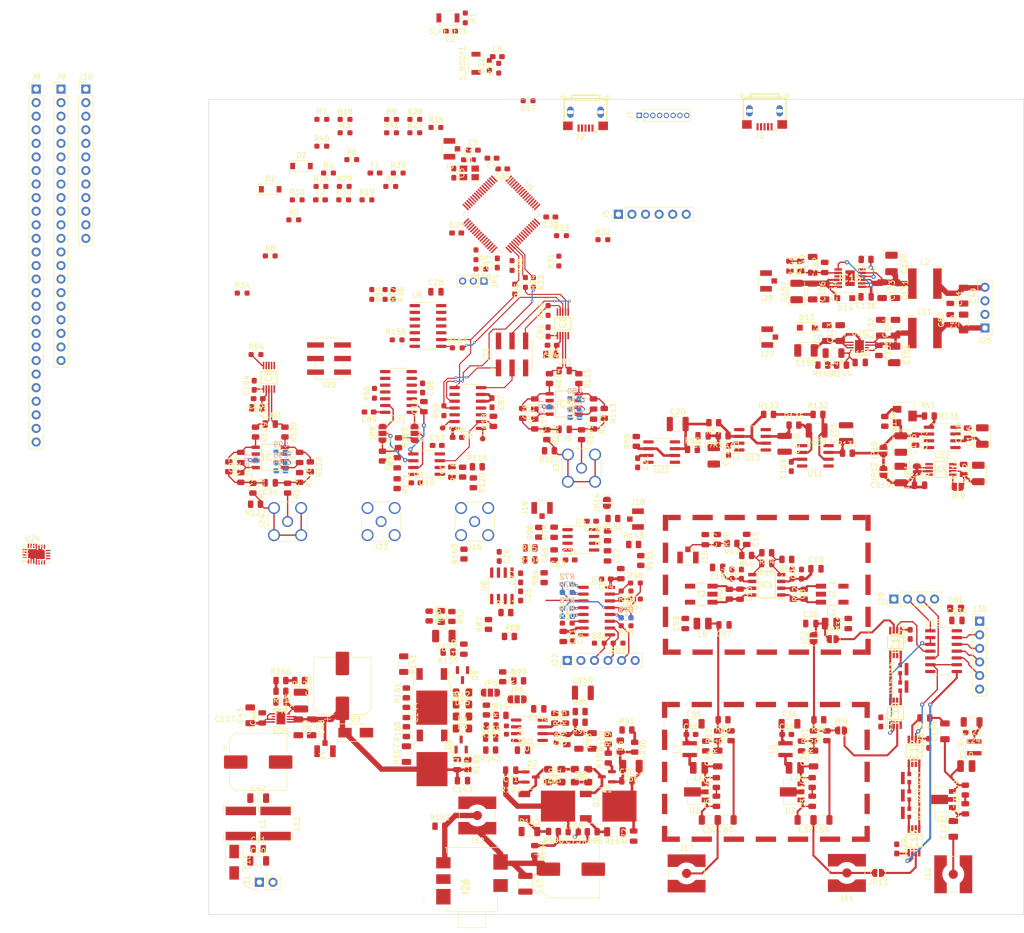
<source format=kicad_pcb>
(kicad_pcb (version 20211014) (generator pcbnew)
  (layers (0 "F.Cu" signal) (1 "In1.Cu" signal) (2 "In2.Cu" signal) (31 "B.Cu" signal) (34 "B.Paste" user) (35 "F.Paste" user) (36 "B.SilkS" user "B.Silkscreen") (37 "F.SilkS" user "F.Silkscreen") (38 "B.Mask" user) (39 "F.Mask" user) (44 "Edge.Cuts" user))
  (net 0 "")
  (net 1 "/main/microcontroller/XI")
  (net 2 "/main/microcontroller/NRST")
  (net 3 "/main/microcontroller/XO")
  (net 4 "/main/microcontroller/PC14_OSC32_I")
  (net 5 "/main/microcontroller/PC15_OSC32_O")
  (net 6 "Net-(C6-Pad2)")
  (net 7 "-5VA")
  (net 8 "Net-(C8-Pad1)")
  (net 9 "Net-(C8-Pad2)")
  (net 10 "Net-(C11-Pad1)")
  (net 11 "Net-(C11-Pad2)")
  (net 12 "+5VA")
  (net 13 "Net-(C13-Pad1)")
  (net 14 "Net-(C13-Pad2)")
  (net 15 "Net-(C15-Pad2)")
  (net 16 "/main/AmplifiedMultiplier/LC_bandpass/in")
  (net 17 "/main/AmplifiedMultiplier/LC_bandpass/out")
  (net 18 "/main/AmplifiedMultiplier/Preamp_mixer/in")
  (net 19 "Net-(C32-Pad2)")
  (net 20 "Net-(C33-Pad2)")
  (net 21 "Net-(C34-Pad1)")
  (net 22 "Net-(C34-Pad2)")
  (net 23 "+28V")
  (net 24 "/main/AmplifiedMultiplier/Preamp_mixer1/in")
  (net 25 "Net-(C52-Pad2)")
  (net 26 "Net-(C53-Pad2)")
  (net 27 "Net-(C54-Pad1)")
  (net 28 "/main/AmplifiedMultiplier/LC_bandpass1/in")
  (net 29 "/main/AmplifiedMultiplier/LC_bandpass1/out")
  (net 30 "/main/microcontroller/Vin")
  (net 31 "Net-(D1-Pad2)")
  (net 32 "Net-(D2-Pad2)")
  (net 33 "Net-(F1-Pad1)")
  (net 34 "Net-(F2-Pad1)")
  (net 35 "/main/microcontroller/USB_FS_DN")
  (net 36 "/main/microcontroller/USB_FS_DP")
  (net 38 "/main/microcontroller/USB_HS_DN")
  (net 39 "/main/microcontroller/USB_HS_DP")
  (net 41 "/main/microcontroller/SDIO_D2")
  (net 42 "/main/microcontroller/SDIO_D3")
  (net 43 "/main/microcontroller/SDIO_CMD")
  (net 44 "+3V3")
  (net 45 "/main/microcontroller/SDIO_CK")
  (net 46 "/main/microcontroller/SDIO_D0")
  (net 47 "/main/microcontroller/SDIO_D1")
  (net 48 "/main/microcontroller/SWCLK")
  (net 49 "/main/microcontroller/SWDIO")
  (net 50 "Net-(J8-Pad3)")
  (net 51 "Net-(J8-Pad4)")
  (net 52 "Net-(J8-Pad5)")
  (net 53 "Net-(J8-Pad6)")
  (net 54 "/main/microcontroller/PC0")
  (net 55 "/main/microcontroller/PC1")
  (net 56 "/main/microcontroller/PC13_TPR_RTC")
  (net 57 "Net-(J8-Pad17)")
  (net 58 "Net-(J8-Pad18)")
  (net 59 "/main/microcontroller/PC2")
  (net 60 "Net-(J8-Pad22)")
  (net 61 "Net-(J8-Pad24)")
  (net 62 "Net-(J8-Pad25)")
  (net 63 "Net-(J9-Pad2)")
  (net 64 "Net-(J9-Pad3)")
  (net 65 "Net-(J9-Pad4)")
  (net 66 "Net-(J9-Pad6)")
  (net 67 "Net-(J9-Pad7)")
  (net 68 "Net-(J9-Pad10)")
  (net 69 "Net-(J9-Pad12)")
  (net 70 "Net-(J9-Pad13)")
  (net 71 "Net-(J9-Pad16)")
  (net 72 "/main/microcontroller/PC5")
  (net 73 "/main/microcontroller/PC4")
  (net 74 "Net-(J10-Pad9)")
  (net 75 "Net-(J10-Pad11)")
  (net 76 "Net-(J10-Pad12)")
  (net 77 "Net-(L4-Pad2)")
  (net 78 "Net-(L6-Pad2)")
  (net 79 "/main/microcontroller/PB8_I2C1_SCL")
  (net 80 "/main/microcontroller/PB9_I2C1_SDA")
  (net 81 "/main/microcontroller/SPI3_CS")
  (net 82 "/main/microcontroller/SPI3_SCK")
  (net 83 "/main/microcontroller/SPI3_MISO")
  (net 84 "/main/microcontroller/SPI3_MOSI")
  (net 85 "/main/microcontroller/PC3")
  (net 86 "/main/microcontroller/PA0")
  (net 87 "/main/microcontroller/PA1")
  (net 88 "/main/microcontroller/PB11_I2C2_SDA")
  (net 89 "/main/microcontroller/PB10_I2C2_SCL")
  (net 90 "/main/microcontroller/BOOT1")
  (net 91 "/main/microcontroller/BOOT0")
  (net 92 "/main/microcontroller/SPI2_MOSI")
  (net 93 "/main/microcontroller/SPI2_MISO")
  (net 94 "/main/microcontroller/SPI2_SCK")
  (net 95 "/main/microcontroller/SPI2_CS")
  (net 96 "/main/microcontroller/PB1")
  (net 97 "/main/microcontroller/PB0")
  (net 98 "/main/microcontroller/PA10")
  (net 99 "/main/microcontroller/PA9")
  (net 100 "/main/microcontroller/PA8")
  (net 101 "/main/microcontroller/PC7_I2S3MCK")
  (net 102 "/main/microcontroller/PC6_I2S2MCK")
  (net 103 "/main/microcontroller/SPI1_MOSI")
  (net 104 "/main/microcontroller/SPI1_MISO")
  (net 105 "/main/microcontroller/SPI1_SCK")
  (net 106 "/main/microcontroller/SPI1_CS")
  (net 107 "/main/microcontroller/PA3")
  (net 108 "/main/microcontroller/PA2")
  (net 109 "Net-(C59-Pad1)")
  (net 110 "Net-(C60-Pad1)")
  (net 111 "/main/AmplifiedMultiplier/Preamp_mixer/out")
  (net 112 "Net-(J22-Pad2)")
  (net 113 "Net-(J22-Pad3)")
  (net 114 "Net-(J22-Pad4)")
  (net 115 "Net-(J22-Pad5)")
  (net 116 "/main/AnalogLoop/Attenuation_Select/A1")
  (net 117 "/main/AnalogLoop/Attenuation_Select/A2")
  (net 118 "/main/AnalogLoop/Attenuation_Select/A3")
  (net 119 "/main/AnalogLoop/Attenuation_Select/A4")
  (net 120 "/main/AnalogLoop/Attenuation_Select/A5")
  (net 121 "/main/AnalogLoop/Attenuation_Select/A6")
  (net 122 "/main/AnalogLoop/Attenuation_Select/A7")
  (net 123 "/main/AnalogLoop/Attenuation_Select/to_opamp")
  (net 124 "Net-(C65-Pad2)")
  (net 125 "/main/AnalogLoop/Piezo_Drive/bias_h")
  (net 126 "/main/AnalogLoop/Piezo_Drive/bias_l")
  (net 127 "Net-(C68-Pad2)")
  (net 128 "Net-(C69-Pad2)")
  (net 129 "Net-(D6-Pad2)")
  (net 130 "Net-(D7-Pad1)")
  (net 131 "Net-(D8-Pad1)")
  (net 132 "Net-(D8-Pad2)")
  (net 133 "Net-(D10-Pad1)")
  (net 134 "Net-(D11-Pad1)")
  (net 135 "Net-(Q1-Pad2)")
  (net 136 "Net-(Q2-Pad2)")
  (net 137 "/main/AnalogLoop/Piezo_Drive/out_B_p")
  (net 138 "/main/AnalogLoop/Piezo_Drive/out_B_n")
  (net 139 "Net-(C74-Pad1)")
  (net 140 "/main/AnalogLoop/Piezo_Drive/input")
  (net 141 "Net-(R87-Pad2)")
  (net 142 "Net-(C74-Pad2)")
  (net 143 "Net-(R94-Pad2)")
  (net 144 "/main/AnalogLoop/Piezo_Drive/offset")
  (net 145 "Net-(C130-Pad2)")
  (net 147 "Net-(C75-Pad1)")
  (net 148 "Net-(C75-Pad2)")
  (net 149 "Net-(C78-Pad1)")
  (net 150 "Net-(C78-Pad2)")
  (net 151 "Net-(C79-Pad1)")
  (net 152 "Net-(C79-Pad2)")
  (net 153 "/main/DataConverters/ADC_buffered_1/AINP")
  (net 154 "/main/DataConverters/ADC_buffered_1/AINN")
  (net 155 "/main/DataConverters/ADC_buffered_1/PDn")
  (net 156 "Ref_Buf")
  (net 157 "/main/DataConverters/DAC_buffered/DAC_Ref")
  (net 158 "Net-(C90-Pad1)")
  (net 159 "Net-(C90-Pad2)")
  (net 160 "Net-(C91-Pad1)")
  (net 161 "Net-(C91-Pad2)")
  (net 162 "VDD")
  (net 163 "VSS")
  (net 164 "Net-(C94-Pad1)")
  (net 165 "Net-(C94-Pad2)")
  (net 166 "Net-(C97-Pad1)")
  (net 167 "Net-(C97-Pad2)")
  (net 168 "Net-(C98-Pad1)")
  (net 169 "Net-(C98-Pad2)")
  (net 170 "/main/DataConverters/ADC_buffered_2/AINP")
  (net 171 "/main/DataConverters/ADC_buffered_2/AINN")
  (net 172 "/main/DataConverters/ADC_buffered_2/PDn")
  (net 173 "Net-(C105-Pad1)")
  (net 174 "Net-(C107-Pad1)")
  (net 175 "Net-(C107-Pad2)")
  (net 176 "Net-(C110-Pad1)")
  (net 177 "Net-(C113-Pad1)")
  (net 178 "Net-(C115-Pad1)")
  (net 179 "+3.3V")
  (net 180 "Net-(IC9-Pad1)")
  (net 181 "Net-(C18-Pad1)")
  (net 182 "Net-(J23-Pad1)")
  (net 183 "Net-(JP7-Pad3)")
  (net 184 "Net-(JP8-Pad3)")
  (net 185 "Vref")
  (net 186 "Net-(C19-Pad1)")
  (net 188 "Net-(C22-Pad1)")
  (net 199 "Net-(IC10-Pad5)")
  (net 200 "Net-(IC10-Pad8)")
  (net 201 "Net-(IC11-Pad8)")
  (net 202 "Net-(R90-Pad1)")
  (net 203 "Net-(U15-Pad2)")
  (net 204 "Net-(IC12-Pad5)")
  (net 205 "Net-(IC12-Pad8)")
  (net 206 "Net-(IC13-Pad8)")
  (net 207 "Net-(U17-Pad2)")
  (net 208 "Net-(C122-Pad2)")
  (net 209 "/main/AmplifiedMultiplier/Attn_In_A")
  (net 210 "/main/AmplifiedMultiplier/Attn_Out_A")
  (net 211 "Net-(IC12-Pad3)")
  (net 212 "/main/AmplifiedMultiplier/HF_attn_mux/IN_B")
  (net 213 "Net-(C121-Pad2)")
  (net 214 "Net-(C125-Pad1)")
  (net 215 "Net-(C125-Pad2)")
  (net 216 "/main/AmplifiedMultiplier/Attn_Out_B")
  (net 217 "Net-(C40-Pad1)")
  (net 218 "Net-(C148-Pad1)")
  (net 219 "Net-(C149-Pad1)")
  (net 220 "/main/AmplifiedMultiplier/HF_attn_mux/A_ctrl_p")
  (net 221 "/main/AmplifiedMultiplier/HF_attn_mux/A_ctrl_n")
  (net 222 "/main/AmplifiedMultiplier/HF_attn_mux/B_ctrl_p")
  (net 223 "/main/AmplifiedMultiplier/HF_attn_mux/B_ctrl_n")
  (net 224 "Net-(C137-Pad1)")
  (net 225 "Net-(IC15-Pad1)")
  (net 226 "Net-(IC15-Pad4)")
  (net 227 "Net-(C139-Pad2)")
  (net 228 "Net-(R105-Pad2)")
  (net 229 "Net-(C45-Pad1)")
  (net 230 "Net-(R144-Pad2)")
  (net 231 "Net-(R146-Pad2)")
  (net 232 "Net-(J29-Pad3)")
  (net 233 "Net-(J30-Pad2)")
  (net 234 "Net-(J30-Pad3)")
  (net 235 "Net-(J30-Pad4)")
  (net 236 "Net-(J30-Pad5)")
  (net 237 "+3.3VA")
  (net 238 "/main/DataConverters/ADC_buffered_1/In_pos")
  (net 239 "/main/DataConverters/ADC_buffered_1/In_neg")
  (net 240 "/main/DataConverters/ADC_buffered_2/In_pos")
  (net 241 "/main/DataConverters/ADC_buffered_2/In_neg")
  (net 242 "ADC1_CONV")
  (net 243 "ADC1_DOUT")
  (net 244 "ADC1_SCK")
  (net 245 "ADC2_CONV")
  (net 246 "ADC2_DOUT")
  (net 247 "ADC2_SCK")
  (net 248 "DAC1_LDAC")
  (net 249 "DAC2_LDAC")
  (net 250 "DAC1_CS")
  (net 251 "DAC1_SCLK")
  (net 252 "DAC1_DIN")
  (net 253 "DAC2_CS")
  (net 254 "DAC2_SCLK")
  (net 256 "DAC2_DIN")
  (net 257 "GND")
  (net 258 "Net-(J29-Pad2)")
  (net 263 "Net-(C20-Pad2)")
  (net 264 "Net-(C21-Pad1)")
  (net 265 "Half_Ref")
  (net 266 "Net-(R59-Pad1)")
  (net 270 "Mixer_Demod")
  (net 271 "Net-(C118-Pad1)")
  (net 272 "Net-(J18-Pad1)")
  (net 273 "Net-(R149-Pad1)")
  (net 274 "Error_Buffered")
  (net 275 "Net-(J9-Pad17)")
  (net 282 "/main/AnalogLoop/Attenuation_Select/input")
  (net 283 "Net-(R152-Pad1)")
  (net 284 "DAC1_output")
  (net 285 "Net-(TP1-Pad1)")
  (net 286 "Net-(TP2-Pad1)")
  (net 287 "ADC1_DIN")
  (net 288 "ADC2_DIN")
  (net 289 "Net-(R154-Pad1)")
  (net 290 "Net-(R155-Pad1)")
  (net 295 "Net-(U19-Pad1)")
  (net 296 "Net-(IC9-Pad6)")
  (net 297 "Net-(JP1-Pad2)")
  (net 298 "Net-(R136-Pad2)")
  (net 299 "Net-(R136-Pad1)")
  (net 300 "Net-(R134-Pad1)")
  (net 301 "Net-(R132-Pad1)")
  (net 302 "Net-(L10-Pad2)")
  (net 303 "Net-(JP8-Pad2)")
  (net 304 "Net-(JP7-Pad1)")
  (net 305 "Net-(C54-Pad2)")
  (net 310 "Net-(U23-Pad5)")
  (net 315 "Net-(U23-Pad13)")
  (net 321 "Net-(U24-Pad5)")
  (net 326 "Net-(U24-Pad13)")
  (net 328 "Net-(C49-Pad1)")
  (net 329 "Net-(C50-Pad1)")
  (net 330 "Net-(C101-Pad1)")
  (net 331 "Net-(C159-Pad2)")
  (net 332 "Net-(R11-Pad2)")
  (net 333 "Net-(C140-Pad2)")
  (net 334 "Net-(D4-Pad1)")
  (net 335 "Net-(D4-Pad2)")
  (net 336 "Net-(D12-Pad1)")
  (net 337 "Net-(D15-Pad1)")
  (net 338 "/main/AnalogLoop/Piezo_Drive/out_A_p")
  (net 339 "/main/AnalogLoop/Piezo_Drive/out_A_n")
  (net 340 "Net-(Q5-Pad2)")
  (net 341 "Net-(Q6-Pad2)")
  (net 342 "Net-(R13-Pad2)")
  (net 343 "Net-(JP5-Pad2)")
  (net 344 "Net-(R101-Pad2)")
  (net 345 "Net-(R142-Pad2)")
  (net 346 "Net-(R160-Pad2)")
  (net 347 "Net-(JP5-Pad3)")
  (net 348 "Net-(JP6-Pad2)")
  (net 349 "Net-(R12-Pad1)")
  (net 350 "Net-(R163-Pad1)")
  (net 351 "Net-(C40-Pad2)")
  (net 353 "Net-(J31-Pad1)")
  (net 355 "/main/AnalogLoop/Piezo_Drive/piezo_slow")
  (net 356 "Net-(R100-Pad2)")
  (net 357 "/main/AnalogLoop/Piezo_Drive/piezo_fast")
  (net 360 "Net-(C67-Pad1)")
  (footprint "Capacitor_SMD:C_1210_3225Metric" (layer "F.Cu") (at -104.5 22.95 -90)
    (fp_text reference "C110")
    (fp_text value "ECPU1C105MA5")
  )
  (footprint "Resistor_SMD:R_0805_2012Metric" (layer "F.Cu") (at -152.135 42.425)
    (fp_text reference "R85")
    (fp_text value "dnp")
  )
  (footprint "Jumper:SolderJumper-2_P1.3mm_Open_RoundedPad1.0x1.5mm" (layer "F.Cu") (at -87 103.25 180)
    (fp_text reference "JP13")
    (fp_text value "sjp")
  )
  (footprint "Resistor_SMD:R_0805_2012Metric" (layer "F.Cu") (at -103.5 -10.3 -90)
    (fp_text reference "R147")
    (fp_text value "1k")
  )
  (footprint "Resistor_SMD:R_0805_2012Metric" (layer "F.Cu") (at -175.275 69.5625 90)
    (fp_text reference "R161")
    (fp_text value "10")
  )
  (footprint "Resistor_SMD:R_0603_1608Metric_Pad0.98x0.95mm_HandSolder" (layer "F.Cu") (at -181.75 -5 -90)
    (fp_text reference "R38")
    (fp_text value "27")
  )
  (footprint "Capacitor_SMD:C_0805_2012Metric" (layer "F.Cu") (at -151.25 15.5 90)
    (fp_text reference "C78")
    (fp_text value "1nF C0G")
  )
  (footprint "Inductor_SMD:L_1008_2520Metric" (layer "F.Cu") (at -119.8375 56.5875 180)
    (fp_text reference "L8")
    (fp_text value "FHW0805UCR47JGT")
  )
  (footprint "Resistor_SMD:R_0805_2012Metric" (layer "F.Cu") (at -132.55 79.72 -90)
    (fp_text reference "R90")
    (fp_text value "PTFR0805B3K30N9")
  )
  (footprint "SamacSys_Parts:SOIC127P600X175-8N" (layer "F.Cu") (at -107.8375 49.3375 180)
    (fp_text reference "IC1")
    (fp_text value "AD835ARZ" hide)
  )
  (footprint "Connector_Coaxial:U.FL_Hirose_U.FL-R-SMT-1_Vertical" (layer "F.Cu") (at -166.75 -32.25 180)
    (fp_text reference "J6")
    (fp_text value "Clock_in")
  )
  (footprint "Capacitor_SMD:C_0603_1608Metric_Pad1.08x0.95mm_HandSolder" (layer "F.Cu") (at -172.25 12.5 -90)
    (fp_text reference "C86")
    (fp_text value "0.1uF")
  )
  (footprint "Resistor_SMD:R_1206_3216Metric" (layer "F.Cu") (at -175.775 64.175 -90)
    (fp_text reference "R141")
    (fp_text value "2k2")
  )
  (footprint "Resistor_SMD:R_0805_2012Metric" (layer "F.Cu") (at -148.5 24.25 180)
    (fp_text reference "R107")
    (fp_text value "0")
  )
  (footprint "Resistor_SMD:R_0805_2012Metric" (layer "F.Cu") (at -114.5125 77.5875 90)
    (fp_text reference "R65")
    (fp_text value "dnp")
  )
  (footprint "Jumper:SolderJumper-3_P1.3mm_Open_RoundedPad1.0x1.5mm" (layer "F.Cu") (at -179.75 21 90)
    (fp_text reference "JP8")
    (fp_text value "sjp")
  )
  (footprint "Capacitor_SMD:C_0603_1608Metric_Pad1.08x0.95mm_HandSolder" (layer "F.Cu") (at -153.905 51.4125 -90)
    (fp_text reference "C25")
    (fp_text value "0.1uF")
  )
  (footprint "Resistor_SMD:R_0805_2012Metric" (layer "F.Cu") (at -157.25 66.55 -90)
    (fp_text reference "R14")
    (fp_text value "270")
  )
  (footprint "Resistor_SMD:R_0805_2012Metric" (layer "F.Cu") (at -171.0125 55.175 -90)
    (fp_text reference "R93")
    (fp_text value "0R")
  )
  (footprint "Capacitor_SMD:C_0805_2012Metric" (layer "F.Cu") (at -119.75 21.45 180)
    (fp_text reference "C117")
    (fp_text value "dnp")
  )
  (footprint "Capacitor_SMD:C_1206_3216Metric" (layer "F.Cu") (at -94.1 2.225 90)
    (fp_text reference "C153")
    (fp_text value "4.7uF")
  )
  (footprint "RF_Converter:RF_Attenuator_Susumu_PAT1220" (layer "F.Cu") (at -82.275 65.125 90)
    (fp_text reference "U16")
    (fp_text value "PAT1220-C-6DB")
  )
  (footprint "Jumper:SolderJumper-2_P1.3mm_Open_RoundedPad1.0x1.5mm" (layer "F.Cu") (at -93.9375 76.5875)
    (fp_text reference "JP4")
    (fp_text value "sjp")
  )
  (footprint "Resistor_SMD:R_0805_2012Metric" (layer "F.Cu") (at -85.75 18.75 -90)
    (fp_text reference "R134")
    (fp_text value "10k")
  )
  (footprint "Fuse:Fuse_0603_1608Metric_Pad1.05x0.95mm_HandSolder" (layer "F.Cu") (at -181.15 -27.72)
    (fp_text reference "F1")
    (fp_text value "0467.375NRHF")
  )
  (footprint "Resistor_SMD:R_0805_2012Metric" (layer "F.Cu") (at -206.25 29.25 -90)
    (fp_text reference "R125")
    (fp_text value "390")
  )
  (footprint "Resistor_SMD:R_0805_2012Metric" (layer "F.Cu") (at -111.5875 43.8375 180)
    (fp_text reference "R45")
    (fp_text value "150")
  )
  (footprint "Resistor_SMD:R_0805_2012Metric" (layer "F.Cu") (at -114.8375 51.0875 90)
    (fp_text reference "R46")
    (fp_text value "220")
  )
  (footprint "Resistor_SMD:R_0805_2012Metric" (layer "F.Cu") (at -77.4125 17.75 180)
    (fp_text reference "R136")
    (fp_text value "10k")
  )
  (footprint "Resistor_SMD:R_0603_1608Metric_Pad0.98x0.95mm_HandSolder" (layer "F.Cu") (at -145.16 49.25)
    (fp_text reference "R73")
    (fp_text value "47")
  )
  (footprint "Resistor_SMD:R_0805_2012Metric" (layer "F.Cu") (at -204 31.25 -90)
    (fp_text reference "R123")
    (fp_text value "560")
  )
  (footprint "Button_Switch_SMD:SW_SPST_B3U-1000P" (layer "F.Cu") (at -167.5 -56.75 180)
    (fp_text reference "S_RESET1")
    (fp_text value "GT-TC032A-H015-L1")
  )
  (footprint "Fuse:Fuse_0603_1608Metric_Pad1.05x0.95mm_HandSolder" (layer "F.Cu") (at -191.35 -22.7)
    (fp_text reference "F2")
    (fp_text value "0467.375NRHF")
  )
  (footprint "Connector_Coaxial:SMA_Amphenol_132134-10_Vertical" (layer "F.Cu") (at -92.8375 103.25 180)
    (fp_text reference "J11")
    (fp_text value "SMA")
  )
  (footprint "Package_TO_SOT_SMD:SOT-23" (layer "F.Cu") (at -137.75 85.25 180)
    (fp_text reference "Q1")
    (fp_text value "MMBT3906")
  )
  (footprint "Resistor_SMD:R_0805_2012Metric" (layer "F.Cu") (at -138.25 17.25 -90)
    (fp_text reference "R113")
    (fp_text value "1k")
  )
  (footprint "Capacitor_SMD:C_0805_2012Metric" (layer "F.Cu") (at -70.25 20.95 90)
    (fp_text reference "C108")
    (fp_text value "0.1u")
  )
  (footprint "Capacitor_SMD:C_1206_3216Metric" (layer "F.Cu") (at -115.5125 93.3375 180)
    (fp_text reference "C60")
    (fp_text value "1u")
  )
  (footprint "Capacitor_SMD:C_1206_3216Metric" (layer "F.Cu") (at -86.5 1.225 90)
    (fp_text reference "C132")
    (fp_text value "4.7uF")
  )
  (footprint "Capacitor_SMD:C_0603_1608Metric_Pad1.08x0.95mm_HandSolder" (layer "F.Cu") (at -182.25 17 180)
    (fp_text reference "C89")
    (fp_text value "0.1uF")
  )
  (footprint "SamacSys_Parts:D_SOD-323_HugePad" (layer "F.Cu") (at -146.25 85.05 90)
    (fp_text reference "D10")
    (fp_text value "1N4148W")
  )
  (footprint "Capacitor_SMD:C_0805_2012Metric" (layer "F.Cu") (at -145.75 20.25 180)
    (fp_text reference "C75")
    (fp_text value "2.2nF C0G")
  )
  (footprint "SamacSys_Parts:SOP65P488X107-8N" (layer "F.Cu") (at -80.275 80.5 -90)
    (fp_text reference "IC12")
    (fp_text value "PE4250MLI-Z" hide)
  )
  (footprint "Connector_Coaxial:SMA_Amphenol_132134-10_Vertical" (layer "F.Cu") (at -72.9375 103.5 90)
    (fp_text reference "J12")
    (fp_text value "SMA")
  )
  (footprint "Capacitor_SMD:C_0805_2012Metric" (layer "F.Cu") (at -203.25 16.25 180)
    (fp_text reference "C103")
    (fp_text value "1uF")
  )
  (footprint "Resistor_SMD:R_0805_2012Metric" (layer "F.Cu") (at -104.0875 44.5875 180)
    (fp_text reference "R43")
    (fp_text value "100")
  )
  (footprint "Resistor_SMD:R_1206_3216Metric" (layer "F.Cu") (at -140.5 78.55 -90)
    (fp_text reference "R100")
    (fp_text value "1k8")
  )
  (footprint "Package_DFN_QFN:VQFN-16-1EP_3x3mm_P0.5mm_EP1.68x1.68mm" (layer "F.Cu") (at -245.25 43.5)
    (fp_text reference "U24")
    (fp_text value "THS4551xRGT")
  )
  (footprint "Capacitor_SMD:C_1206_3216Metric" (layer "F.Cu") (at -99.25 -10.55 90)
    (fp_text reference "C149")
    (fp_text value "dnp")
  )
  (footprint "RF_Converter:RF_Attenuator_Susumu_PAT1220" (layer "F.Cu") (at -82.275 68.375 90)
    (fp_text reference "U15")
    (fp_text value "PAT1220-C-6DB")
  )
  (footprint "Resistor_SMD:R_0603_1608Metric_Pad0.98x0.95mm_HandSolder" (layer "F.Cu") (at -148.75 -2 90)
    (fp_text reference "R53")
    (fp_text value "27")
  )
  (footprint "Resistor_SMD:R_0805_2012Metric" (layer "F.Cu") (at -151.25 99.05 -90)
    (fp_text reference "R138")
    (fp_text value "0R")
  )
  (footprint "Inductor_SMD:L_Bourns-SRN6028" (layer "F.Cu") (at -78.25 2.225 180)
    (fp_text reference "L11")
    (fp_text value "SWPA6028S180MT")
  )
  (footprint "Resistor_SMD:R_0805_2012Metric" (layer "F.Cu") (at -166.7625 55.2625 -90)
    (fp_text reference "R92")
    (fp_text value "PTFR0805B3K30N9")
  )
  (footprint "Jumper:SolderJumper-2_P1.3mm_Bridged_RoundedPad1.0x1.5mm" (layer "F.Cu") (at -79.75 27.75 90)
    (fp_text reference "JP11")
    (fp_text value "sjp")
  )
  (footprint "SamacSys_Parts:SOIC127P600X175-8N" (layer "F.Cu") (at -200.75 25.5 180)
    (fp_text reference "IC7")
    (fp_text value "THS4521IDR" hide)
  )
  (footprint "Inductor_SMD:L_Taiyo-Yuden_MD-3030" (layer "F.Cu") (at -104.3375 80.0875 90)
    (fp_text reference "L5")
    (fp_text value "SWPA3012S4R7MT")
  )
  (footprint "Resistor_SMD:R_0805_2012Metric" (layer "F.Cu") (at -96.5875 77.5875 90)
    (fp_text reference "R64")
    (fp_text value "dnp")
  )
  (footprint "Capacitor_SMD:C_1206_3216Metric" (layer "F.Cu") (at -203 89.25)
    (fp_text reference "C42")
    (fp_text value "2.2uF")
  )
  (footprint "SamacSys_Parts:SOP65P490X110-13N" (layer "F.Cu") (at -92.25 -8.05 180)
    (fp_text reference "IC15")
    (fp_text value "LT3090EMSE#PBF" hide)
  )
  (footprint "Capacitor_SMD:C_0603_1608Metric_Pad1.08x0.95mm_HandSolder" (layer "F.Cu") (at -148.75 2 90)
    (fp_text reference "C85")
    (fp_text value "0.1uF")
  )
  (footprint "Package_TO_SOT_SMD:TO-252-2" (layer "F.Cu") (at -170.525 70.225 -90)
    (fp_text reference "Q8")
    (fp_text value "2SAR573")
  )
  (footprint "Resistor_SMD:R_0603_1608Metric_Pad0.98x0.95mm_HandSolder" (layer "F.Cu") (at -178.05 -37.76)
    (fp_text reference "R9")
    (fp_text value "27")
  )
  (footprint "Package_TO_SOT_SMD:TO-252-2" (layer "F.Cu") (at -149 90.75)
    (fp_text reference "Q4")
    (fp_text value "2SAR573")
  )
  (footprint "Resistor_SMD:R_0603_1608Metric_Pad0.98x0.95mm_HandSolder" (layer "F.Cu") (at -191.1 -32.74)
    (fp_text reference "R40")
    (fp_text value "27")
  )
  (footprint "Connector_PinHeader_1.27mm:PinHeader_1x08_P1.27mm_Vertical" (layer "F.Cu") (at -131.7 -38.5 90)
    (fp_text reference "J7")
    (fp_text value "Conn_01x08")
  )
  (footprint "Capacitor_SMD:C_0603_1608Metric_Pad1.08x0.95mm_HandSolder" (layer "F.Cu") (at -83.525 98.75 -90)
    (fp_text reference "C129")
    (fp_text value "0.1uF")
  )
  (footprint "Capacitor_SMD:C_0805_2012Metric" (layer "F.Cu") (at -203 98.75)
    (fp_text reference "C41")
    (fp_text value "0.1uF")
  )
  (footprint "Capacitor_SMD:C_0603_1608Metric_Pad1.08x0.95mm_HandSolder" (layer "F.Cu") (at -101.3375 47.3375 90)
    (fp_text reference "C9")
    (fp_text value "0.1uF")
  )
  (footprint "Capacitor_SMD:C_0805_2012Metric" (layer "F.Cu") (at -97 -10.05 90)
    (fp_text reference "C152")
    (fp_text value "0.1uF")
  )
  (footprint "Resistor_SMD:R_0603_1608Metric_Pad0.98x0.95mm_HandSolder" (layer "F.Cu") (at -138.5 -15.25)
    (fp_text reference "R32")
    (fp_text value "27")
  )
  (footprint "Resistor_SMD:R_0603_1608Metric_Pad0.98x0.95mm_HandSolder" (layer "F.Cu") (at -186.75 -35.25)
    (fp_text reference "R3")
    (fp_text value "27")
  )
  (footprint "Package_TO_SOT_SMD:TO-252-2" (layer "F.Cu") (at -137.5 90.75)
    (fp_text reference "Q3")
    (fp_text value "2SCR573")
  )
  (footprint "Capacitor_SMD:C_1210_3225Metric_Pad1.33x2.70mm_HandSolder" (layer "F.Cu") (at -195 71 90)
    (fp_text reference "C45")
    (fp_text value "dnp")
  )
  (footprint "Connector_PinHeader_2.54mm:PinHeader_1x06_P2.54mm_Vertical" (layer "F.Cu") (at -135.6 -20 90)
    (fp_text reference "J5")
    (fp_text value "debug")
  )
  (footprint "Capacitor_SMD:C_0603_1608Metric_Pad1.08x0.95mm_HandSolder" (layer "F.Cu") (at -114.3375 47.3375 90)
    (fp_text reference "C14")
    (fp_text value "0.1uF")
  )
  (footprint "SamacSys_Parts:D_SOD-323_HugePad" (layer "F.Cu") (at -164.775 73.975 180)
    (fp_text reference "D5")
    (fp_text value "1N4148W")
  )
  (footprint "Capacitor_SMD:C_1206_3216Metric" (layer "F.Cu") (at -96.6 2.225 90)
    (fp_text reference "C151")
    (fp_text value "1uF")
  )
  (footprint "Inductor_SMD:L_Bourns-SRN6028" (layer "F.Cu") (at -206.25 94 90)
    (fp_text reference "L1")
    (fp_text value "SWPA6028S180MT")
  )
  (footprint "Connector_Coaxial:U.FL_Hirose_U.FL-R-SMT-1_Vertical" (layer "F.Cu") (at -107.5 -7.525 180)
    (fp_text reference "J28")
    (fp_text value "Conn_Coaxial")
  )
  (footprint "Resistor_SMD:R_0805_2012Metric" (layer "F.Cu") (at -78.25 74.25 180)
    (fp_text reference "R140")
    (fp_text value "0")
  )
  (footprint "Connector_PinHeader_2.54mm:PinHeader_1x12_P2.54mm_Vertical" (layer "F.Cu") (at -235.25 -43.43)
    (fp_text reference "J10")
    (fp_text value "Conn_01x12_Male")
  )
  (footprint "Resistor_SMD:R_0805_2012Metric" (layer "F.Cu") (at -99.0875 77.5875 90)
    (fp_text reference "R51")
    (fp_text value "0")
  )
  (footprint "Capacitor_SMD:C_1206_3216Metric" (layer "F.Cu") (at -97.5875 93.3375 180)
    (fp_text reference "C59")
    (fp_text value "1u")
  )
  (footprint "Resistor_SMD:R_0805_2012Metric" (layer "F.Cu") (at -157.55 73.77)
    (fp_text reference "R15")
    (fp_text value "270")
  )
  (footprint "Capacitor_Tantalum_SMD:CP_EIA-3528-12_Kemet-T" (layer "F.Cu") (at -133.25 83.25 180)
    (fp_text reference "C66")
    (fp_text value "TAJA106K016RNJ")
  )
  (footprint "Capacitor_SMD:C_0805_2012Metric" (layer "F.Cu") (at -134 86)
    (fp_text reference "C70")
    (fp_text value "0.1uF")
  )
  (footprint "SamacSys_Parts:MICRO-USB-SMD_U254-051T-4BH83-S1S" (layer "F.Cu") (at -108.25 -37.87 180)
    (fp_text reference "J1")
    (fp_text value "U254-051T-4BH83-S1S" hide)
  )
  (footprint "Capacitor_SMD:C_0603_1608Metric_Pad1.08x0.95mm_HandSolder" (layer "F.Cu") (at -169.5 23.25)
    (fp_text reference "C93")
    (fp_text value "0.1uF")
  )
  (footprint "Resistor_SMD:R_0603_1608Metric_Pad0.98x0.95mm_HandSolder" (layer "F.Cu") (at -177.75 -5 -90)
    (fp_text reference "R36")
    (fp_text value "27")
  )
  (footprint "Resistor_SMD:R_0603_1608Metric_Pad0.98x0.95mm_HandSolder" (layer "F.Cu") (at -206 -5.25)
    (fp_text reference "R34")
    (fp_text value "27")
  )
  (footprint "Capacitor_SMD:C_0603_1608Metric_Pad1.08x0.95mm_HandSolder" (layer "F.Cu") (at -86.5 75 -90)
    (fp_text reference "C126")
    (fp_text value "0.1uF")
  )
  (footprint "Capacitor_Tantalum_SMD:CP_EIA-3528-12_Kemet-T" (layer "F.Cu") (at -68.25 28.5 90)
    (fp_text reference "C112")
    (fp_text value "C_Polarized")
  )
  (footprint "Inductor_SMD:L_0805_2012Metric_Pad1.15x1.40mm_HandSolder" (layer "F.Cu") (at -72.5 53.75)
    (fp_text reference "FB1")
    (fp_text value "GZ2012D601TF")
  )
  (footprint "Resistor_SMD:R_0805_2012Metric" (layer "F.Cu") (at -98.25 17.45)
    (fp_text reference "R132")
    (fp_text value "10k")
  )
  (footprint "TestPoint:TestPoint_Pad_D1.0mm" (layer "F.Cu") (at -161 22 90)
    (fp_text reference "TP2" hide)
    (fp_text value "tp" hide)
  )
  (footprint "Resistor_SMD:R_0805_2012Metric" (layer "F.Cu") (at -208.5 27.25 -90)
    (fp_text reference "R127")
    (fp_text value "1k")
  )
  (footprint "Resistor_SMD:R_0805_2012Metric" (layer "F.Cu") (at -160.3 72.77 -90)
    (fp_text reference "R13")
    (fp_text value "33")
  )
  (footprint "Resistor_SMD:R_0805_2012Metric" (layer "F.Cu") (at -99.3375 86.3375 90)
    (fp_text reference "R49")
    (fp_text value "1.5k")
  )
  (footprint "Package_TO_SOT_SMD:SOT-23" (layer "F.Cu") (at -165.025 79.225 90)
    (fp_text reference "Q5")
    (fp_text value "MMBT3906")
  )
  (footprint "Jumper:SolderJumper-3_P1.3mm_Open_RoundedPad1.0x1.5mm" (layer "F.Cu") (at -159.55 69.52)
    (fp_text reference "JP5")
    (fp_text value "sjp")
  )
  (footprint "Capacitor_SMD:C_0805_2012Metric" (layer "F.Cu") (at -99.3375 89.8375 90)
    (fp_text reference "C33")
    (fp_text value "0.1u")
  )
  (footprint "Resistor_SMD:R_0603_1608Metric_Pad0.98x0.95mm_HandSolder" (layer "F.Cu") (at -146.75 -11.25 90)
    (fp_text reference "R31")
    (fp_text value "27")
  )
  (footprint "SamacSys_Parts:SOP65P488X107-8N" (layer "F.Cu") (at -83.75 73.375 90)
    (fp_text reference "IC10")
    (fp_text value "PE4250MLI-Z" hide)
  )
  (footprint "Resistor_SMD:R_0805_2012Metric" (layer "F.Cu") (at -101.3375 79.5 -90)
    (fp_text reference "R50")
    (fp_text value "dnp")
  )
  (footprint "Connector_Coaxial:U.FL_Hirose_U.FL-R-SMT-1_Vertical" (layer "F.Cu") (at -122.5875 43.75 -90)
    (fp_text reference "J15")
    (fp_text value "u.fl")
  )
  (footprint "Connector_Coaxial:SMA_Amphenol_132134-10_Vertical" (layer "F.Cu") (at -162 92.5 180)
    (fp_text reference "J32")
    (fp_text value "SMA")
  )
  (footprint "Resistor_SMD:R_0805_2012Metric" (layer "F.Cu") (at -162 27.25)
    (fp_text reference "R116")
    (fp_text value "dnp")
  )
  (footprint "Resistor_SMD:R_0603_1608Metric_Pad0.98x0.95mm_HandSolder" (layer "F.Cu") (at -145.16 50.75)
    (fp_text reference "R77")
    (fp_text value "47")
  )
  (footprint "Resistor_SMD:R_0805_2012Metric" (layer "F.Cu") (at -140.25 19.25 -90)
    (fp_text reference "R111")
    (fp_text value "390")
  )
  (footprint "Capacitor_SMD:C_0805_2012Metric" (layer "F.Cu") (at -164.525 61.375 90)
    (fp_text reference "C142")
    (fp_text value "0.1uF")
  )
  (footprint "Capacitor_SMD:C_0805_2012Metric" (layer "F.Cu") (at -165.775 82.975 -90)
    (fp_text reference "C141")
    (fp_text value "0.1uF")
  )
  (footprint "Capacitor_SMD:C_1206_3216Metric" (layer "F.Cu") (at -100.5875 93.3375 180)
    (fp_text reference "C32")
    (fp_text value "1u")
  )
  (footprint "Package_TO_SOT_SMD:SOT-89-3" (layer "F.Cu") (at -74.75 89.5 180)
    (fp_text reference "U14")
    (fp_text value "PHA-13LN")
  )
  (footprint "Resistor_SMD:R_0603_1608Metric_Pad0.98x0.95mm_HandSolder" (layer "F.Cu") (at -139.16 60.25)
    (fp_text reference "R81")
    (fp_text value "10k")
  )
  (footprint "Inductor_SMD:L_Taiyo-Yuden_MD-3030" (layer "F.Cu") (at -122.2625 80.0875 90)
    (fp_text reference "L7")
    (fp_text value "SWPA3012S4R7MT")
  )
  (footprint "Resistor_SMD:R_0805_2012Metric" (layer "F.Cu") (at -175.275 76.8125 90)
    (fp_text reference "R160")
    (fp_text value "10")
  )
  (footprint "Capacitor_SMD:C_0603_1608Metric_Pad1.08x0.95mm_HandSolder" (layer "F.Cu") (at -158.25 -49.5)
    (fp_text reference "C6")
    (fp_text value "X7R 0.1u")
  )
  (footprint "Resistor_SMD:R_0805_2012Metric" (layer "F.Cu") (at -97.35 8.225 180)
    (fp_text reference "R145")
    (fp_text value "56k")
  )
  (footprint "SamacSys_Parts:MICRO-USB-SMD_U254-051T-4BH83-S1S" (layer "F.Cu") (at -141.75 -37.62 180)
    (fp_text reference "J2")
    (fp_text value "U254-051T-4BH83-S1S" hide)
  )
  (footprint "Capacitor_SMD:C_0603_1608Metric_Pad1.08x0.95mm_HandSolder" (layer "F.Cu") (at -159.25 15.25 -90)
    (fp_text reference "C87")
    (fp_text value "0.1uF")
  )
  (footprint "Capacitor_SMD:C_0603_1608Metric_Pad1.08x0.95mm_HandSolder" (layer "F.Cu") (at -104.0875 77.3375)
    (fp_text reference "C35")
    (fp_text value "0.1u")
  )
  (footprint "Jumper:SolderJumper-2_P1.3mm_Open_RoundedPad1.0x1.5mm" (layer "F.Cu") (at -86 24.25 -90)
    (fp_text reference "JP10")
    (fp_text value "sjp")
  )
  (footprint "Package_SO:SOIC-8_3.9x4.9mm_P1.27mm" (layer "F.Cu") (at -171.5 26.75 180)
    (fp_text reference "U10")
    (fp_text value "ADA4841-2")
  )
  (footprint "Capacitor_SMD:C_0603_1608Metric_Pad1.08x0.95mm_HandSolder" (layer "F.Cu") (at -203 14.5 180)
    (fp_text reference "C102")
    (fp_text value "0.1uF")
  )
  (footprint "SamacSys_Parts:SOP65P488X107-8N" (layer "F.Cu") (at -80.275 97.25 90)
    (fp_text reference "IC13")
    (fp_text value "PE4250MLI-Z" hide)
  )
  (footprint "Package_TO_SOT_SMD:TO-252-2" (layer "F.Cu") (at -170.475 81.725 -90)
    (fp_text reference "Q7")
    (fp_text value "2SCR573")
  )
  (footprint "Package_SO:SOIC-8_3.9x4.9mm_P1.27mm" (layer "F.Cu") (at -110.5 22.2 180)
    (fp_text reference "U13")
    (fp_text value "THS4281")
  )
  (footprint "Resistor_SMD:R_0603_1608Metric_Pad0.98x0.95mm_HandSolder" (layer "F.Cu") (at -162.25 -12.4125 -90)
    (fp_text reference "R20")
    (fp_text value "10k")
  )
  (footprint "Resistor_SMD:R_0603_1608Metric_Pad0.98x0.95mm_HandSolder" (layer "F.Cu") (at -165.75 5)
    (fp_text reference "R154")
    (fp_text value "27")
  )
  (footprint "Capacitor_SMD:C_0603_1608Metric_Pad1.08x0.95mm_HandSolder" (layer "F.Cu") (at -132 26.5 -90)
    (fp_text reference "C21")
    (fp_text value "0.1uF")
  )
  (footprint "Resistor_SMD:R_0603_1608Metric_Pad0.98x0.95mm_HandSolder" (layer "F.Cu") (at -173.7 -37.76)
    (fp_text reference "R28")
    (fp_text value "27")
  )
  (footprint "Capacitor_SMD:C_1206_3216Metric" (layer "F.Cu") (at -118.5125 93.3375 180)
    (fp_text reference "C52")
    (fp_text value "1u")
  )
  (footprint "SamacSys_Parts:MABA007532CF18A0" (layer "F.Cu") (at -120.0875 51.0875)
    (fp_text reference "T2")
    (fp_text value "MABA-007532-CF18A0" hide)
  )
  (footprint "Resistor_SMD:R_0805_2012Metric" (layer "F.Cu") (at -152.135 44.675)
    (fp_text reference "R104")
    (fp_text value "dnp")
  )
  (footprint "Resistor_SMD:R_0805_2012Metric" (layer "F.Cu") (at -136.635 36.925 180)
    (fp_text reference "R150")
    (fp_text value "330")
  )
  (footprint "Connector_PinHeader_2.54mm:PinHeader_2x03_P2.54mm_Vertical_SMD" (layer "F.Cu") (at -155.5 6.225 90)
    (fp_text reference "J21")
    (fp_text value "B-2100N06P-B111")
  )
  (footprint "Capacitor_SMD:C_0805_2012Metric" (layer "F.Cu") (at -79.25 30.7)
    (fp_text reference "C118")
    (fp_text value "0.1u")
  )
  (footprint "Package_SO:SOIC-8_3.9x4.9mm_P1.27mm" (layer "F.Cu") (at -127.5 24.5 180)
    (fp_text reference "U22")
    (fp_text value "OPA388")
  )
  (footprint "Capacitor_Tantalum_SMD:CP_EIA-3528-12_Kemet-T" (layer "F.Cu") (at -117.75 25.2 -90)
    (fp_text reference "C115")
    (fp_text value "TAJA106K016RNJ")
  )
  (footprint "Resistor_SMD:R_0805_2012Metric" (layer "F.Cu") (at -159.9125 56.75 90)
    (fp_text reference "R87")
    (fp_text value "0")
  )
  (footprint "Connector_Coaxial:SMA_Amphenol_132134_Vertical" (layer "F.Cu") (at -180 37.5 180)
    (fp_text reference "J23")
    (fp_text value "Conn_Coaxial")
  )
  (footprint "Resistor_SMD:R_0603_1608Metric_Pad0.98x0.95mm_HandSolder" (layer "F.Cu") (at -164.25 -56.75 -90)
    (fp_text reference "R1")
    (fp_text value "10k")
  )
  (footprint "Package_SO:SOIC-8_3.9x4.9mm_P1.27mm" (layer "F.Cu") (at -152.25 76.55 180)
    (fp_text reference "U7")
    (fp_text value "ADA4075-2")
  )
  (footprint "Resistor_SMD:R_0805_2012Metric" (layer "F.Cu") (at -117.75 19 180)
    (fp_text reference "R57")
    (fp_text value "10k")
  )
  (footprint "Package_TO_SOT_SMD:SOT-23" (layer "F.Cu") (at -164.775 66.225 -90)
    (fp_text reference "Q6")
    (fp_text value "mmbt3904")
  )
  (footprint "Capacitor_SMD:C_0603_1608Metric_Pad1.08x0.95mm_HandSolder" (layer "F.Cu") (at -165.8625 -16.5)
    (fp_text reference "C29")
    (fp_text value "X7R 0.1u")
  )
  (footprint "Resistor_SMD:R_0603_1608Metric_Pad0.98x0.95mm_HandSolder" (layer "F.Cu") (at -145.16 56.5)
    (fp_text reference "R80")
    (fp_text value "220")
  )
  (footprint "SamacSys_Parts:SOP65P490X110-8N" (layer "F.Cu") (at -75.25 27.75 180)
    (fp_text reference "IC9")
    (fp_text value "LTC6655BHMS8-4.096#PBF" hide)
  )
  (footprint "Resistor_SMD:R_0603_1608Metric_Pad0.98x0.95mm_HandSolder" (layer "F.Cu") (at -145.16 53.75)
    (fp_text reference "R79")
    (fp_text value "47")
  )
  (footprint "LED_SMD:LED_0805_2012Metric_Pad1.15x1.40mm_HandSolder" (layer "F.Cu") (at -135.25 79.5 90)
    (fp_text reference "D6")
    (fp_text value "NCD0805R1")
  )
  (footprint "Resistor_SMD:R_0603_1608Metric_Pad0.98x0.95mm_HandSolder" (layer "F.Cu") (at -179.25 -5 -90)
    (fp_text reference "R37")
    (fp_text value "27")
  )
  (footprint "Resistor_SMD:R_0603_1608Metric_Pad0.98x0.95mm_HandSolder" (layer "F.Cu") (at -189.85 -27.72)
    (fp_text reference "R4")
    (fp_text value "27")
  )
  (footprint "Capacitor_SMD:C_0805_2012Metric" (layer "F.Cu") (at -169.75 -5.5)
    (fp_text reference "C28")
    (fp_text value "0.1uF")
  )
  (footprint "Capacitor_SMD:C_0805_2012Metric" (layer "F.Cu") (at -89.25 -4.55 180)
    (fp_text reference "C136")
    (fp_text value "0.1uF")
  )
  (footprint "Capacitor_SMD:C_0603_1608Metric_Pad1.08x0.95mm_HandSolder" (layer "F.Cu") (at -137.91 48.25 180)
    (fp_text reference "C64")
    (fp_text value "0.1uF")
  )
  (footprint "Resistor_SMD:R_0603_1608Metric_Pad0.98x0.95mm_HandSolder" (layer "F.Cu") (at -176.8 -27.72)
    (fp_text reference "R39")
    (fp_text value "27")
  )
  (footprint "Capacitor_SMD:C_0805_2012Metric" (layer "F.Cu") (at -73.5 -0.275 90)
    (fp_text reference "C82")
    (fp_text value "0.1uF")
  )
  (footprint "Resistor_SMD:R_0805_2012Metric" (layer "F.Cu") (at -92.75 24.7)
    (fp_text reference "R131")
    (fp_text value "1k")
  )
  (footprint "Capacitor_SMD:C_0805_2012Metric" (layer "F.Cu") (at -155.75 84.02 180)
    (fp_text reference "C71")
    (fp_text value "0.1uF")
  )
  (footprint "Capacitor_SMD:C_1206_3216Metric" (layer "F.Cu") (at -83.75 -5.8 -90)
    (fp_text reference "C131")
    (fp_text value "4.7uF")
  )
  (footprint "LED_SMD:LED_0805_2012Metric_Pad1.15x1.40mm_HandSolder" (layer "F.Cu") (at -168.7625 55.2625 -90)
    (fp_text reference "D7")
    (fp_text value "NCD0805R1")
  )
  (footprint "Capacitor_SMD:C_0603_1608Metric_Pad1.08x0.95mm_HandSolder" (layer "F.Cu") (at -157.25 -28.5 180)
    (fp_text reference "C39")
    (fp_text value "X7R 0.1u")
  )
  (footprint "Capacitor_SMD:C_0603_1608Metric_Pad1.08x0.95mm_HandSolder" (layer "F.Cu") (at -166.4 -27.7 -90)
    (fp_text reference "C3")
    (fp_text value "10p")
  )
  (footprint "Capacitor_SMD:C_0805_2012Metric" (layer "F.Cu") (at -175.275 73.225 -90)
    (fp_text reference "C144")
    (fp_text value "0.1uF")
  )
  (footprint "Connector_PinHeader_2.54mm:PinHeader_1x21_P2.54mm_Vertical" (layer "F.Cu") (at -239.9 -43.43)
    (fp_text reference "J9")
    (fp_text value "Conn_01x21_Male")
  )
  (footprint "Resistor_SMD:R_0805_2012Metric" (layer "F.Cu") (at -203.5 20.75 -90)
    (fp_text reference "R129")
    (fp_text value "10")
  )
  (footprint "Resistor_SMD:R_1206_3216Metric" (layer "F.Cu") (at -136.25 95.55 180)
    (fp_text reference "R164")
    (fp_text value "2k2")
  )
  (footprint "Capacitor_SMD:C_0805_2012Metric" (layer "F.Cu") (at -98.6375 46.3375)
    (fp_text reference "C10")
    (fp_text value "1uF")
  )
  (footprint "SamacSys_Parts:SOP50P490X110-10N" (layer "F.Cu") (at -201 10.5 90)
    (fp_text reference "IC8")
    (fp_text value "ADS8863IDGS" hide)
  )
  (footprint "Resistor_SMD:R_0805_2012Metric" (layer "F.Cu") (at -98.0875 74.5875 180)
    (fp_text reference "R52")
    (fp_text value "dnp")
  )
  (footprint "Capacitor_SMD:C_0805_2012Metric" (layer "F.Cu") (at -144.05 95.5 180)
    (fp_text reference "C73")
    (fp_text value "0.1uF")
  )
  (footprint "Potentiometer_SMD:Potentiometer_Bourns_3224W_Vertical" (layer "F.Cu") (at -82 17.75 90)
    (fp_text reference "RV1")
    (fp_text value "dnp")
  )
  (footprint "Resistor_SMD:R_0603_1608Metric_Pad0.98x0.95mm_HandSolder" (layer "F.Cu") (at -186.9 -25.21)
    (fp_text reference "R29")
    (fp_text value "27")
  )
  (footprint "SamacSys_Parts:21187222_RF_shield" (layer "F.Cu") (at -107.8375 49.3375 180)
    (fp_text reference "J14" hide)
    (fp_text value "RFShield_OnePiece" hide)
  )
  (footprint "Resistor_SMD:R_0603_1608Metric_Pad0.98x0.95mm_HandSolder" (layer "F.Cu") (at -187 -22.7)
    (fp_text reference "R30")
    (fp_text value "27")
  )
  (footprint "Capacitor_SMD:C_0805_2012Metric" (layer "F.Cu") (at -206.25 25.5 90)
    (fp_text reference "C97")
    (fp_text value "1nF C0G")
  )
  (footprint "Resistor_SMD:R_0603_1608Metric_Pad0.98x0.95mm_HandSolder" (layer "F.Cu") (at -169.75 -36.25)
    (fp_text reference "R35")
    (fp_text value "27")
  )
  (footprint "Resistor_SMD:R_0603_1608Metric_Pad0.98x0.95mm_HandSolder" (layer "F.Cu") (at -181.25 13.5 90)
    (fp_text reference "R56")
    (fp_text value "27")
  )
  (footprint "SamacSys_Parts:D_SOD-323_HugePad" (layer "F.Cu") (at -141.25 85.05 90)
    (fp_text reference "D8")
    (fp_text value "1N4148W")
  )
  (footprint "Resistor_SMD:R_0805_2012Metric" (layer "F.Cu") (at -134 76.5)
    (fp_text reference "R91")
    (fp_text value "PTFR0805B3K30N9")
  )
  (footprint "Resistor_SMD:R_0805_2012Metric" (layer "F.Cu") (at -164.5 43.5875 90)
    (fp_text reference "R153")
    (fp_text value "0")
  )
  (footprint "Capacitor_SMD:C_0805_2012Metric" (layer "F.Cu") (at -86.85 5.475 -90)
    (fp_text reference "C135")
    (fp_text value "0.1uF")
  )
  (footprint "Capacitor_Tantalum_SMD:CP_EIA-3528-15_AVX-H" (layer "F.Cu") (at -102.25 -5.55 90)
    (fp_text reference "C157")
    (fp_text value "tant 10uF")
  )
  (footprint "Connector_Coaxial:SMA_Amphenol_132134-10_Vertical" (layer "F.Cu") (at -122.8375 103.3375)
    (fp_text reference "J17")
    (fp_text value "SMA")
  )
  (footprint "Capacitor_SMD:C_0805_2012Metric" (layer "F.Cu") (at -145.91 59 -90)
    (fp_text reference "C61")
    (fp_text value "1uF")
  )
  (footprint "Resistor_SMD:R_0805_2012Metric" (layer "F.Cu") (at -154.25 67.3)
    (fp_text reference "R99")
    (fp_text value "100")
  )
  (footprint "Resistor_SMD:R_0805_2012Metric" (layer "F.Cu") (at -132.7475 41.78625)
    (fp_text reference "R148")
    (fp_text value "0")
  )
  (footprint "Resistor_SMD:R_0805_2012Metric" (layer "F.Cu") (at -167.475 61.925 180)
    (fp_text reference "R159")
    (fp_text value "PTFR0805B390RN9")
  )
  (footprint "Resistor_SMD:R_0805_2012Metric" (layer "F.Cu") (at -149.5 48 90)
    (fp_text reference "R84")
    (fp_text value "0")
  )
  (footprint "Capacitor_SMD:C_0603_1608Metric_Pad1.08x0.95mm_HandSolder" (layer "F.Cu") (at -173.5 30.25)
    (fp_text reference "C92")
    (fp_text value "0.1uF")
  )
  (footprint "Resistor_SMD:R_0805_2012Metric" (layer "F.Cu") (at -195.25 67.25)
    (fp_text reference "R12")
    (fp_text value "0")
  )
  (footprint "Capacitor_SMD:C_0805_2012Metric" (layer "F.Cu") (at -147.635 43.75 90)
    (fp_text reference "C65")
    (fp_text value "dnp")
  )
  (footprint "Connector_Coaxial:SMA_Amphenol_132134_Vertical" (layer "F.Cu") (at -162.5 37.5 180)
    (fp_text reference "J16")
    (fp_text value "Conn_Coaxial")
  )
  (footprint "Capacitor_SMD:C_0805_2012Metric" (layer "F.Cu") (at -135.16 47.25 90)
    (fp_text reference "C63")
    (fp_text value "1uF")
  )
  (footprint "Capacitor_SMD:C_0603_1608Metric" (layer "F.Cu") (at -147.25 78.05 -90)
    (fp_text reference "C69")
    (fp_text value "22p")
  )
  (footprint "Capacitor_SMD:C_0603_1608Metric_Pad1.08x0.95mm_HandSolder" (layer "F.Cu") (at -167 -54.25 180)
    (fp_text reference "C2")
    (fp_text value "X7R 0.1u")
  )
  (footprint "Capacitor_SMD:C_0805_2012Metric" (layer "F.Cu") (at -153.55 80.27)
    (fp_text reference "C145")
    (fp_text value "0.1uF")
  )
  (footprint "Capacitor_SMD:C_0603_1608Metric_Pad1.08x0.95mm_HandSolder" (layer "F.Cu") (at -153.905 48.025 90)
    (fp_text reference "C27")
    (fp_text value "0.1uF")
  )
  (footprint "Capacitor_SMD:C_1206_3216Metric" (layer "F.Cu") (at -195.5 76 -90)
    (fp_text reference "C47")
    (fp_text value "1uF")
  )
  (footprint "Resistor_SMD:R_0603_1608Metric_Pad0.98x0.95mm_HandSolder" (layer "F.Cu") (at -195.7 -22.7)
    (fp_text reference "R10")
    (fp_text value "27")
  )
  (footprint "Capacitor_SMD:C_0805_2012Metric" (layer "F.Cu") (at -117.2625 89.8375 90)
    (fp_text reference "C53")
    (fp_text value "0.1u")
  )
  (footprint "Resistor_SMD:R_0805_2012Metric" (layer "F.Cu") (at -142.5 21.25 -90)
    (fp_text reference "R109")
    (fp_text value "560")
  )
  (footprint "Capacitor_SMD:C_0805_2012Metric" (layer "F.Cu") (at -99.5875 56.5875)
    (fp_text reference "C30")
    (fp_text value "150p")
  )
  (footprint "Connector_PinHeader_2.54mm:PinHeader_1x04_P2.54mm_Vertical" (layer "F.Cu") (at -84.05 52 90)
    (fp_text reference "J29")
    (fp_text value "Conn_01x04")
  )
  (footprint "Resistor_SMD:R_0805_2012Metric" (layer "F.Cu") (at -169 94.5)
    (fp_text reference "R162")
    (fp_text value "0R")
  )
  (footprint "Capacitor_Tantalum_SMD:CP_EIA-3528-12_Kemet-T" (layer "F.Cu") (at -168.2625 58.925 180)
    (fp_text reference "C67")
    (fp_text value "TAJA106K016RNJ")
  )
  (footprint "Resistor_SMD:R_0603_1608Metric_Pad0.98x0.95mm_HandSolder" (layer "F.Cu") (at -177 3.5 180)
    (fp_text reference "R155")
    (fp_text value "27")
  )
  (footprint "Resistor_SMD:R_0603_1608Metric_Pad0.98x0.95mm_HandSolder" (layer "F.Cu") (at -185.5 -30.23)
    (fp_text reference "R6")
    (fp_text value "27")
  )
  (footprint "Resistor_SMD:R_0603_1608Metric_Pad0.98x0.95mm_HandSolder" (layer "F.Cu") (at -152.5 -41.25 180)
    (fp_text reference "R17")
    (fp_text value "4k7")
  )
  (footprint "Capacitor_SMD:C_0805_2012Metric" (layer "F.Cu") (at -148.25 6.25 180)
    (fp_text reference "C84")
    (fp_text value "1uF")
  )
  (footprint "Connector_Coaxial:SMA_Amphenol_132134_Vertical" (layer "F.Cu") (at -197.5 37.5 90)
    (fp_text reference "J24")
    (fp_text value "Conn_Coaxial")
  )
  (footprint "Inductor_SMD:L_Bourns-SRN6028" (layer "F.Cu") (at -78.25 -7.025 180)
    (fp_text reference "L2")
    (fp_text value "SWPA6028S180MT")
  )
  (footprint "Capacitor_SMD:CP_Elec_10x10.5" (layer "F.Cu") (at -203 82.5)
    (fp_text reference "C137")
    (fp_text value "OVK151M1VTR-1013")
  )
  (footprint "Package_QFP:LQFP-64_10x10mm_P0.5mm" (layer "F.Cu") (at -157.5 -20 -45)
    (fp_text reference "U1")
    (fp_text value "CH32V307RCT6")
  )
  (footprint "Resistor_SMD:R_0805_2012Metric" (layer "F.Cu") (at -153.5 17.25 -90)
    (fp_text reference "R112")
    (fp_text value "1k")
  )
  (footprint "Capacitor_SMD:C_1206_3216Metric" (layer "F.Cu") (at -72.9375 95 90)
    (fp_text reference "C121")
    (fp_text value "1u")
  )
  (footprint "Crystal:Crystal_SMD_SeikoEpson_TSX3225-4Pin_3.2x2.5mm" (layer "F.Cu") (at -163.5 -27.75)
    (fp_text reference "Y1")
    (fp_text value "X32258MOB4SI")
  )
  (footprint "SamacSys_Parts:21187222_RF_shield" (layer "F.Cu") (at -108 84.3375 180)
    (fp_text reference "J13" hide)
    (fp_text value "RFShield_OnePiece" hide)
  )
  (footprint "Capacitor_SMD:C_0603_1608Metric_Pad1.08x0.95mm_HandSolder" (layer "F.Cu") (at -69.75 77 180)
    (fp_text reference "C124")
    (fp_text value "0.1u")
  )
  (footprint "Capacitor_SMD:C_0805_2012Metric" (layer "F.Cu") (at -115.8375 56.8375 180)
    (fp_text reference "C57")
    (fp_text value "150p")
  )
  (footprint "Package_DFN_QFN:VQFN-16-1EP_3x3mm_P0.5mm_EP1.68x1.68mm" (layer "F.Cu") (at -243.77 43.67 90)
    (fp_text reference "U23")
    (fp_text value "THS4551xRGT")
  )
  (footprint "Resistor_SMD:R_0805_2012Metric" (layer "F.Cu") (at -117.0125 77.5875 90)
    (fp_text reference "R62")
    (fp_text value "0")
  )
  (footprint "Capacitor_SMD:C_1206_3216Metric" (layer "F.Cu") (at -83.75 1.225 90)
    (fp_text reference "C134")
    (fp_text value "1uF")
  )
  (footprint "Resistor_SMD:R_0603_1608Metric_Pad0.98x0.95mm_HandSolder" (layer "F.Cu") (at -200.75 -12.21)
    (fp_text reference "R8")
    (fp_text value "27")
  )
  (footprint "Connector_PinHeader_2.54mm:PinHeader_1x27_P2.54mm_Vertical" (layer "F.Cu") (at -244.55 -43.43)
    (fp_text reference "J8")
    (fp_text value "Conn_01x30_Male")
  )
  (footprint "Resistor_SMD:R_0805_2012Metric" (layer "F.Cu") (at -150.5 39.5 90)
    (fp_text reference "R86")
    (fp_text value "150")
  )
  (footprint "Connector_PinHeader_2.00mm:PinHeader_1x03_P2.00mm_Vertical" (layer "F.Cu") (at -160.75 -7.5 -90)
    (fp_text reference "JP1")
    (fp_text value "Jumper_3_Open")
  )
  (footprint "Resistor_SMD:R_0603_1608Metric_Pad0.98x0.95mm_HandSolder" (layer "F.Cu") (at -196.35 -18.96)
    (fp_text reference "R5")
    (fp_text value "27")
  )
  (footprint "Connector_PinHeader_2.54mm:PinHeader_1x06_P2.54mm_Vertical" (layer "F.Cu") (at -145.16 63.5 90)
    (fp_text reference "J22")
    (fp_text value "mux")
  )
  (footprint "Resistor_SMD:R_0603_1608Metric_Pad0.98x0.95mm_HandSolder" (layer "F.Cu") (at -155.5 -10.4125 -90)
    (fp_text reference "R26")
    (fp_text value "27")
  )
  (footprint "Capacitor_SMD:C_1210_3225Metric" (layer "F.Cu") (at -93 20.95 90)
    (fp_text reference "C105")
    (fp_text value "ECPU1C105MA5")
  )
  (footprint "Capacitor_SMD:C_0603_1608Metric_Pad1.08x0.95mm_HandSolder" (layer "F.Cu") (at -144.635 44.675)
    (fp_text reference "C24")
    (fp_text value "0.1uF")
  )
  (footprint "Package_SO:SOIC-14_3.9x8.7mm_P1.27mm" (layer "F.Cu") (at -171.225 0.90125)
    (fp_text reference "U9")
    (fp_text value "74HC04")
  )
  (footprint "Capacitor_SMD:C_0603_1608Metric_Pad1.08x0.95mm_HandSolder" (layer "F.Cu") (at -148 4.5 180)
    (fp_text reference "C83")
    (fp_text value "0.1uF")
  )
  (footprint "Capacitor_SMD:C_0805_2012Metric" (layer "F.Cu") (at -159 18.75 90)
    (fp_text reference "C18")
    (fp_text value "dnp")
  )
  (footprint "Connector_Coaxial:SMA_Amphenol_132134_Vertical" (layer "F.Cu") (at -142.5 27.5 90)
    (fp_text reference "J3")
    (fp_text value "Conn_Coaxial")
  )
  (footprint "Resistor_SMD:R_0805_2012Metric" (layer "F.Cu") (at -203.5 34.25 180)
    (fp_text reference "R122")
    (fp_text value "0")
  )
  (footprint "Capacitor_SMD:C_0603_1608Metric_Pad1.08x0.95mm_HandSolder" (layer "F.Cu") (at -122.0125 77.3375)
    (fp_text reference "C55")
    (fp_text value "0.1u")
  )
  (footprint "Capacitor_SMD:C_0805_2012Metric" (layer "F.Cu") (at -140.25 15.5 90)
    (fp_text reference "C79")
    (fp_text value "1nF C0G")
  )
  (footprint "Resistor_SMD:R_0805_2012Metric" (layer "F.Cu") (at -137.5 81.75 90)
    (fp_text reference "R102")
    (fp_text value "PTFR0805B390RN9")
  )
  (footprint "Resistor_SMD:R_0603_1608Metric_Pad0.98x0.95mm_HandSolder" (layer "F.Cu") (at -134.16 55.5)
    (fp_text reference "R70")
    (fp_text value "1.5k")
  )
  (footprint "Connector_Coaxial:U.FL_Hirose_U.FL-R-SMT-1_Vertical" (layer "F.Cu") (at -107.275 2.975 180)
    (fp_text reference "J27")
    (fp_text value "Conn_Coaxial")
  )
  (footprint "Capacitor_SMD:C_0805_2012Metric" (layer "F.Cu") (at -198.75 71.25 180)
    (fp_text reference "C46")
    (fp_text value "0.1uF")
  )
  (footprint "Resistor_SMD:R_0805_2012Metric" (layer "F.Cu") (at -101.5 -10.3 90)
    (fp_text reference "R146")
    (fp_text value "100k")
  )
  (footprint "Capacitor_SMD:CP_Elec_10x10.5" (layer "F.Cu") (at -144.5 102.55)
    (fp_text reference "C158")
    (fp_text value "OVK151M1VTR-1013")
  )
  (footprint "Resistor_SMD:R_0603_1608Metric_Pad0.98x0.95mm_HandSolder" (layer "F.Cu") (at -186.75 -37.76)
    (fp_text reference "R18")
    (fp_text value "4k7")
  )
  (footprint "Resistor_SMD:R_0603_1608Metric_Pad0.98x0.95mm_HandSolder" (layer "F.Cu") (at -191.1 -37.76)
    (fp_text reference "R7")
    (fp_text value "27")
  )
  (footprint "Capacitor_SMD:C_0603_1608Metric_Pad1.08x0.95mm_HandSolder" (layer "F.Cu") (at -103.0875 47.3375 90)
    (fp_text reference "C7")
    (fp_text value "10n")
  )
  (footprint "Capacitor_SMD:C_1206_3216Metric" (layer "F.Cu") (at -204.5 73.75 90)
    (fp_text reference "C43")
    (fp_text value "1uF")
  )
  (footprint "Resistor_SMD:R_0603_1608Metric_Pad0.98x0.95mm_HandSolder" (layer "F.Cu") (at -159.75 -47.8375 90)
    (fp_text reference "R22")
    (fp_text value "10k")
  )
  (footprint "Capacitor_SMD:C_0805_2012Metric" (layer "F.Cu") (at -137.635 43.925 -90)
    (fp_text reference "C22")
    (fp_text value "dnp")
  )
  (footprint "Inductor_SMD:L_1008_2520Metric" (layer "F.Cu") (at -120.5125 83.5875 180)
    (fp_text reference "L6")
    (fp_text value "FHW1008UCR47JGT")
  )
  (footprint "Resistor_SMD:R_0805_2012Metric" (layer "F.Cu") (at -198 20.75 -90)
    (fp_text reference "R130")
    (fp_text value "10")
  )
  (footprint "Resistor_SMD:R_0603_1608Metric_Pad0.98x0.95mm_HandSolder" (layer "F.Cu") (at -134.16 57 180)
    (fp_text reference "R83")
    (fp_text value "10k")
  )
  (footprint "Capacitor_SMD:C_0805_2012Metric" (layer "F.Cu") (at -112.8375 51.0875 -90)
    (fp_text reference "C13")
    (fp_text value "22p")
  )
  (footprint "Diode_SMD:D_SOD-123" (layer "F.Cu") (at -200.75 -24.68)
    (fp_text reference "D1")
    (fp_text value "B5819W")
  )
  (footprint "SamacSys_Parts:D_SOD-323_HugePad" (layer "F.Cu") (at -143.75 85.05 -90)
    (fp_text reference "D9")
    (fp_text value "1N4148W")
  )
  (footprint "RF_Converter:RF_Attenuator_Susumu_PAT1220" (layer "F.Cu") (at -81.775 85.5 -90)
    (fp_text reference "U17")
    (fp_text value "PAT1220-C-8DB")
  )
  (footprint "Resistor_SMD:R_0805_2012Metric" (layer "F.Cu") (at -102.75 19.45)
    (fp_text reference "R135")
    (fp_text value "1k")
  )
  (footprint "Resistor_SMD:R_0805_2012Metric" (layer "F.Cu") (at -107.8375 43.3375 180)
    (fp_text reference "R44")
    (fp_text value "470")
  )
  (footprint "Resistor_SMD:R_0805_2012Metric" (layer "F.Cu") (at -117.2625 86.3375 90)
    (fp_text reference "R60")
    (fp_text value "1.5k")
  )
  (footprint "Capacitor_SMD:C_0805_2012Metric" (layer "F.Cu") (at -164.775 85.975 180)
    (fp_text reference "C143")
    (fp_text value "0.1uF")
  )
  (footprint "Capacitor_SMD:C_0805_2012Metric" (layer "F.Cu") (at -107.8375 45.3375 180)
    (fp_text reference "C11")
    (fp_text value "100p")
  )
  (footprint "Connector_Coaxial:U.FL_Hirose_U.FL-R-SMT-1_Vertical" (layer "F.Cu") (at -132.41 37.03625)
    (fp_text reference "J18")
    (fp_text value "u.fl")
  )
  (footprint "Jumper:SolderJumper-3_P1.3mm_Open_RoundedPad1.0x1.5mm" (layer "F.Cu") (at -173.75 21 90)
    (fp_text reference "JP7")
    (fp_text value "sjp")
  )
  (footprint "Resistor_SMD:R_0603_1608Metric_Pad0.98x0.95mm_HandSolder" (layer "F.Cu") (at -134.16 50.5 180)
    (fp_text reference "R69")
    (fp_text value "150")
  )
  (footprint "Inductor_SMD:L_1008_2520Metric" (layer "F.Cu") (at -70.5 83.25)
    (fp_text reference "L10")
    (fp_text value "FHW1008UCR47JGT")
  )
  (footprint "Resistor_SMD:R_0805_2012Metric" (layer "F.Cu") (at -121.75 24)
    (fp_text reference "R58")
    (fp_text value "10k")
  )
  (footprint "Resistor_SMD:R_0805_2012Metric" (layer "F.Cu") (at -148.5 10.75 -90)
    (fp_text reference "R114")
    (fp_text value "10")
  )
  (footprint "SamacSys_Parts:SOP50P490X110-10N" (layer "F.Cu") (at -146 0.5 90)
    (fp_text reference "IC6")
    (fp_text value "ADS8863IDGS" hide)
  )
  (footprint "Resistor_SMD:R_0805_2012Metric" (layer "F.Cu") (at -116 21.45 180)
    (fp_text reference "R137")
    (fp_text value "0")
  )
  (footprint "Package_TO_SOT_SMD:SOT-23" (layer "F.Cu") (at -152 85.3)
    (fp_text reference "Q2")
    (fp_text value "mmbt3904")
  )
  (footprint "Capacitor_SMD:C_0805_2012Metric" (layer "F.Cu") (at -90.35 7.725)
    (fp_text reference "C150")
    (fp_text value "0.1uF")
  )
  (footprint "Capacitor_SMD:C_0805_2012Metric" (layer "F.Cu") (at -200.75 19.25)
    (fp_text reference "C100")
    (fp_text value "10nF C0G")
  )
  (footprint "Connector_PinHeader_2.54mm:PinHeader_1x06_P2.54mm_Vertical" (layer "F.Cu") (at -68 56.15)
    (fp_text reference "J30")
    (fp_text value "Conn_01x06")
  )
  (footprint "Capacitor_SMD:C_0603_1608Metric_Pad1.08x0.95mm_HandSolder" (layer "F.Cu") (at -81 58.6125 90)
    (fp_text reference "C127")
    (fp_text value "0.1uF")
  )
  (footprint "Capacitor_SMD:C_1210_3225Metric" (layer "F.Cu") (at -124.5 19.25)
    (fp_text reference "C20")
    (fp_text value "ECPU1C105MA5")
  )
  (footprint "Capacitor_SMD:C_1210_3225Metric" (layer "F.Cu") (at -153 105.275 -90)
    (fp_text reference "C147")
    (fp_text value "ECPU1C105MA5")
  )
  (footprint "Resistor_SMD:R_0603_1608Metric_Pad0.98x0.95mm_HandSolder" (layer "F.Cu") (at -155 -6 -90)
    (fp_text reference "R25")
    (fp_text value "27")
  )
  (footprint "Diode_SMD:D_SOD-123" (layer "F.Cu") (at -194.9 -29.03)
    (fp_text reference "D2")
    (fp_text value "B5819W")
  )
  (footprint "Resistor_SMD:R_0603_1608Metric_Pad0.98x0.95mm_HandSolder" (layer "F.Cu") (at -173.7 -35.25)
    (fp_text reference "R27")
    (fp_text value "27")
  )
  (footprint "Resistor_SMD:R_0805_2012Metric" (layer "F.Cu") (at -164.75 28.25 90)
    (fp_text reference "R118")
    (fp_text value "100")
  )
  (footprint "SamacSys_Parts:D_SOD-323_HugePad" (layer "F.Cu") (at -164.775 69.475 180)
    (fp_text reference "D15")
    (fp_text value "1N4148W")
  )
  (footprint "Diode_SMD:D_SOD-123F" (layer "F.Cu") (at -100.25 1.225)
    (fp_text reference "D13")
    (fp_text value "B5819W SL")
  )
  (footprint "Capacitor_SMD:C_0805_2012Metric" (layer "F.Cu") (at -119.3375 40.8875 -90)
    (fp_text reference "C17")
    (fp_text value "4.7n")
  )
  (footprint "Capacitor_Tantalum_SMD:CP_EIA-3528-12_Kemet-T" (layer "F.Cu") (at -82.75 28.7 90)
    (fp_text reference "C119")
    (fp_text value "C_Polarized")
  )
  (footprint "Capacitor_SMD:C_0805_2012Metric" (layer "F.Cu") (at -102.8375 51.0875 -90)
    (fp_text reference "C8")
    (fp_text value "22p")
  )
  (footprint "Resistor_SMD:R_0603_1608Metric_Pad0.98x0.95mm_HandSolder" (layer "F.Cu") (at -135.16 53 -90)
    (fp_text reference "R66")
    (fp_text value "560")
  )
  (footprint "Capacitor_SMD:C_1206_3216Metric" (layer "F.Cu") (at -117.0125 81.8375 90)
    (fp_text reference "C54")
    (fp_text value "1u")
  )
  (footprint "Resistor_SMD:R_0805_2012Metric" (layer "F.Cu") (at -100.8375 51.0875 90)
    (fp_text reference "R42")
    (fp_text value "220")
  )
  (footprint "SamacSys_Parts:SJ13514SMTTR" (layer "F.Cu") (at -163 106 90)
    (fp_text reference "J26")
    (fp_text value "SJ1-3514-SMT-TR" hide)
  )
  (footprint "Capacitor_SMD:C_0805_2012Metric" (layer "F.Cu") (at -145.25 78.3 90)
    (fp_text reference "C68")
    (fp_text value "dnp 100p")
  )
  (footprint "Capacitor_SMD:C_0603_1608Metric" (layer "F.Cu") (at -156.55 76.52 -90)
    (fp_text reference "C140")
    (fp_text value "22p")
  )
  (footprint "Capacitor_SMD:C_1206_3216Metric" (layer "F.Cu") (at -193 76 -90)
    (fp_text reference "C48")
    (fp_text value "2.2uF")
  )
  (footprint "Resistor_SMD:R_0603_1608Metric_Pad0.98x0.95mm_HandSolder" (layer "F.Cu") (at -151.5 -7.25 -90)
    (fp_text reference "R23")
    (fp_text value "27")
  )
  (footprint "Resistor_SMD:R_0805_2012Metric" (layer "F.Cu") (at -117.0875 40.8375 -90)
    (fp_text reference "R48")
    (fp_text value "dnp")
  )
  (footprint "Resistor_SMD:R_0805_2012Metric" (layer "F.Cu") (at -143 10.75 -90)
    (fp_text reference "R115")
    (fp_text value "10")
  )
  (footprint "Resistor_SMD:R_0603_1608Metric_Pad0.98x0.95mm_HandSolder" (layer "F.Cu") (at -203.4125 6.25)
    (fp_text reference "R54")
    (fp_text value "27")
  )
  (footprint "Capacitor_SMD:C_0805_2012Metric" (layer "F.Cu") (at -80 22.25 -90)
    (fp_text reference "C113")
    (fp_text value "0.1u")
  )
  (footprint "Resistor_SMD:R_0603_1608Metric_Pad0.98x0.95mm_HandSolder" (layer "F.Cu") (at -153 -7.25 -90)
    (fp_text reference "R24")
    (fp_text value "27")
  )
  (footprint "Capacitor_SMD:C_0805_2012Metric" (layer "F.Cu") (at -117.0375 46.0875 180)
    (fp_text reference "C16")
    (fp_text value "1uF")
  )
  (footprint "Capacitor_SMD:C_0603_1608Metric_Pad1.08x0.95mm_HandSolder" (layer "F.Cu") (at -165.75 21.75)
    (fp_text reference "C88")
    (fp_text value "0.1uF")
  )
  (footprint "Resistor_SMD:R_0805_2012Metric" (layer "F.Cu") (at -156.655 54.525)
    (fp_text reference "R152")
    (fp_text value "0")
  )
  (footprint "Resistor_SMD:R_0805_2012Metric" (layer "F.Cu") (at -147.5 74.3 -90)
    (fp_text reference "R95")
    (fp_text value "270")
  )
  (footprint "Resistor_SMD:R_0603_1608Metric_Pad0.98x0.95mm_HandSolder" (layer "F.Cu") (at -145.16 55.25)
    (fp_text reference "R75")
    (fp_text value "47")
  )
  (footprint "Resistor_SMD:R_0805_2012Metric" (layer "F.Cu") (at -137.635 40.175 90)
    (fp_text reference "R149")
    (fp_text value "150")
  )
  (footprint "Package_SO:SOIC-8_3.9x4.9mm_P1.27mm" (layer "F.Cu") (at -98.75 25.2 180)
    (fp_text reference "U11")
    (fp_text value "OPA388")
  )
  (footprint "Capacitor_SMD:C_0603_1608Metric_Pad1.08x0.95mm_HandSolder" (layer "F.Cu") (at -112.5875 47.3375 90)
    (fp_text reference "C12")
    (fp_text value "10n")
  )
  (footprint "Jumper:SolderJumper-2_P1.3mm_Open_RoundedPad1.0x1.5mm" (layer "F.Cu") (at -99.0875 59.3375 90)
    (fp_text reference "JP2")
    (fp_text value "sjp")
  )
  (footprint "Resistor_SMD:R_1206_3216Metric" (layer "F.Cu") (at -175.275 81.0125 90)
    (fp_text reference "R157")
    (fp_text value "2k2")
  )
  (footprint "Resistor_SMD:R_0805_2012Metric" (layer "F.Cu") (at -142.75 75.05 180)
    (fp_text reference "R96")
    (fp_text value "270")
  )
  (footprint "Resistor_SMD:R_0603_1608Metric_Pad0.98x0.95mm_HandSolder" (layer "F.Cu") (at -178.2 -25.21)
    (fp_text reference "R2")
    (fp_text value "27")
  )
  (footprint "Capacitor_SMD:C_1206_3216Metric" (layer "F.Cu") (at -121.5125 75.3375)
    (fp_text reference "C56")
    (fp_text value "1u")
  )
  (footprint "Resistor_SMD:R_0805_2012Metric" (layer "F.Cu") (at -142.75 73.05)
    (fp_text reference "R94")
    (fp_text value "33")
  )
  (footprint "Connector_Coaxial:U.FL_Hirose_U.FL-R-SMT-1_Vertical" (layer "F.Cu") (at -149.885 35.425 90)
    (fp_text reference "J19")
    (fp_text value "u.fl")
  )
  (footprint "Inductor_SMD:L_1008_2520Metric" (layer "F.Cu") (at -102.5875 83.5875 180)
    (fp_text reference "L4")
    (fp_text value "FHW1008UCR47JGT")
  )
  (footprint "Resistor_SMD:R_0805_2012Metric" (layer "F.Cu") (at -198.75 69.25 180)
    (fp_text reference "R11")
    (fp_text value "0805W8F2204T5E")
  )
  (footprint "Resistor_SMD:R_0603_1608Metric_Pad0.98x0.95mm_HandSolder" (layer "F.Cu") (at -191.25 -25.21)
    (fp_text reference "R16")
    (fp_text value "4k7")
  )
  (footprint "Resistor_SMD:R_0603_1608Metric_Pad0.98x0.95mm_HandSolder" (layer "F.Cu") (at -146.25 -16)
    (fp_text reference "R33")
    (fp_text value "27")
  )
  (footprint "Resistor_SMD:R_0603_1608Metric_Pad0.98x0.95mm_HandSolder" (layer "F.Cu") (at -168.25 16.75 90)
    (fp_text reference "R55")
    (fp_text value "27")
  )
  (footprint "Resistor_SMD:R_0603_1608Metric_Pad0.98x0.95mm_HandSolder" (layer "F.Cu") (at -132.41 52 180)
    (fp_text reference "R67")
    (fp_text value "220")
  )
  (footprint "Jumper:SolderJumper-2_P1.3mm_Open_RoundedPad1.0x1.5mm" (layer "F.Cu") (at -95.5 59.5)
    (fp_text reference "JP3")
    (fp_text value "sjp")
  )
  (footprint "Resistor_SMD:R_0805_2012Metric" (layer "F.Cu") (at -155.75 86.02 180)
    (fp_text reference "R103")
    (fp_text value "PTFR0805B390RN9")
  )
  (footprint "Resistor_SMD:R_0603_1608Metric_Pad0.98x0.95mm_HandSolder" (layer "F.Cu") (at -135.66 60.25 180)
    (fp_text reference "R82")
    (fp_text value "10k")
  )
  (footprint "Resistor_SMD:R_0805_2012Metric" (layer "F.Cu") (at -193.25 27.25 -90)
    (fp_text reference "R128")
    (fp_text value "1k")
  )
  (footprint "SamacSys_Parts:SOP65P488X107-8N" (layer "F.Cu") (at -83.75 60.125 -90)
    (fp_text reference "IC11")
    (fp_text value "PE4250MLI-Z" hide)
  )
  (footprint "Package_TO_SOT_SMD:SOT-89-3" (layer "F.Cu") (at -121.0125 88.0875 180)
    (fp_text reference "U3")
    (fp_text value "PHA-13LN")
  )
  (footprint "Capacitor_SMD:C_1206_3216Metric" (layer "F.Cu") (at -99.0875 81.8375 90)
    (fp_text reference "C34")
    (fp_text value "1u")
  )
  (footprint "Capacitor_SMD:C_0805_2012Metric" (layer "F.Cu") (at -92.5875 56.5875 90)
    (fp_text reference "C31")
    (fp_text value "150p")
  )
  (footprint "Resistor_SMD:R_0805_2012Metric" (layer "F.Cu") (at -131.41 44.78625 -90)
    (fp_text reference "R151")
    (fp_text value "0")
  )
  (footprint "Resistor_SMD:R_0805_2012Metric" (layer "F.Cu") (at -198.75 67.25)
    (fp_text reference "R165")
    (fp_text value "0805W8F1004T5E")
  )
  (footprint "Capacitor_SMD:C_1206_3216Metric" (layer "F.Cu") (at -95.35 5.975 180)
    (fp_text reference "C148")
    (fp_text value "dnp")
  )
  (footprint "Resistor_SMD:R_0603_1608Metric_Pad0.98x0.95mm_HandSolder" (layer "F.Cu") (at -178.05 -35.25)
    (fp_text reference "R41")
    (fp_text value "27")
  )
  (footprint "Resistor_SMD:R_0603_1608Metric_Pad0.98x0.95mm_HandSolder" (layer "F.Cu") (at -182.65 -22.7)
    (fp_text reference "R19")
    (fp_text value "4k7")
  )
  (footprint "Resistor_SMD:R_0805_2012Metric" (layer "F.Cu") (at -176.75 22.75 -90)
    (fp_text reference "R119")
    (fp_text value "100")
  )
  (footprint "Resistor_SMD:R_0805_2012Metric" (layer "F.Cu") (at -197.5 31.25 -90)
    (fp_text reference "R124")
    (fp_text value "560")
  )
  (footprint "Resistor_SMD:R_0805_2012Metric" (layer "F.Cu") (at -93.85 8.225 180)
    (fp_text reference "R144")
    (fp_text value "470k")
  )
  (footprint "Connector_PinHeader_2.54mm:PinHeader_1x04_P2.54mm_Vertical" (layer "F.Cu") (at -67 1.275 180)
    (fp_text reference "J25")
    (fp_text value "Conn_01x04")
  )
  (footprint "Capacitor_SMD:C_0805_2012Metric" (layer "F.Cu") (at -177 26.5 90)
    (fp_text reference "C91")
    (fp_text value "100pF")
  )
  (footprint "Capacitor_SMD:C_1206_3216Metric" (layer "F.Cu") (at -103.5875 75.3375)
    (fp_text reference "C36")
    (fp_text value "1u")
  )
  (footprint "Resistor_SMD:R_0603_1608Metric_Pad0.98x0.95mm_HandSolder" (layer "F.Cu") (at -158 -47.3375 90)
    (fp_text reference "R21")
    (fp_text value "10k")
  )
  (footprint "Resistor_SMD:R_0805_2012Metric" (layer "F.Cu") (at -179.75 25.25 -90)
    (fp_text reference "R117")
    (fp_text value "dnp")
  )
  (footprint "Capacitor_SMD:C_0805_2012Metric" (layer "F.Cu") (at -111.5875 40.8375 -90)
    (fp_text reference "C15")
    (fp_text value "4.7n")
  )
  (footprint "Resistor_SMD:R_0805_2012Metric" (layer "F.Cu") (at -119.2625 79.5 -90)
    (fp_text reference "R61")
    (fp_text value "dnp")
  )
  (footprint "Jumper:SolderJumper-2_P1.3mm_Open_RoundedPad1.0x1.5mm" (layer "F.Cu") (at -72.1 31 180)
    (fp_text reference "JP9")
    (fp_text value "sjp")
  )
  (footprint "Diode_SMD:D_SMA" (layer "F.Cu") (at -184.75 77)
    (fp_text reference "D3")
    (fp_text value "SS210")
  )
  (footprint "Inductor_SMD:L_Taiyo-Yuden_MD-3030" (layer "F.Cu") (at -69 79.75 90)
    (fp_text reference "L9")
    (fp_text value "SWPA3012S4R7MT")
  )
  (footprint "Connector_PinHeader_2.54mm:PinHeader_2x03_P2.54mm_Vertical_SMD" (layer "F.Cu") (at -189.75 7 180)
    (fp_text reference "J20")
    (fp_text value "B-2100N06P-B111")
  )
  (footprint "Resistor_SMD:R_0805_2012Metric" (layer "F.Cu") (at -162.75 30.25 -90)
    (fp_text reference "R120")
    (fp_text value "10")
  )
  (footprint "Resistor_SMD:R_0805_2012Metric" (layer "F.Cu") (at -151.25 19.25 -90)
    (fp_text reference "R110")
    (fp_text value "390")
  )
  (footprint "Capacitor_SMD:C_0603_1608Metric_Pad1.08x0.95mm_HandSolder" (layer "F.Cu") (at -203.75 12 90)
    (fp_text reference "C104")
    (fp_text value "0.1uF")
  )
  (footprint "Resistor_SMD:R_0805_2012Metric" (layer "F.Cu") (at -159.4125 75.75 180)
    (fp_text reference "R101")
    (fp_text value "1k8")
  )
  (footprint "RF_Converter:RF_Attenuator_Susumu_PAT1220" (layer "F.Cu") (at -81.775 92 -90)
    (fp_text reference "U19")
    (fp_text value "PAT1220-C-8DB")
  )
  (footprint "Jumper:SolderJumper-2_P1.3mm_Open_RoundedPad1.0x1.5mm" (layer "F.Cu") (at -86 28.2 90)
    (fp_text reference "JP12")
    (fp_text value "sjp")
  )
  (footprint "Capacitor_SMD:CP_Elec_10x10.5" (layer "F.Cu") (at -187.25 68.25 90)
    (fp_text reference "C138")
    (fp_text value "OVK151M1VTR-1013")
  )
  (footprint "Resistor_SMD:R_1206_3216Metric" (layer "F.Cu") (at -143 78.55 -90)
    (fp_text reference "R98")
    (fp_text value "1k8")
  )
  (footprint "Package_SO:SOIC-8_3.9x4.9mm_P1.27mm" (layer "F.Cu") (at -75 21.75 180)
    (fp_text reference "U12")
    (fp_text value "ADR421ARZ")
  )
  (footprint "Button_Switch_SMD:SW_SPST_B3U-1000P" (layer "F.Cu") (at -162.25 -48.25 90)
    (fp_text reference "S_BOOT1")
    (fp_text value "GT-TC032A-H015-L1")
  )
  (footprint "Resistor_SMD:R_0805_2012Metric" (layer "F.Cu") (at -163.775 82.975 -90)
    (fp_text reference "R158")
    (fp_text value "PTFR0805B390RN9")
  )
  (footprint "Resistor_SMD:R_0603_1608Metric_Pad0.98x0.95mm_HandSolder" (layer "F.Cu") (at -132.41 49)
    (fp_text reference "R68")
    (fp_text value "1.5k")
  )
  (footprint "Package_SO:SOIC-8_3.9x4.9mm_P1.27mm" (layer "F.Cu") (at -157.405 49.525 90)
    (fp_text reference "U6")
    (fp_text value "ADG419BR")
  )
  (footprint "Package_SO:SOIC-16_3.9x9.9mm_P1.27mm" (layer "F.Cu") (at -139.66 54.25)
    (fp_text reference "U4")
    (fp_text value "74HC4051M/TR")
  )
  (footprint "Capacitor_SMD:C_0805_2012Metric" (layer "F.Cu") (at -73.5 -4.275 -90)
    (fp_text reference "C51")
    (fp_text value "0.1uF")
  )
  (footprint "Capacitor_SMD:C_0805_2012Metric" (layer "F.Cu") (at -147.635 39.5 90)
    (fp_text reference "C74")
    (fp_text value "dnp")
  )
  (footprint "Capacitor_SMD:C_1210_3225Metric" (layer "F.Cu") (at -98.5 20.45 180)
    (fp_text reference "C107")
    (fp_text value "ECPU1C105MA5")
  )
  (footprint "Resistor_SMD:R_0603_1608Metric_Pad0.98x0.95mm_HandSolder" (layer "F.Cu") (at -161.3375 -9.75 180)
    (fp_text reference "R156")
    (fp_text value "27")
  )
  (footprint "Capacitor_SMD:C_0805_2012Metric" (layer "F.Cu") (at -159.5 78)
    (fp_text reference "C139")
    (fp_text value "dnp 100p")
  )
  (footprint "Resistor_SMD:R_0805_2012Metric" (layer "F.Cu") (at -137.5 78.25 -90)
    (fp_text reference "R89")
    (fp_text value "0R")
  )
  (footprint "Resistor_SMD:R_0805_2012Metric" (layer "F.Cu") (at -159.5 80.25 180)
    (fp_text reference "R142")
    (fp_text value "1k8")
  )
  (footprint "Capacitor_SMD:C_0603_1608Metric_Pad1.08x0.95mm_HandSolder" (layer "F.Cu") (at -140.635 37.425 180)
    (fp_text reference "C23")
    (fp_text value "0.1uF")
  )
  (footprint "Resistor_SMD:R_0805_2012Metric" (layer "F.Cu") (at -107.5 17.45)
    (fp_text reference "R133")
    (fp_text value "10k")
  )
  (footprint "Capacitor_Tantalum_SMD:CP_EIA-3528-12_Kemet-T" (layer "F.Cu") (at -67.5 21.5 90)
    (fp_text reference "C106")
    (fp_text value "C_Polarized")
  )
  (footprint "Capacitor_SMD:C_0805_2012Metric" (layer "F.Cu") (at -166.75 28.25 90)
    (fp_text reference "C90")
    (fp_text value "100pF")
  )
  (footprint "Capacitor_SMD:C_0603_1608Metric_Pad1.08x0.95mm_HandSolder" (layer "F.Cu") (at -162.75 -32)
    (fp_text reference "C5")
    (fp_text value "10p")
  )
  (footprint "Package_SO:SOIC-14_3.9x8.7mm_P1.27mm" (layer "F.Cu") (at -176.75 13.25 180)
    (fp_text reference "U21")
    (fp_text value "MAX5719xSD")
  )
  (footprint "SamacSys_Parts:D_SOD-323_HugePad" (layer "F.Cu") (at -164.775 71.725)
    (fp_text reference "D12")
    (fp_text value "1N4148W")
  )
  (footprint "Capacitor_SMD:C_1206_3216Metric" (layer "F.Cu") (at -69.5 75 180)
    (fp_text reference "C123")
    (fp_text value "1u")
  )
  (footprint "Capacitor_SMD:C_0805_2012Metric" (layer "F.Cu") (at -70.6875 91.25 90)
    (fp_text reference "C122")
    (fp_text value "0.1u")
  )
  (footprint "Capacitor_SMD:C_0805_2012Metric" (layer "F.Cu") (at -150.5 72.55 180)
    (fp_text reference "C146")
    (fp_text value "0.1uF")
  )
  (footprint "TestPoint:TestPoint_Pad_D1.0mm" (layer "F.Cu") (at -168.5 20 90)
    (fp_text reference "TP1" hide)
    (fp_text value "tp" hide)
  )
  (footprint "Capacitor_SMD:C_1206_3216Metric" (layer "F.Cu") (at -203 101)
    (fp_text reference "C40")
    (fp_text value "2.2uF")
  )
  (footprint "Package_DFN_QFN:DFN-8-1EP_3x3mm_P0.5mm_EP1.66x2.38mm" (layer "F.Cu") (at -90.5 4.725)
    (fp_text reference "U26")
    (fp_text value "LT3080xDD")
  )
  (footprint "Capacitor_SMD:C_1206_3216Metric" (layer "F.Cu") (at -71 0.25 90)
    (fp_text reference "C50")
    (fp_text value "4.7uF")
  )
  (footprint "Capacitor_SMD:C_1206_3216Metric" (layer "F.Cu") (at -97 -5.55 -90)
    (fp_text reference "C154")
    (fp_text value "1uF")
  )
  (footprint "Capacitor_SMD:C_0603_1608Metric_Pad1.08x0.95mm_HandSolder" (layer "F.Cu") (at -77.525 79 90)
    (fp_text reference "C128")
    (fp_text value "0.1uF")
  )
  (footprint "Capacitor_SMD:C_1210_3225Metric" (layer "F.Cu") (at -142.25 69.55)
    (fp_text reference "C159")
    (fp_text value "ECPU1C105MA5")
  )
  (footprint "Capacitor_SMD:C_0805_2012Metric" (layer "F.Cu") (at -132.75 96.35 90)
    (fp_text reference "C72")
    (fp_text value "0.1uF")
  )
  (footprint "Capacitor_SMD:C_0805_2012Metric" (layer "F.Cu") (at -71 27.75 90)
    (fp_text reference "C114")
    (fp_text value "0.1u")
  )
  (footprint "Resistor_SMD:R_1206_3216Metric" (layer "F.Cu") (at -152.25 95.5)
    (fp_text reference "R163")
    (fp_text value "2k2")
  )
  (footprint "Capacitor_Tantalum_SMD:CP_EIA-3528-15_AVX-H" (layer "F.Cu") (at -84.5 -10.8 -90)
    (fp_text reference "C120")
    (fp_text value "tant 10uF")
  )
  (footprint "Capacitor_SMD:C_0603_1608Metric_Pad1.08x0.95mm_HandSolder" (layer "F.Cu") (at -144.16 59 -90)
    (fp_text reference "C62")
    (fp_text value "0.1uF")
  )
  (footprint "Diode_SMD:D_SMA" (layer "F.Cu") (at -207.5 101.25 -90)
    (fp_text reference "D16")
    (fp_text value "SS210")
  )
  (footprint "Diode_SMD:D_SOD-123F" (layer "F.Cu") (at -93.25 -4.3 180)
    (fp_text reference "D14")
    (fp_text value "B5819W SL")
  )
  (footprint "SamacSys_Parts:SOIC127P600X175-8N" (layer "F.Cu") (at -145.75 15.5 180)
    (fp_text reference "IC5")
    (fp_text value "THS4521IDR" hide)
  )
  (footprint "RF_Converter:RF_Attenuator_Susumu_PAT1220" (layer "F.Cu") (at -81.775 88.75 -90)
    (fp_text reference "U20")
    (fp_text value "PAT1220-C-8DB")
  )
  (footprint "Package_SO:SOIC-14_3.9x8.7mm_P1.27mm" (layer "F.Cu") (at -74.75 61.75)
    (fp_text reference "U18")
    (fp_text value "74HC04")
  )
  (footprint "Resistor_SMD:R_0805_2012Metric" (layer "F.Cu") (at -132.25 22.5 90)
    (fp_text reference "R59")
    (fp_text value "100")
  )
  (footprint "Capacitor_SMD:C_1206_3216Metric" (layer "F.Cu") (at -71 -4.775 -90)
    (fp_text reference "C49")
    (fp_text value "4.7uF")
  )
  (footprint "Resistor_SMD:R_0805_2012Metric" (layer "F.Cu") (at -116.0125 74.5875 180)
    (fp_text reference "R63")
    (fp_text value "dnp")
  )
  (footprint "Capacitor_Tantalum_SMD:CP_EIA-3528-15_AVX-H" (layer "F.Cu") (at -84 6.225 -90)
    (fp_text reference "C101")
    (fp_text value "tant 10uF")
  )
  (footprint "Capacitor_SMD:C_0805_2012Metric" (layer "F.Cu") (at -72.25 56)
    (fp_text reference "C130")
    (fp_text value "0.1uF")
  )
  (footprint "Capacitor_SMD:C_1206_3216Metric" (layer "F.Cu") (at -74.5 76.75 90)
    (fp_text reference "C125")
    (fp_text value "1u")
  )
  (footprint "Capacitor_SMD:C_0603_1608Metric_Pad1.08x0.95mm_HandSolder" (layer "F.Cu") (at -163.65 -30.2)
    (fp_text reference "C1")
    (fp_text value "10p")
  )
  (footprint "Resistor_SMD:R_0805_2012Metric" (layer "F.Cu") (at -177 30.4125 -90)
    (fp_text reference "R121")
    (fp_text value "10")
  )
  (footprint "Capacitor_SMD:C_0603_1608Metric_Pad1.08x0.95mm_HandSolder" (layer "F.Cu") (at -157.905 44.025 -90)
    (fp_text reference "C26")
    (fp_text value "0.1uF")
  )
  (footprint "Jumper:SolderJumper-3_P1.3mm_Open_RoundedPad1.0x1.5mm" (layer "F.Cu") (at -154.55 70.77)
    (fp_text reference "JP6")
    (fp_text value "sjp")
  )
  (footprint "Package_SO:SOIC-14_3.9x8.7mm_P1.27mm" (layer "F.Cu") (at -163.775 16.25 180)
    (fp_text reference "U8")
    (fp_text value "MAX5719xSD")
  )
  (footprint "Resistor_SMD:R_0805_2012Metric" (layer "F.Cu") (at -114.3375 41.5875 180)
    (fp_text reference "R47")
    (fp_text value "100")
  )
  (footprint "Capacitor_Tantalum_SMD:CP_EIA-3528-15_AVX-H" (layer "F.Cu") (at -100.5 5.475 180)
    (fp_text reference "C155")
    (fp_text value "tant 10uF")
  )
  (footprint "Resistor_SMD:R_0805_2012Metric" (layer "F.Cu") (at -89.25 -11.55 180)
    (fp_text reference "R143")
    (fp_text value "15k")
  )
  (footprint "SamacSys_Parts:D_SOD-323_HugePad" (layer "F.Cu") (at -164.775 76.225)
    (fp_text reference "D4")
    (fp_text value "1N4148W")
  )
  (footprint "Resistor_SMD:R_0805_2012Metric" (layer "F.Cu") (at -195.25 29.25 -90)
    (fp_text reference "R126")
    (fp_text value "390")
  )
  (footprint "Capacitor_SMD:C_0603_1608Metric_Pad1.08x0.95mm_HandSolder" (layer "F.Cu") (at -148.25 -19.5 180)
    (fp_text reference "C38")
    (fp_text value "X7R 0.1u")
  )
  (footprint "SamacSys_Parts:MABA007532CF18A0" (layer "F.Cu") (at -95.5875 51.0875 180)
    (fp_text reference "T1")
    (fp_text value "MABA-007532-CF18A0" hide)
  )
  (footprint "Package_TO_SOT_SMD:SOT-89-3" (layer "F.Cu") (at -103.0875 88.0875 180)
    (fp_text reference "U2")
    (fp_text value "PHA-13LN")
  )
  (footprint "Capacitor_SMD:C_0805_2012Metric" (layer "F.Cu") (at -202.25 74.25 90)
    (fp_text reference "C44")
    (fp_text value "0.1uF")
  )
  (footprint "Capacitor_SMD:C_0603_1608Metric_Pad1.08x0.95mm_HandSolder" (layer "F.Cu") (at -115 24.2 -90)
    (fp_text reference "C111")
    (fp_text value "0.1uF")
  )
  (footprint "Capacitor_SMD:C_0603_1608Metric_Pad1.08x0.95mm_HandSolder" (layer "F.Cu") (at -159.25 -30.5 180)
    (fp_text reference "C4")
    (fp_text value "10p")
  )
  (footprint "Capacitor_Tantalum_SMD:CP_EIA-3528-12_Kemet-T" (layer "F.Cu") (at -82.75 23 -90)
    (fp_text reference "C116")
    (fp_text value "C_Polarized")
  )
  (footprint "SamacSys_Parts:D_SOD-323_HugePad" (layer "F.Cu") (at -148.75 85.05 -90)
    (fp_text reference "D11")
    (fp_text value "1N4148W")
  )
  (footprint "Resistor_SMD:R_0805_2012Metric" (layer "F.Cu") (at -149 21.25 -90)
    (fp_text reference "R108")
    (fp_text value "560")
  )
  (footprint "Capacitor_SMD:C_0603_1608Metric_Pad1.08x0.95mm_HandSolder" (layer "F.Cu") (at -103.25 27.2 -90)
    (fp_text reference "C109")
    (fp_text value "0.1uF")
  )
  (footprint "Capacitor_SMD:C_0603_1608Metric_Pad1.08x0.95mm_HandSolder" (layer "F.Cu") (at -158.25 -10.8875 90)
    (fp_text reference "C37")
    (fp_text value "X7R 0.1u")
  )
  (footprint "Capacitor_SMD:C_0805_2012Metric" (layer "F.Cu") (at -195.25 25.5 90)
    (fp_text reference "C98")
    (fp_text value "1nF C0G")
  )
  (footprint "Resistor_SMD:R_0805_2012Metric" (layer "F.Cu") (at -145.5 74.3 90)
    (fp_text reference "R97")
    (fp_text value "100")
  )
  (footprint "Connector_Coaxial:U.FL_Hirose_U.FL-R-SMT-1_Vertical" (layer "F.Cu") (at -190.5 80 -90)
    (fp_text reference "J4")
    (fp_text value "Conn_Coaxial")
  )
  (footprint "Connector_PinHeader_2.54mm:PinHeader_1x02_P2.54mm_Vertical" (layer "F.Cu") (at -202.775 105 90)
    (fp_text reference "J31")
    (fp_text value "Conn_01x02")
  )
  (footprint "Capacitor_SMD:C_0805_2012Metric" (layer "F.Cu") (at -145.75 9.25)
    (fp_text reference "C81")
    (fp_text value "10nF C0G")
  )
  (footprint "Resistor_SMD:R_0805_2012Metric" (layer "F.Cu") (at -147.75 95.5 180)
    (fp_text reference "R106")
    (fp_text value "10")
  )
  (footprint "Capacitor_SMD:C_1206_3216Metric" (layer "F.Cu") (at -99.25 -5.55 -90)
    (fp_text reference "C156")
    (fp_text value "4.7uF")
  )
  (footprint "Inductor_SMD:L_1008_2520Metric" (layer "F.Cu") (at -95.8375 56.5875)
    (fp_text reference "L3")
    (fp_text value "FHW0805UCR47JGT")
  )
  (footprint "Capacitor_SMD:C_0805_2012Metric" (layer "F.Cu") (at -123.0875 56.5875 90)
    (fp_text reference "C58")
    (fp_text value "150p")
  )
  (footprint "Capacitor_SMD:C_0805_2012Metric" (layer "F.Cu") (at -200.75 30.25 180)
    (fp_text reference "C94")
    (fp_text value "2.2nF C0G")
  )
  (footprint "Capacitor_SMD:C_1206_3216Metric" (layer "F.Cu") (at -86.25 -5.8 -90)
    (fp_text reference "C133")
    (fp_text value "1uF")
  )
  (footprint "Resistor_SMD:R_0805_2012Metric" (layer "F.Cu") (at -140.5 95.55 180)
    (fp_text reference "R105")
    (fp_text value "10")
  )
  (footprint "Inductor_SMD:L_Bourns-SRN6028" (layer "F.Cu") (at -199.75 94 90)
    (fp_text reference "L12")
    (fp_text value "SWPA6028S180MT")
  )
  (footprint "Capacitor_SMD:C_0805_2012Metric" (layer "F.Cu") (at -172 16 90)
    (fp_text reference "C19")
    (fp_text value "dnp")
  )
  (footprint "Jumper:SolderJumper-2_P1.3mm_Open_RoundedPad1.0x1.5mm" (layer "F.Cu") (at -137.75 34 90)
    (fp_text reference "JP14")
    (fp_text value "sjp")
  )
  (footprint "Resistor_SMD:R_0805_2012Metric" (layer "F.Cu") (at -156 59)
    (fp_text reference "R88")
    (fp_text value "dnp")
  )
  (footprint "Resistor_SMD:R_0805_2012Metric" (layer "F.Cu") (at -70.6875 87.75 90)
    (fp_text reference "R139")
    (fp_text value "1.5k")
  )
  (footprint "Package_DFN_QFN:DFN-8-1EP_3x3mm_P0.5mm_EP1.66x2.38mm" (layer "F.Cu") (at -198.75 74.25 180)
    (fp_text reference "U25")
    (fp_text value "LT3080xDD")
  )
  (footprint "Package_SO:SOIC-8_3.9x4.9mm_P1.27mm" (layer "F.Cu") (at -142.635 40.925)
    (fp_text reference "U5")
    (fp_text value "ADA4075-2")
  )
  (footprint "Capacitor_SMD:C_0603_1608Metric_Pad1.08x0.95mm_HandSolder" (layer "B.Cu") (at -143.75 18 180)
    (fp_text reference "C76")
    (fp_text value "dnp")
  )
  (footprint "Capacitor_SMD:C_0603_1608Metric_Pad1.08x0.95mm_HandSolder" (layer "B.Cu") (at -198.75 28 180)
    (fp_text reference "C95")
    (fp_text value "dnp")
  )
  (footprint "Capacitor_SMD:C_0603_1608Metric_Pad1.08x0.95mm_HandSolder" (layer "B.Cu") (at -198.75 26.5 180)
    (fp_text reference "C96")
    (fp_text value "dnp")
  )
  (footprint "Resistor_SMD:R_0603_1608Metric_Pad0.98x0.95mm_HandSolder" (layer "B.Cu") (at -145.16 49.25 180)
    (fp_text reference "R72")
    (fp_text value "dnp")
  )
  (footprint "Resistor_SMD:R_0603_1608Metric_Pad0.98x0.95mm_HandSolder" (layer "B.Cu") (at -145.16 53.75 180)
    (fp_text reference "R78")
    (fp_text value "dnp")
  )
  (footprint "Capacitor_SMD:C_0603_1608Metric_Pad1.08x0.95mm_HandSolder" (layer "B.Cu") (at -143.75 14.5 180)
    (fp_text reference "C80")
    (fp_text value "0.1uF")
  )
  (footprint "Resistor_SMD:R_0603_1608Metric_Pad0.98x0.95mm_HandSolder" (layer "B.Cu") (at -145.16 55.25 180)
    (fp_text reference "R74")
    (fp_text value "dnp")
  )
  (footprint "TestPoint:TestPoint_Pad_D1.0mm" (layer "B.Cu") (at -203.5 26 -90)
    (fp_text reference "TP4")
    (fp_text value "tp")
  )
  (footprint "Capacitor_SMD:C_0603_1608Metric_Pad1.08x0.95mm_HandSolder" (layer "B.Cu") (at -143.75 16.5 180)
    (fp_text reference "C77")
    (fp_text value "dnp")
  )
  (footprint "Resistor_SMD:R_0603_1608Metric_Pad0.98x0.95mm_HandSolder" (layer "B.Cu") (at -145.16 50.75 180)
    (fp_text reference "R76")
    (fp_text value "dnp")
  )
  (footprint "TestPoint:TestPoint_Pad_D1.0mm" (layer "B.Cu") (at -148.5 16 -90)
    (fp_text reference "TP3")
    (fp_text value "tp")
  )
  (footprint "Resistor_SMD:R_0603_1608Metric_Pad0.98x0.95mm_HandSolder" (layer "B.Cu") (at -134.16 55.5 180)
    (fp_text reference "R71")
    (fp_text value "47")
  )
  (footprint "Capacitor_SMD:C_0603_1608Metric_Pad1.08x0.95mm_HandSolder" (layer "B.Cu") (at -198.75 24.5 180)
    (fp_text reference "C99")
    (fp_text value "0.1uF")
  )
  (gr_rect (start -59.75 111) (end -212.25 -41.5) (layer "Edge.Cuts") (width 0.1) (fill none))
  (segment (start -142.135 57.425) (end -143.4475 57.425) (width 0.5) (layer "F.Cu") (net 7))
  (segment (start -94.65 -4.675) (end -97 -7.025) (width 0.383) (layer "F.Cu") (net 7))
  (segment (start -145 92.65) (end -146.9 90.75) (width 0.5) (layer "F.Cu") (net 7))
  (segment (start -101.3375 48.2) (end -100.45 48.2) (width 0.5) (layer "F.Cu") (net 7))
  (segment (start -94.462 -7.075) (end -96.95 -7.075) (width 0.383) (layer "F.Cu") (net 7))
  (segment (start -94.65 -4.3) (end -94.65 -4.675) (width 0.383) (layer "F.Cu") (net 7))
  (segment (start -102.25 -7.0875) (end -97.0625 -7.0875) (width 1) (layer "F.Cu") (net 7))
  (segment (start -96.3 -7.725) (end -97 -7.025) (width 0.383) (layer "F.Cu") (net 7))
  (segment (start -156.7 84.02) (end -156.7 85.9825) (width 0.5) (layer "F.Cu") (net 7))
  (segment (start -156.6625 86.02) (end -156.6625 88.5875) (width 1) (layer "F.Cu") (net 7))
  (segment (start -105.1255 48.7025) (end -103.59 48.7025) (width 0.383) (layer "F.Cu") (net 7))
  (segment (start -100.45 48.2) (end -99.5875 47.3375) (width 0.5) (layer "F.Cu") (net 7))
  (segment (start -154.5 90.75) (end -146.9 90.75) (width 1) (layer "F.Cu") (net 7))
  (segment (start -99.5875 47.3375) (end -99.5875 46.3375) (width 0.5) (layer "F.Cu") (net 7))
  (segment (start -103.0875 48.2) (end -101.3375 48.2) (width 0.383) (layer "F.Cu") (net 7))
  (segment (start -97.0625 -7.0875) (end -97 -7.025) (width 1) (layer "F.Cu") (net 7))
  (segment (start -143.4475 57.425) (end -144.16 58.1375) (width 0.5) (layer "F.Cu") (net 7))
  (segment (start -94.462 -7.725) (end -96.3 -7.725) (width 0.383) (layer "F.Cu") (net 7))
  (segment (start -145 95.5) (end -145 92.65) (width 0.5) (layer "F.Cu") (net 7))
  (segment (start -156.7 85.9825) (end -156.6625 86.02) (width 0.5) (layer "F.Cu") (net 7))
  (segment (start -96.4 -6.425) (end -97 -7.025) (width 0.383) (layer "F.Cu") (net 7))
  (segment (start -103.59 48.7025) (end -103.0875 48.2) (width 0.383) (layer "F.Cu") (net 7))
  (segment (start -156.6625 88.5875) (end -154.5 90.75) (width 1) (layer "F.Cu") (net 7))
  (segment (start -145.91 58.05) (end -144.2475 58.05) (width 0.5) (layer "F.Cu") (net 7))
  (segment (start -94.462 -6.425) (end -96.4 -6.425) (width 0.383) (layer "F.Cu") (net 7))
  (segment (start -144.2475 58.05) (end -144.16 58.1375) (width 0.5) (layer "F.Cu") (net 7))
  (segment (start -96.95 -7.075) (end -97 -7.025) (width 0.383) (layer "F.Cu") (net 7))
  (segment (start -103.0025 49.9725) (end -102.8375 50.1375) (width 0.383) (layer "F.Cu") (net 8))
  (segment (start -105.1255 49.9725) (end -103.0025 49.9725) (width 0.383) (layer "F.Cu") (net 8))
  (segment (start -102.8375 50.1375) (end -100.875 50.1375) (width 0.383) (layer "F.Cu") (net 8))
  (segment (start -100.875 50.1375) (end -100.8375 50.175) (width 0.383) (layer "F.Cu") (net 8))
  (segment (start -97.6925 49.5875) (end -100.25 49.5875) (width 0.383) (layer "F.Cu") (net 8))
  (segment (start -100.25 49.5875) (end -100.8375 50.175) (width 0.383) (layer "F.Cu") (net 8))
  (segment (start -100.25 52.5875) (end -100.8375 52) (width 0.383) (layer "F.Cu") (net 9))
  (segment (start -97.6925 52.5875) (end -100.25 52.5875) (width 0.383) (layer "F.Cu") (net 9))
  (segment (start -103.6325 51.2425) (end -102.8375 52.0375) (width 0.383) (layer "F.Cu") (net 9))
  (segment (start -102.8375 52.0375) (end -100.875 52.0375) (width 0.383) (layer "F.Cu") (net 9))
  (segment (start -100.875 52.0375) (end -100.8375 52) (width 0.383) (layer "F.Cu") (net 9))
  (segment (start -105.1255 51.2425) (end -103.6325 51.2425) (width 0.383) (layer "F.Cu") (net 9))
  (segment (start -106.925 43.825) (end -106.15 44.6) (width 0.25) (layer "F.Cu") (net 10))
  (segment (start -106.925 43.3375) (end -106.925 43.825) (width 0.25) (layer "F.Cu") (net 10))
  (segment (start -106.15 44.6) (end -106.8875 45.3375) (width 0.25) (layer "F.Cu") (net 10))
  (segment (start -106.8875 45.3375) (end -106.8875 45.6705) (width 0.25) (layer "F.Cu") (net 10))
  (segment (start -106.1375 44.5875) (end -106.15 44.6) (width 0.25) (layer "F.Cu") (net 10))
  (segment (start -105 44.5875) (end -106.1375 44.5875) (width 0.25) (layer "F.Cu") (net 10))
  (segment (start -106.8875 45.6705) (end -105.1255 47.4325) (width 0.25) (layer "F.Cu") (net 10))
  (segment (start -109.8125 44.3125) (end -108.7875 45.3375) (width 0.25) (layer "F.Cu") (net 11))
  (segment (start -108.7875 45.3375) (end -108.7875 45.6705) (width 0.25) (layer "F.Cu") (net 11))
  (segment (start -110.675 43.8375) (end -110.2875 43.8375) (width 0.25) (layer "F.Cu") (net 11))
  (segment (start -108.7875 45.6705) (end -110.5495 47.4325) (width 0.25) (layer "F.Cu") (net 11))
  (segment (start -110.2875 43.8375) (end -109.8125 44.3125) (width 0.25) (layer "F.Cu") (net 11))
  (segment (start -108.75 43.3375) (end -108.8375 43.3375) (width 0.25) (layer "F.Cu") (net 11))
  (segment (start -108.8375 43.3375) (end -109.8125 44.3125) (width 0.25) (layer "F.Cu") (net 11))
  (segment (start -71 28.7) (end -71 30.55) (width 0.25) (layer "F.Cu") (net 12))
  (segment (start -114.3375 48.2) (end -115.3 48.2) (width 0.383) (layer "F.Cu") (net 12))
  (segment (start -198.039 24.865) (end -197.365 24.865) (width 0.25) (layer "F.Cu") (net 12))
  (segment (start -69.6625 30.0375) (end -71 28.7) (width 0.5) (layer "F.Cu") (net 12))
  (segment (start -82.612 57.75) (end -82.775 57.913) (width 0.383) (layer "F.Cu") (net 12))
  (segment (start -81 57.75) (end -82.612 57.75) (width 0.383) (layer "F.Cu") (net 12))
  (segment (start -81.4005 99.6125) (end -81.25 99.462) (width 0.383) (layer "F.Cu") (net 12))
  (segment (start -71.625 28.075) (end -71 28.7) (width 0.25) (layer "F.Cu") (net 12))
  (segment (start -96.6 3.7) (end -94.1 3.7) (width 0.5) (layer "F.Cu") (net 12))
  (segment (start -73.038 28.075) (end -71.625 28.075) (width 0.25) (layer "F.Cu") (net 12))
  (segment (start -143.039 14.865) (end -142.365 14.865) (width 0.25) (layer "F.Cu") (net 12))
  (segment (start -69 77.1125) (end -68.8875 77) (width 0.383) (layer "F.Cu") (net 12))
  (segment (start -96.6 3.7) (end -97.1875 3.7) (width 0.5) (layer "F.Cu") (net 12))
  (segment (start -102.7475 25.835) (end -103.25 26.3375) (width 0.5) (layer "F.Cu") (net 12))
  (segment (start -77.525 78.1375) (end -79.1495 78.1375) (width 0.383) (layer "F.Cu") (net 12))
  (segment (start -90.5 3.2) (end -91.225 2.475) (width 0.5) (layer "F.Cu") (net 12))
  (segment (start -115.3 48.2) (end -116.0875 47.4125) (width 0.383) (layer "F.Cu") (net 12))
  (segment (start -116.0875 47.4125) (end -116.0875 46.0875) (width 0.383) (layer "F.Cu") (net 12))
  (segment (start -104.95 78.375) (end -104.3375 78.9875) (width 0.5) (layer "F.Cu") (net 12))
  (segment (start -112.975 22.835) (end -114.4975 22.835) (width 0.5) (layer "F.Cu") (net 12))
  (segment (start -69 77.25) (end -69 77.1125) (width 0.383) (layer "F.Cu") (net 12))
  (segment (start -197.365 24.865) (end -197.25 24.75) (width 0.25) (layer "F.Cu") (net 12))
  (segment (start -93.325 4.475) (end -94.1 3.7) (width 0.25) (layer "F.Cu") (net 12))
  (segment (start -91.9 3.975) (end -93.825 3.975) (width 0.25) (layer "F.Cu") (net 12))
  (segment (start -91.9 4.975) (end -92.825 4.975) (width 0.25) (layer "F.Cu") (net 12))
  (segment (start -135.16 48.2) (end -136.9975 48.2) (width 0.5) (layer "F.Cu") (net 12))
  (segment (start -101.225 25.835) (end -102.7475 25.835) (width 0.5) (layer "F.Cu") (net 12))
  (segment (start -122.875 75.45) (end -122.9875 75.3375) (width 0.5) (layer "F.Cu") (net 12))
  (segment (start -91.225 2.475) (end -92.875 2.475) (width 0.5) (layer "F.Cu") (net 12))
  (segment (start -142.365 14.865) (end -142.25 14.75) (width 0.25) (layer "F.Cu") (net 12))
  (segment (start -112.5875 48.2) (end -114.3375 48.2) (width 0.383) (layer "F.Cu") (net 12))
  (segment (start -69.6625 30.0375) (end -68.25 30.0375) (width 0.5) (layer "F.Cu") (net 12))
  (segment (start -93.825 3.975) (end -94.1 3.7) (width 0.25) (layer "F.Cu") (net 12))
  (segment (start -79.1495 78.1375) (end -79.3 78.288) (width 0.383) (layer "F.Cu") (net 12))
  (segment (start -136.9975 48.2) (end -137.0475 48.25) (width 0.5) (layer "F.Cu") (net 12))
  (segment (start -70.25 21.9) (end -68.6375 21.9) (width 0.5) (layer "F.Cu") (net 12))
  (segment (start -104.95 77.3375) (end -104.95 78.375) (width 0.5) (layer "F.Cu") (net 12))
  (segment (start -110.5495 48.7025) (end -112.085 48.7025) (width 0.383) (layer "F.Cu") (net 12))
  (segment (start -137.0475 49.6675) (end -137.185 49.805) (width 0.5) (layer "F.Cu") (net 12))
  (segment (start -70.735 22.385) (end -70.25 21.9) (width 0.5) (layer "F.Cu") (net 12))
  (segment (start -83.025 99.6125) (end -81.4005 99.6125) (width 0.383) (layer "F.Cu") (net 12))
  (segment (start -104.95 77.3375) (end -104.95 75.45) (width 0.5) (layer "F.Cu") (net 12))
  (segment (start -97.1875 3.7) (end -98.9625 5.475) (width 0.5) (layer "F.Cu") (net 12))
  (segment (start -90.5 4.725) (end -90.5 3.2) (width 0.5) (layer "F.Cu") (net 12))
  (segment (start -122.875 78.375) (end -122.2625 78.9875) (width 0.5) (layer "F.Cu") (net 12))
  (segment (start -122.875 77.3375) (end -122.875 75.45) (width 0.5) (layer "F.Cu") (net 12))
  (segment (start -104.95 75.45) (end -105.0625 75.3375) (width 0.5) (layer "F.Cu") (net 12))
  (segment (start -112.085 48.7025) (end -112.5875 48.2) (width 0.383) (layer "F.Cu") (net 12))
  (segment (start -181.3875 17) (end -179.285 17) (width 0.25) (layer "F.Cu") (net 12))
  (segment (start -72.525 22.385) (end -70.735 22.385) (width 0.5) (layer "F.Cu") (net 12))
  (segment (start -68.6375 21.9) (end -67.5 23.0375) (width 0.5) (layer "F.Cu") (net 12))
  (segment (start -91.9 4.475) (end -93.325 4.475) (width 0.25) (layer "F.Cu") (net 12))
  (segment (start -166.6125 20.4225) (end -166.25 20.06) (width 0.5) (layer "F.Cu") (net 12))
  (segment (start -122.875 77.3375) (end -122.875 78.375) (width 0.5) (layer "F.Cu") (net 12))
  (segment (start -92.825 4.975) (end -94.1 3.7) (width 0.25) (layer "F.Cu") (net 12))
  (segment (start -69 78.65) (end -69 77.25) (width 0.383) (layer "F.Cu") (net 12))
  (segment (start -68.025 75) (end -68.025 76.275) (width 0.5) (layer "F.Cu") (net 12))
  (segment (start -68.025 76.275) (end -69 77.25) (width 0.5) (layer "F.Cu") (net 12))
  (segment (start -92.875 2.475) (end -94.1 3.7) (width 0.5) (layer "F.Cu") (net 12))
  (segment (start -114.4975 22.835) (end -115 23.3375) (width 0.5) (layer "F.Cu") (net 12))
  (segment (start -166.6125 21.75) (end -166.6125 20.4225) (width 0.5) (layer "F.Cu") (net 12))
  (segment (start -179.285 17) (end -179.225 17.06) (width 0.25) (layer "F.Cu") (net 12))
  (segment (start -137.0475 48.25) (end -137.0475 49.6675) (width 0.5) (layer "F.Cu") (net 12))
  (via (at -197.25 24.75) (size 0.8) (drill 0.4) (layers "F.Cu" "B.Cu") (net 12))
  (via (at -142.25 14.75) (size 0.8) (drill 0.4) (layers "F.Cu" "B.Cu") (net 12))
  (segment (start -142.25 14.75) (end -142.6375 14.75) (width 0.25) (layer "B.Cu") (net 12))
  (segment (start -197.25 24.75) (end -197.6375 24.75) (width 0.25) (layer "B.Cu") (net 12))
  (segment (start -197.6375 24.75) (end -197.8875 24.5) (width 0.25) (layer "B.Cu") (net 12))
  (segment (start -142.6375 14.75) (end -142.8875 14.5) (width 0.25) (layer "B.Cu") (net 12))
  (segment (start -112.6725 49.9725) (end -112.8375 50.1375) (width 0.383) (layer "F.Cu") (net 13))
  (segment (start -112.875 50.175) (end -112.8375 50.1375) (width 0.383) (layer "F.Cu") (net 13))
  (segment (start -115.425 49.5875) (end -114.8375 50.175) (width 0.383) (layer "F.Cu") (net 13))
  (segment (start -114.8375 50.175) (end -112.875 50.175) (width 0.383) (layer "F.Cu") (net 13))
  (segment (start -117.9825 49.5875) (end -115.425 49.5875) (width 0.383) (layer "F.Cu") (net 13))
  (segment (start -110.5495 49.9725) (end -112.6725 49.9725) (width 0.383) (layer "F.Cu") (net 13))
  (segment (start -114.8375 52) (end -112.875 52) (width 0.383) (layer "F.Cu") (net 14))
  (segment (start -112.875 52) (end -112.8375 52.0375) (width 0.383) (layer "F.Cu") (net 14))
  (segment (start -110.5495 51.2425) (end -112.0425 51.2425) (width 0.383) (layer "F.Cu") (net 14))
  (segment (start -115.425 52.5875) (end -114.8375 52) (width 0.383) (layer "F.Cu") (net 14))
  (segment (start -112.0425 51.2425) (end -112.8375 52.0375) (width 0.383) (layer "F.Cu") (net 14))
  (segment (start -117.9825 52.5875) (end -115.425 52.5875) (width 0.383) (layer "F.Cu") (net 14))
  (segment (start -113.425 41.5875) (end -113.425 42.075) (width 0.25) (layer "F.Cu") (net 15))
  (segment (start -111.5875 41.8375) (end -112.625 42.875) (width 0.25) (layer "F.Cu") (net 15))
  (segment (start -112.5 43) (end -112.5 43.8375) (width 0.25) (layer "F.Cu") (net 15))
  (segment (start -111.5875 41.7875) (end -111.5875 41.8375) (width 0.25) (layer "F.Cu") (net 15))
  (segment (start -113.425 42.075) (end -112.625 42.875) (width 0.25) (layer "F.Cu") (net 15))
  (segment (start -112.625 42.875) (end -112.5 43) (width 0.25) (layer "F.Cu") (net 15))
  (segment (start -96.9125 56.5875) (end -96.9125 58.7375) (width 0.383) (layer "F.Cu") (net 16))
  (segment (start -97.1125 56.7875) (end -96.9125 56.5875) (width 0.383) (layer "F.Cu") (net 16))
  (segment (start -96.9125 58.7375) (end -96.15 59.5) (width 0.383) (layer "F.Cu") (net 16))
  (segment (start -98.6375 56.5875) (end -96.9125 56.5875) (width 0.383) (layer "F.Cu") (net 16))
  (segment (start -98.6375 58.2375) (end -99.0875 58.6875) (width 0.383) (layer "F.Cu") (net 16))
  (segment (start -98.6375 56.5875) (end -98.6375 58.2375) (width 0.383) (layer "F.Cu") (net 16))
  (segment (start -99.1125 99.966166) (end -95.828666 103.25) (width 0.383) (layer "F.Cu") (net 18))
  (segment (start -99.1125 93.3375) (end -99.1125 99.966166) (width 0.383) (layer "F.Cu") (net 18))
  (segment (start -95.828666 103.25) (end -92.8375 103.25) (width 0.383) (layer "F.Cu") (net 18))
  (segment (start -87.65 103.25) (end -92.8375 103.25) (width 0.383) (layer "F.Cu") (net 18))
  (segment (start -102.0625 91.7625) (end -101.1125 90.8125) (width 0.383) (layer "F.Cu") (net 19))
  (segment (start -101.0875 90.7875) (end -101.1125 90.8125) (width 0.25) (layer "F.Cu") (net 19))
  (segment (start -101.1125 90.8125) (end -101.1125 89.9125) (width 0.383) (layer "F.Cu") (net 19))
  (segment (start -101.1125 89.9125) (end -101.4375 89.5875) (width 0.383) (layer "F.Cu") (net 19))
  (segment (start -102.0625 93.3375) (end -102.0625 91.7625) (width 0.383) (layer "F.Cu") (net 19))
  (segment (start -99.3375 90.7875) (end -101.0875 90.7875) (width 0.25) (layer "F.Cu") (net 19))
  (segment (start -99.3375 87.25) (end -99.3375 88.8875) (width 0.25) (layer "F.Cu") (net 20))
  (segment (start -99.3375 85.425) (end -101.425 85.425) (width 0.25) (layer "F.Cu") (net 21))
  (segment (start -99.0875 83.3125) (end -101.2375 83.3125) (width 0.383) (layer "F.Cu") (net 21))
  (segment (start -101.2375 83.3125) (end -101.5125 83.5875) (width 0.383) (layer "F.Cu") (net 21))
  (segment (start -101.4375 85.4375) (end -101.4375 83.6625) (width 0.383) (layer "F.Cu") (net 21))
  (segment (start -101.4375 86.5875) (end -101.4375 85.4375) (width 0.383) (layer "F.Cu") (net 21))
  (segment (start -101.4375 83.6625) (end -101.5125 83.5875) (width 0.383) (layer "F.Cu") (net 21))
  (segment (start -101.425 85.425) (end -101.4375 85.4375) (width 0.25) (layer "F.Cu") (net 21))
  (segment (start -99.175 78.5875) (end -99.0875 78.5) (width 0.25) (layer "F.Cu") (net 22))
  (segment (start -99.0875 80.3625) (end -99.0875 78.5) (width 0.383) (layer "F.Cu") (net 22))
  (segment (start -101.3375 78.5875) (end -99.175 78.5875) (width 0.25) (layer "F.Cu") (net 22))
  (segment (start -133.05 86) (end -133.05 88.4) (width 0.5) (layer "F.Cu") (net 23))
  (segment (start -196.025 74) (end -195.5 74.525) (width 0.25) (layer "F.Cu") (net 23))
  (segment (start -193 74.525) (end -190.525 74.525) (width 1) (layer "F.Cu") (net 23))
  (segment (start -132.75 93.4) (end -135.4 90.75) (width 0.5) (layer "F.Cu") (net 23))
  (segment (start -165.725 83.975) (end -165.775 83.925) (width 0.5) (layer "F.Cu") (net 23))
  (segment (start -137.5 79.1625) (end -137.5 80.8375) (width 0.5) (layer "F.Cu") (net 23))
  (segment (start -165.725 85.975) (end -165.725 83.975) (width 0.5) (layer "F.Cu") (net 23))
  (segment (start -165.775 83.925) (end -170.375 83.925) (width 0.5) (layer "F.Cu") (net 23))
  (segment (start -165.875 83.825) (end -165.775 83.925) (width 0.5) (layer "F.Cu") (net 23))
  (segment (start -189.325 74.525) (end -187.25 72.45) (width 1) (layer "F.Cu") (net 23))
  (segment (start -163.8125 83.925) (end -163.775 83.8875) (width 0.5) (layer "F.Cu") (net 23))
  (segment (start -195.525 74.5) (end -195.5 74.525) (width 0.25) (layer "F.Cu") (net 23))
  (segment (start -170.375 83.925) (end -170.475 83.825) (width 0.5) (layer "F.Cu") (net 23))
  (segment (start -197.35 75) (end -195.975 75) (width 0.25) (layer "F.Cu") (net 23))
  (segment (start -186.75 77) (end -179.925 83.825) (width 1) (layer "F.Cu") (net 23))
  (segment (start -132.75 95.4) (end -132.75 93.4) (width 0.5) (layer "F.Cu") (net 23))
  (segment (start -131.7125 84.6625) (end -133.05 86) (width 0.5) (layer "F.Cu") (net 23))
  (segment (start -133.05 88.4) (end -135.4 90.75) (width 0.5) (layer "F.Cu") (net 23))
  (segment (start -187.25 76.5) (end -186.75 77) (width 1) (layer "F.Cu") (net 23))
  (segment (start -195.5 74.525) (end -193 74.525) (width 0.5) (layer "F.Cu") (net 23))
  (segment (start -197.35 74) (end -196.025 74) (width 0.25) (layer "F.Cu") (net 23))
  (segment (start -190.5 78.95) (end -190.5 74.55) (width 0.5) (layer "F.Cu") (net 23))
  (segment (start -187.25 72.45) (end -187.25 76.5) (width 1) (layer "F.Cu") (net 23))
  (segment (start -190.525 74.525) (end -189.325 74.525) (width 1) (layer "F.Cu") (net 23))
  (segment (start -165.775 83.925) (end -163.8125 83.925) (width 0.5) (layer "F.Cu") (net 23))
  (segment (start -131.7125 83.25) (end -131.7125 84.6625) (width 0.5) (layer "F.Cu") (net 23))
  (segment (start -197.35 74.5) (end -195.525 74.5) (width 0.25) (layer "F.Cu") (net 23))
  (segment (start -195.975 75) (end -195.5 74.525) (width 0.25) (layer "F.Cu") (net 23))
  (segment (start -179.925 83.825) (end -170.475 83.825) (width 1) (layer "F.Cu") (net 23))
  (segment (start -190.5 74.55) (end -190.525 74.525) (width 0.5) (layer "F.Cu") (net 23))
  (segment (start -119.933834 103.3375) (end -122.8375 103.3375) (width 0.383) (layer "F.Cu") (net 24))
  (segment (start -117.0375 93.3375) (end -117.0375 100.441166) (width 0.383) (layer "F.Cu") (net 24))
  (segment (start -117.0375 100.441166) (end -119.933834 103.3375) (width 0.383) (layer "F.Cu") (net 24))
  (segment (start -119.0375 90.8125) (end -119.0375 89.9125) (width 0.383) (layer "F.Cu") (net 25))
  (segment (start -117.2625 90.7875) (end -119.0125 90.7875) (width 0.25) (layer "F.Cu") (net 25))
  (segment (start -119.0375 89.9125) (end -119.3625 89.5875) (width 0.383) (layer "F.Cu") (net 25))
  (segment (start -119.9875 93.3375) (end -119.9875 91.7625) (width 0.383) (layer "F.Cu") (net 25))
  (segment (start -119.9875 91.7625) (end -119.0375 90.8125) (width 0.383) (layer "F.Cu") (net 25))
  (segment (start -119.0125 90.7875) (end -119.0375 90.8125) (width 0.25) (layer "F.Cu") (net 25))
  (segment (start -117.2625 87.25) (end -117.2625 88.8875) (width 0.25) (layer "F.Cu") (net 26))
  (segment (start -119.35 85.425) (end -119.3625 85.4375) (width 0.25) (layer "F.Cu") (net 27))
  (segment (start -119.3625 85.4375) (end -119.3625 83.6625) (width 0.383) (layer "F.Cu") (net 27))
  (segment (start -117.2625 85.425) (end -119.35 85.425) (width 0.25) (layer "F.Cu") (net 27))
  (segment (start -119.3625 86.5875) (end -119.3625 85.4375) (width 0.383) (layer "F.Cu") (net 27))
  (segment (start -119.1625 83.3125) (end -119.4375 83.5875) (width 0.383) (layer "F.Cu") (net 27))
  (segment (start -119.3625 83.6625) (end -119.4375 83.5875) (width 0.383) (layer "F.Cu") (net 27))
  (segment (start -117.0125 83.3125) (end -119.1625 83.3125) (width 0.383) (layer "F.Cu") (net 27))
  (segment (start -116.925 74.5875) (end -116.925 56.975) (width 0.383) (layer "F.Cu") (net 28))
  (segment (start -117.0125 74.675) (end -116.925 74.5875) (width 0.383) (layer "F.Cu") (net 28))
  (segment (start -116.925 56.975) (end -116.7875 56.8375) (width 0.383) (layer "F.Cu") (net 28))
  (segment (start -117.0375 56.5875) (end -116.7875 56.8375) (width 0.383) (layer "F.Cu") (net 28))
  (segment (start -114.5125 76.675) (end -117.0125 76.675) (width 0.383) (layer "F.Cu") (net 28))
  (segment (start -117.0125 76.675) (end -117.0125 74.675) (width 0.383) (layer "F.Cu") (net 28))
  (segment (start -114.425 76.5875) (end -114.5125 76.675) (width 0.383) (layer "F.Cu") (net 28))
  (segment (start -118.7625 56.5875) (end -117.0375 56.5875) (width 0.383) (layer "F.Cu") (net 28))
  (segment (start -104.3375 81.1875) (end -104.3375 82.9125) (width 0.5) (layer "F.Cu") (net 77))
  (segment (start -104.3375 82.9125) (end -103.6625 83.5875) (width 0.5) (layer "F.Cu") (net 77))
  (segment (start -122.2625 81.1875) (end -122.2625 82.9125) (width 0.5) (layer "F.Cu") (net 78))
  (segment (start -122.2625 82.9125) (end -121.5875 83.5875) (width 0.5) (layer "F.Cu") (net 78))
  (segment (start -153.1 -9.7625) (end -153.1 -12.41802) (width 0.2) (layer "F.Cu") (net 92))
  (segment (start -151.5 -8.1625) (end -153.1 -9.7625) (width 0.2) (layer "F.Cu") (net 92))
  (segment (start -153.1 -12.41802) (end -155.078159 -14.396179) (width 0.2) (layer "F.Cu") (net 92))
  (segment (start -153.5 -12.181624) (end -155.409188 -14.090812) (width 0.2) (layer "F.Cu") (net 93))
  (segment (start -153.5 -8.6625) (end -153.5 -12.181624) (width 0.2) (layer "F.Cu") (net 93))
  (segment (start -153 -8.1625) (end -153.5 -8.6625) (width 0.2) (layer "F.Cu") (net 93))
  (segment (start -155.785266 -13.689072) (end -154.25 -12.153806) (width 0.2) (layer "F.Cu") (net 94))
  (segment (start -154.25 -7.6625) (end -155 -6.9125) (width 0.2) (layer "F.Cu") (net 94))
  (segment (start -154.25 -12.153806) (end -154.25 -7.6625) (width 0.2) (layer "F.Cu") (net 94))
  (segment (start -96.1125 78.975) (end -96.5875 78.5) (width 0.383) (layer "F.Cu") (net 109))
  (segment (start -96.1125 93.3375) (end -96.1125 78.975) (width 0.383) (layer "F.Cu") (net 109))
  (segment (start -114.0375 93.3375) (end -114.0375 78.975) (width 0.383) (layer "F.Cu") (net 110))
  (segment (start -114.0375 78.975) (end -114.5125 78.5) (width 0.383) (layer "F.Cu") (net 110))
  (segment (start -99 60.075) (end -99.0875 59.9875) (width 0.383) (layer "F.Cu") (net 111))
  (segment (start -99 74.5875) (end -99 60.075) (width 0.383) (layer "F.Cu") (net 111))
  (segment (start -99.0875 74.675) (end -99 74.5875) (width 0.383) (layer "F.Cu") (net 111))
  (segment (start -96.5 76.5875) (end -96.5875 76.675) (width 0.383) (layer "F.Cu") (net 111))
  (segment (start -94.5875 76.5875) (end -96.5 76.5875) (width 0.383) (layer "F.Cu") (net 111))
  (segment (start -96.5875 76.675) (end -99.0875 76.675) (width 0.383) (layer "F.Cu") (net 111))
  (segment (start -99.0875 76.675) (end -99.0875 74.675) (width 0.383) (layer "F.Cu") (net 111))
  (segment (start -142.135 56.155) (end -143.9025 56.155) (width 0.25) (layer "F.Cu") (net 112))
  (segment (start -143.9025 56.155) (end -144.2475 56.5) (width 0.25) (layer "F.Cu") (net 112))
  (segment (start -138.2475 60.25) (end -138.2475 61.25) (width 0.25) (layer "F.Cu") (net 113))
  (segment (start -140.08 63.0825) (end -140.08 63.5) (width 0.25) (layer "F.Cu") (net 113))
  (segment (start -137.185 58.695) (end -137.185 59.1875) (width 0.25) (layer "F.Cu") (net 113))
  (segment (start -138.2475 61.25) (end -140.08 63.0825) (width 0.25) (layer "F.Cu") (net 113))
  (segment (start -137.185 59.1875) (end -138.2475 60.25) (width 0.25) (layer "F.Cu") (net 113))
  (segment (start -135.66 58.25) (end -135.66 59.3375) (width 0.25) (layer "F.Cu") (net 114))
  (segment (start -136.5725 62.5325) (end -136.5725 60.25) (width 0.25) (layer "F.Cu") (net 114))
  (segment (start -136.485 57.425) (end -135.66 58.25) (width 0.25) (layer "F.Cu") (net 114))
  (segment (start -137.54 63.5) (end -136.5725 62.5325) (width 0.25) (layer "F.Cu") (net 114))
  (segment (start -136.3225 57.425) (end -137.185 57.425) (width 0.25) (layer "F.Cu") (net 114))
  (segment (start -135.66 59.3375) (end -136.5725 60.25) (width 0.25) (layer "F.Cu") (net 114))
  (segment (start -137.185 57.425) (end -136.485 57.425) (width 0.25) (layer "F.Cu") (net 114))
  (segment (start -137.185 56.155) (end -135.9175 56.155) (width 0.25) (layer "F.Cu") (net 115))
  (segment (start -135.9175 56.155) (end -135.0725 57) (width 0.25) (layer "F.Cu") (net 115))
  (segment (start -133.66 62.16) (end -135 63.5) (width 0.25) (layer "F.Cu") (net 115))
  (segment (start -133.66 58.4125) (end -133.66 62.16) (width 0.25) (layer "F.Cu") (net 115))
  (segment (start -135.0725 57) (end -133.66 58.4125) (width 0.25) (layer "F.Cu") (net 115))
  (segment (start -133.3225 52) (end -135.0725 52) (width 0.25) (layer "F.Cu") (net 116))
  (segment (start -137.185 52.345) (end -135.4175 52.345) (width 0.25) (layer "F.Cu") (net 116))
  (segment (start -135.4175 52.345) (end -135.16 52.0875) (width 0.25) (layer "F.Cu") (net 116))
  (segment (start -135.0725 52) (end -135.16 52.0875) (width 0.25) (layer "F.Cu") (net 116))
  (segment (start -135.6475 51.075) (end -135.0725 50.5) (width 0.25) (layer "F.Cu") (net 117))
  (segment (start -137.185 51.075) (end -135.6475 51.075) (width 0.25) (layer "F.Cu") (net 117))
  (segment (start -133.5725 49) (end -133.3225 49) (width 0.25) (layer "F.Cu") (net 117))
  (segment (start -135.0725 50.5) (end -133.5725 49) (width 0.25) (layer "F.Cu") (net 117))
  (segment (start -135.6875 54.885) (end -135.0725 55.5) (width 0.25) (layer "F.Cu") (net 118))
  (segment (start -137.185 54.885) (end -135.6875 54.885) (width 0.25) (layer "F.Cu") (net 118))
  (via (at -135.91 55) (size 0.5) (drill 0.25) (layers "F.Cu" "B.Cu") (net 118))
  (segment (start -135.41 55.5) (end -135.91 55) (width 0.25) (layer "B.Cu") (net 118))
  (segment (start -135.0725 55.5) (end -135.41 55.5) (width 0.25) (layer "B.Cu") (net 118))
  (segment (start -144.0725 49.075) (end -144.2475 49.25) (width 0.25) (layer "F.Cu") (net 119))
  (segment (start -143.105 49.805) (end -142.135 49.805) (width 0.25) (layer "F.Cu") (net 119))
  (segment (start -144.2475 49.25) (end -143.66 49.25) (width 0.25) (layer "F.Cu") (net 119))
  (segment (start -143.66 49.25) (end -143.105 49.805) (width 0.25) (layer "F.Cu") (net 119))
  (via (at -143.41 49.5) (size 0.5) (drill 0.25) (layers "F.Cu" "B.Cu") (net 119))
  (segment (start -143.66 49.25) (end -143.41 49.5) (width 0.25) (layer "B.Cu") (net 119))
  (segment (start -144.2475 49.25) (end -143.66 49.25) (width 0.25) (layer "B.Cu") (net 119))
  (segment (start -143.8825 54.885) (end -144.2475 55.25) (width 0.25) (layer "F.Cu") (net 120))
  (segment (start -142.135 54.885) (end -143.8825 54.885) (width 0.25) (layer "F.Cu") (net 120))
  (segment (start -142.25 55) (end -142.135 54.885) (width 0.25) (layer "F.Cu") (net 120))
  (via (at -143.41 55) (size 0.5) (drill 0.25) (layers "F.Cu" "B.Cu") (net 120))
  (segment (start -144.2475 55.25) (end -143.66 55.25) (width 0.25) (layer "B.Cu") (net 120))
  (segment (start -143.66 55.25) (end -143.41 55) (width 0.25) (layer "B.Cu") (net 120))
  (segment (start -142.135 51.075) (end -143.9225 51.075) (width 0.25) (layer "F.Cu") (net 121))
  (segment (start -143.9225 51.075) (end -144.2475 50.75) (width 0.25) (layer "F.Cu") (net 121))
  (via (at -143.41 51) (size 0.5) (drill 0.25) (layers "F.Cu" "B.Cu") (net 121))
  (segment (start -144.2475 50.75) (end -143.66 50.75) (width 0.25) (layer "B.Cu") (net 121))
  (segment (start -143.66 50.75) (end -143.41 51) (width 0.25) (layer "B.Cu") (net 121))
  (segment (start -144.1125 53.615) (end -144.2475 53.75) (width 0.25) (layer "F.Cu") (net 122))
  (segment (start -144.1325 53.615) (end -144.2475 53.5) (width 0.25) (layer "F.Cu") (net 122))
  (segment (start -142.25 53.5) (end -142.135 53.615) (width 0.25) (layer "F.Cu") (net 122))
  (segment (start -142.135 53.615) (end -144.1125 53.615) (width 0.25) (layer "F.Cu") (net 122))
  (via (at -143.41 53.75) (size 0.5) (drill 0.25) (layers "F.Cu" "B.Cu") (net 122))
  (segment (start -144.2475 53.75) (end -143.66 53.75) (width 0.25) (layer "B.Cu") (net 122))
  (segment (start -143.66 53.75) (end -143.41 53.75) (width 0.25) (layer "B.Cu") (net 122))
  (segment (start -142.23 52.25) (end -149.16 52.25) (width 0.25) (layer "F.Cu") (net 123))
  (segment (start -142.135 52.345) (end -142.23 52.25) (width 0.25) (layer "F.Cu") (net 123))
  (segment (start -135.25 82.7875) (end -134.7875 83.25) (width 0.5) (layer "F.Cu") (net 125))
  (segment (start -134.7875 85.8375) (end -134.95 86) (width 0.5) (layer "F.Cu") (net 125))
  (segment (start -135.25 80.525) (end -135.25 82.7875) (width 0.5) (layer "F.Cu") (net 125))
  (segment (start -135.1425 80.6325) (end -135.25 80.525) (width 0.5) (layer "F.Cu") (net 125))
  (segment (start -132.55 80.6325) (end -135.1425 80.6325) (width 0.5) (layer "F.Cu") (net 125))
  (segment (start -134.7875 83.25) (end -134.7875 85.8375) (width 0.5) (layer "F.Cu") (net 125))
  (segment (start -136.8125 86.2) (end -135.15 86.2) (width 0.5) (layer "F.Cu") (net 125))
  (segment (start -135.15 86.2) (end -134.95 86) (width 0.5) (layer "F.Cu") (net 125))
  (segment (start -152.9375 84.35) (end -154.47 84.35) (width 0.5) (layer "F.Cu") (net 126))
  (segment (start -154.47 84.35) (end -154.8 84.02) (width 0.5) (layer "F.Cu") (net 126))
  (segment (start -143 77.0875) (end -140.5 77.0875) (width 0.5) (layer "F.Cu") (net 127))
  (segment (start -145.325 77.275) (end -145.25 77.35) (width 0.5) (layer "F.Cu") (net 127))
  (segment (start -147.25 77.275) (end -145.325 77.275) (width 0.5) (layer "F.Cu") (net 127))
  (segment (start -143.6625 76.425) (end -143 77.0875) (width 0.5) (layer "F.Cu") (net 127))
  (segment (start -147.34 77.185) (end -147.25 77.275) (width 0.5) (layer "F.Cu") (net 127))
  (segment (start -149.775 77.185) (end -147.34 77.185) (width 0.5) (layer "F.Cu") (net 127))
  (segment (start -144.5875 77.35) (end -143.6625 76.425) (width 0.5) (layer "F.Cu") (net 127))
  (segment (start -143.6625 75.05) (end -143.6625 76.425) (width 0.5) (layer "F.Cu") (net 127))
  (segment (start -145.25 77.35) (end -144.5875 77.35) (width 0.5) (layer "F.Cu") (net 127))
  (segment (start -146.25 83.85) (end -143.75 83.85) (width 0.5) (layer "F.Cu") (net 128))
  (segment (start -143.75 86.25) (end -141.25 86.25) (width 0.5) (layer "F.Cu") (net 131))
  (segment (start -140.0875 83.85) (end -138.6875 85.25) (width 0.5) (layer "F.Cu") (net 132))
  (segment (start -141.2 88.47) (end -140.98 88.25) (width 0.5) (layer "F.Cu") (net 132))
  (segment (start -141.7 88.47) (end -141.2 88.47) (width 0.5) (layer "F.Cu") (net 132))
  (segment (start -140.98 88.25) (end -140 88.25) (width 0.5) (layer "F.Cu") (net 132))
  (segment (start -138.6875 86.9375) (end -140 88.25) (width 0.5) (layer "F.Cu") (net 132))
  (segment (start -138.6875 85.25) (end -138.6875 86.9375) (width 0.5) (layer "F.Cu") (net 132))
  (segment (start -141.25 83.85) (end -140.0875 83.85) (width 0.5) (layer "F.Cu") (net 132))
  (segment (start -148.75 86.25) (end -146.25 86.25) (width 0.5) (layer "F.Cu") (net 133))
  (segment (start -148.75 83.85) (end -149.6125 83.85) (width 0.5) (layer "F.Cu") (net 134))
  (segment (start -149.6125 83.85) (end -151.0625 85.3) (width 0.5) (layer "F.Cu") (net 134))
  (segment (start -151.0625 85.3) (end -151.0625 86.8125) (width 0.5) (layer "F.Cu") (net 134))
  (segment (start -151.0625 86.8125) (end -152.72 88.47) (width 0.5) (layer "F.Cu") (net 134))
  (segment (start -152.72 88.47) (end -153.2 88.47) (width 0.5) (layer "F.Cu") (net 134))
  (segment (start -136.8125 84.3) (end -136.8125 83.35) (width 0.5) (layer "F.Cu") (net 135))
  (segment (start -136.8125 83.35) (end -137.5 82.6625) (width 0.5) (layer "F.Cu") (net 135))
  (segment (start -154.6075 86.25) (end -154.8375 86.02) (width 0.5) (layer "F.Cu") (net 136))
  (segment (start -152.9375 86.25) (end -154.6075 86.25) (width 0.5) (layer "F.Cu") (net 136))
  (segment (start -144.8 20.25) (end -142.5875 20.25) (width 0.25) (layer "F.Cu") (net 147))
  (segment (start -140.25 20.1625) (end -139.4125 20.1625) (width 0.25) (layer "F.Cu") (net 147))
  (segment (start -139.4125 20.1625) (end -138.25 19) (width 0.25) (layer "F.Cu") (net 147))
  (segment (start -140.425 20.3375) (end -140.25 20.1625) (width 0.25) (layer "F.Cu") (net 147))
  (segment (start -138.25 19) (end -138.25 18.1625) (width 0.25) (layer "F.Cu") (net 147))
  (segment (start -142.325 20.1625) (end -142.5 20.3375) (width 0.25) (layer "F.Cu") (net 147))
  (segment (start -142.5875 20.25) (end -142.5 20.3375) (width 0.25) (layer "F.Cu") (net 147))
  (segment (start -140.25 20.1625) (end -142.325 20.1625) (width 0.25) (layer "F.Cu") (net 147))
  (segment (start -149.175 20.1625) (end -149 20.3375) (width 0.25) (layer "F.Cu") (net 148))
  (segment (start -146.7 20.25) (end -148.9125 20.25) (width 0.25) (layer "F.Cu") (net 148))
  (segment (start -152.3375 20.1625) (end -153.5 19) (width 0.25) (layer "F.Cu") (net 148))
  (segment (start -153.5 19) (end -153.5 18.1625) (width 0.25) (layer "F.Cu") (net 148))
  (segment (start -151.25 20.1625) (end -152.3375 20.1625) (width 0.25) (layer "F.Cu") (net 148))
  (segment (start -148.9125 20.25) (end -149 20.3375) (width 0.25) (layer "F.Cu") (net 148))
  (segment (start -151.25 20.1625) (end -149.175 20.1625) (width 0.25) (layer "F.Cu") (net 148))
  (segment (start -151.25 18.3375) (end -151.2275 18.3375) (width 0.25) (layer "F.Cu") (net 149))
  (segment (start -150.295 17.405) (end -151.25 16.45) (width 0.25) (layer "F.Cu") (net 149))
  (segment (start -148.461 17.405) (end -150.295 17.405) (width 0.25) (layer "F.Cu") (net 149))
  (segment (start -151.2275 18.3375) (end -150.295 17.405) (width 0.25) (layer "F.Cu") (net 149))
  (segment (start -148.461 13.595) (end -150.295 13.595) (width 0.25) (layer "F.Cu") (net 150))
  (segment (start -151.25 14.55) (end -152.55 14.55) (width 0.25) (layer "F.Cu") (net 150))
  (segment (start -148.5 11.6625) (end -148.5 13.556) (width 0.25) (layer "F.Cu") (net 150))
  (segment (start -153.5 15.5) (end -153.5 16.3375) (width 0.25) (layer "F.Cu") (net 150))
  (segment (start -150.295 13.595) (end -151.25 14.55) (width 0.25) (layer "F.Cu") (net 150))
  (segment (start -148.5 13.556) (end -148.461 13.595) (width 0.25) (layer "F.Cu") (net 150))
  (segment (start -152.55 14.55) (end -153.5 15.5) (width 0.25) (layer "F.Cu") (net 150))
  (segment (start -141.205 17.405) (end -143.039 17.405) (width 0.25) (layer "F.Cu") (net 151))
  (segment (start -140.25 16.45) (end -141.205 17.405) (width 0.25) (layer "F.Cu") (net 151))
  (segment (start -140.25 14.55) (end -139.2 14.55) (width 0.25) (layer "F.Cu") (net 152))
  (segment (start -139.2 14.55) (end -138.25 15.5) (width 0.25) (layer "F.Cu") (net 152))
  (segment (start -138.25 15.5) (end -138.25 16.3375) (width 0.25) (layer "F.Cu") (net 152))
  (segment (start -143 11.6625) (end -143 13.556) (width 0.25) (layer "F.Cu") (net 152))
  (segment (start -141.205 13.595) (end -140.25 14.55) (width 0.25) (layer "F.Cu") (net 152))
  (segment (start -143.039 13.595) (end -141.205 13.595) (width 0.25) (layer "F.Cu") (net 152))
  (segment (start -143 13.556) (end -143.039 13.595) (width 0.25) (layer "F.Cu") (net 152))
  (segment (start -146.7 9.25) (end -147.9125 9.25) (width 0.25) (layer "F.Cu") (net 153))
  (segment (start -147.9125 9.25) (end -148.5 9.8375) (width 0.25) (layer "F.Cu") (net 153))
  (segment (start -146 8.55) (end -146.7 9.25) (width 0.25) (layer "F.Cu") (net 153))
  (segment (start -146 2.7) (end -146 8.55) (width 0.25) (layer "F.Cu") (net 153))
  (segment (start -144.8 9.25) (end -143.5875 9.25) (width 0.25) (layer "F.Cu") (net 154))
  (segment (start -143.5875 9.25) (end -143 9.8375) (width 0.25) (layer "F.Cu") (net 154))
  (segment (start -145.5 2.7) (end -145.5 8.55) (width 0.25) (layer "F.Cu") (net 154))
  (segment (start -145.5 8.55) (end -144.8 9.25) (width 0.25) (layer "F.Cu") (net 154))
  (segment (start -148.461 16.135) (end -149.365 16.135) (width 0.25) (layer "F.Cu") (net 155))
  (segment (start -149.365 16.135) (end -149.5 16) (width 0.25) (layer "F.Cu") (net 155))
  (via (at -149.5 16) (size 0.8) (drill 0.4) (layers "F.Cu" "B.Cu") (net 155))
  (segment (start -149.5 16) (end -148.5 16) (width 0.25) (layer "B.Cu") (net 155))
  (segment (start -203.5875 12.7) (end -203.75 12.8625) (width 0.25) (layer "F.Cu") (net 156))
  (segment (start -110.625 19.6625) (end -110.625 21.875) (width 0.5) (layer "F.Cu") (net 156))
  (segment (start -202 12.7) (end -203.5875 12.7) (width 0.25) (layer "F.Cu") (net 156))
  (segment (start -115.0875 21.45) (end -115.0875 20.75) (width 0.5) (layer "F.Cu") (net 156))
  (segment (start -108.025 22.835) (end -109.665 22.835) (width 0.5) (layer "F.Cu") (net 156))
  (segment (start -110.935 21.565) (end -112.975 21.565) (width 0.5) (layer "F.Cu") (net 156))
  (segment (start -108.4125 17.45) (end -110.625 19.6625) (width 0.5) (layer "F.Cu") (net 156))
  (segment (start -114.9725 21.565) (end -115.0875 21.45) (width 0.5) (layer "F.Cu") (net 156))
  (segment (start -148.5875 2.7) (end -148.75 2.8625) (width 0.25) (layer "F.Cu") (net 156))
  (segment (start -109.665 22.835) (end -110.625 21.875) (width 0.5) (layer "F.Cu") (net 156))
  (segment (start -110.625 21.875) (end -110.935 21.565) (width 0.5) (layer "F.Cu") (net 156))
  (segment (start -147 2.7) (end -148.5875 2.7) (width 0.25) (layer "F.Cu") (net 156))
  (segment (start -112.975 21.565) (end -114.9725 21.565) (width 0.5) (layer "F.Cu") (net 156))
  (segment (start -115.0875 20.75) (end -116.8375 19) (width 0.5) (layer "F.Cu") (net 156))
  (segment (start -159.8425 14.98) (end -159.25 14.3875) (width 0.5) (layer "F.Cu") (net 157))
  (segment (start -159.9275 13.71) (end -159.25 14.3875) (width 0.5) (layer "F.Cu") (net 157))
  (segment (start -161.3 13.71) (end -159.9275 13.71) (width 0.5) (layer "F.Cu") (net 157))
  (segment (start -161.3 14.98) (end -159.8425 14.98) (width 0.5) (layer "F.Cu") (net 157))
  (segment (start -172.25 21.5) (end -172.25 26.75) (width 0.25) (layer "F.Cu") (net 160))
  (segment (start -172.75 21) (end -172.25 21.5) (width 0.25) (layer "F.Cu") (net 160))
  (segment (start -172.25 26.75) (end -172.885 27.385) (width 0.25) (layer "F.Cu") (net 160))
  (segment (start -172.885 27.385) (end -173.975 27.385) (width 0.25) (layer "F.Cu") (net 160))
  (segment (start -173.75 21) (end -172.75 21) (width 0.25) (layer "F.Cu") (net 160))
  (segment (start -177.425 24.3375) (end -176.75 23.6625) (width 0.25) (layer "F.Cu") (net 161))
  (segment (start -179.75 22.3) (end -179.75 24.3375) (width 0.25) (layer "F.Cu") (net 161))
  (segment (start -179.75 24.3375) (end -177.425 24.3375) (width 0.25) (layer "F.Cu") (net 161))
  (segment (start -176.75 25.3) (end -176.75 23.6625) (width 0.25) (layer "F.Cu") (net 161))
  (segment (start -177 25.55) (end -176.75 25.3) (width 0.25) (layer "F.Cu") (net 161))
  (segment (start -199.8 30.25) (end -197.5875 30.25) (width 0.25) (layer "F.Cu") (net 164))
  (segment (start -195.25 30.1625) (end -197.325 30.1625) (width 0.25) (layer "F.Cu") (net 164))
  (segment (start -195.25 30.1625) (end -194.4125 30.1625) (width 0.25) (layer "F.Cu") (net 164))
  (segment (start -195.425 30.3375) (end -195.25 30.1625) (width 0.25) (layer "F.Cu") (net 164))
  (segment (start -193.25 29) (end -193.25 28.1625) (width 0.25) (layer "F.Cu") (net 164))
  (segment (start -194.4125 30.1625) (end -193.25 29) (width 0.25) (layer "F.Cu") (net 164))
  (segment (start -197.325 30.1625) (end -197.5 30.3375) (width 0.25) (layer "F.Cu") (net 164))
  (segment (start -197.5875 30.25) (end -197.5 30.3375) (width 0.25) (layer "F.Cu") (net 164))
  (segment (start -206.25 30.1625) (end -204.175 30.1625) (width 0.25) (layer "F.Cu") (net 165))
  (segment (start -207.3375 30.1625) (end -208.5 29) (width 0.25) (layer "F.Cu") (net 165))
  (segment (start -203.9125 30.25) (end -204 30.3375) (width 0.25) (layer "F.Cu") (net 165))
  (segment (start -201.7 30.25) (end -203.9125 30.25) (width 0.25) (layer "F.Cu") (net 165))
  (segment (start -204.175 30.1625) (end -204 30.3375) (width 0.25) (layer "F.Cu") (net 165))
  (segment (start -208.5 29) (end -208.5 28.1625) (width 0.25) (layer "F.Cu") (net 165))
  (segment (start -206.25 30.1625) (end -207.3375 30.1625) (width 0.25) (layer "F.Cu") (net 165))
  (segment (start -203.461 27.405) (end -205.295 27.405) (width 0.25) (layer "F.Cu") (net 166))
  (segment (start -206.2275 28.3375) (end -205.295 27.405) (width 0.25) (layer "F.Cu") (net 166))
  (segment (start -206.25 28.3375) (end -206.2275 28.3375) (width 0.25) (layer "F.Cu") (net 166))
  (segment (start -205.295 27.405) (end -206.25 26.45) (width 0.25) (layer "F.Cu") (net 166))
  (segment (start -208.5 25.5) (end -208.5 26.3375) (width 0.25) (layer "F.Cu") (net 167))
  (segment (start -203.5 21.6625) (end -203.5 23.556) (width 0.25) (layer "F.Cu") (net 167))
  (segment (start -207.55 24.55) (end -208.5 25.5) (width 0.25) (layer "F.Cu") (net 167))
  (segment (start -203.461 23.595) (end -205.295 23.595) (width 0.25) (layer "F.Cu") (net 167))
  (segment (start -203.5 23.556) (end -203.461 23.595) (width 0.25) (layer "F.Cu") (net 167))
  (segment (start -205.295 23.595) (end -206.25 24.55) (width 0.25) (layer "F.Cu") (net 167))
  (segment (start -206.25 24.55) (end -207.55 24.55) (width 0.25) (layer "F.Cu") (net 167))
  (segment (start -196.205 27.405) (end -198.039 27.405) (width 0.25) (layer "F.Cu") (net 168))
  (segment (start -195.25 26.45) (end -196.205 27.405) (width 0.25) (layer "F.Cu") (net 168))
  (segment (start -198 23.556) (end -198.039 23.595) (width 0.25) (layer "F.Cu") (net 169))
  (segment (start -195.25 24.55) (end -194.2 24.55) (width 0.25) (layer "F.Cu") (net 169))
  (segment (start -198 21.6625) (end -198 23.556) (width 0.25) (layer "F.Cu") (net 169))
  (segment (start -194.2 24.55) (end -193.25 25.5) (width 0.25) (layer "F.Cu") (net 169))
  (segment (start -193.25 25.5) (end -193.25 26.3375) (width 0.25) (layer "F.Cu") (net 169))
  (segment (start -196.205 23.595) (end -195.25 24.55) (width 0.25) (layer "F.Cu") (net 169))
  (segment (start -198.039 23.595) (end -196.205 23.595) (width 0.25) (layer "F.Cu") (net 169))
  (segment (start -201 18.55) (end -201.7 19.25) (width 0.25) (layer "F.Cu") (net 170))
  (segment (start -201.7 19.25) (end -202.9125 19.25) (width 0.25) (layer "F.Cu") (net 170))
  (segment (start -201 12.7) (end -201 18.55) (width 0.25) (layer "F.Cu") (net 170))
  (segment (start -202.9125 19.25) (end -203.5 19.8375) (width 0.25) (layer "F.Cu") (net 170))
  (segment (start -200.5 18.55) (end -199.8 19.25) (width 0.25) (layer "F.Cu") (net 171))
  (segment (start -198.5875 19.25) (end -198 19.8375) (width 0.25) (layer "F.Cu") (net 171))
  (segment (start -199.8 19.25) (end -198.5875 19.25) (width 0.25) (layer "F.Cu") (net 171))
  (segment (start -200.5 12.7) (end -200.5 18.55) (width 0.25) (layer "F.Cu") (net 171))
  (segment (start -204.365 26.135) (end -204.5 26) (width 0.25) (layer "F.Cu") (net 172))
  (segment (start -203.461 26.135) (end -204.365 26.135) (width 0.25) (layer "F.Cu") (net 172))
  (via (at -204.5 26) (size 0.8) (drill 0.4) (layers "F.Cu" "B.Cu") (net 172))
  (segment (start -204.5 26) (end -203.5 26) (width 0.25) (layer "B.Cu") (net 172))
  (segment (start -93.7975 24.565) (end -93.6625 24.7) (width 0.5) (layer "F.Cu") (net 173))
  (segment (start -96.275 24.565) (end -93.7975 24.565) (width 0.5) (layer "F.Cu") (net 173))
  (segment (start -93.6625 24.7) (end -93.6625 23.0875) (width 0.5) (layer "F.Cu") (net 173))
  (segment (start -93.6625 23.0875) (end -93 22.425) (width 0.5) (layer "F.Cu") (net 173))
  (segment (start -97.3375 20.1375) (end -97.025 20.45) (width 0.5) (layer "F.Cu") (net 174))
  (segment (start -97.165 25.835) (end -98 25) (width 0.383) (layer "F.Cu") (net 174))
  (segment (start -98 25) (end -98 21.425) (width 0.383) (layer "F.Cu") (net 174))
  (segment (start -97.3375 17.45) (end -97.3375 20.1375) (width 0.5) (layer "F.Cu") (net 174))
  (segment (start -98 21.425) (end -97.025 20.45) (width 0.383) (layer "F.Cu") (net 174))
  (segment (start -96.275 25.835) (end -97.165 25.835) (width 0.383) (layer "F.Cu") (net 174))
  (segment (start -100.065 24.565) (end -99.5 24) (width 0.383) (layer "F.Cu") (net 175))
  (segment (start -101.225 24.565) (end -100.065 24.565) (width 0.383) (layer "F.Cu") (net 175))
  (segment (start -99.5 20.925) (end -99.975 20.45) (width 0.383) (layer "F.Cu") (net 175))
  (segment (start -99.5 24) (end -99.5 20.925) (width 0.383) (layer "F.Cu") (net 175))
  (segment (start -100.975 19.45) (end -99.975 20.45) (width 0.5) (layer "F.Cu") (net 175))
  (segment (start -101.8375 19.45) (end -100.975 19.45) (width 0.5) (layer "F.Cu") (net 175))
  (segment (start -104.59 21.565) (end -104.5 21.475) (width 0.5) (layer "F.Cu") (net 176))
  (segment (start -103.6625 19.45) (end -103.6625 20.6375) (width 0.5) (layer "F.Cu") (net 176))
  (segment (start -108.025 21.565) (end -104.59 21.565) (width 0.5) (layer "F.Cu") (net 176))
  (segment (start -103.6625 20.6375) (end -104.5 21.475) (width 0.5) (layer "F.Cu") (net 176))
  (segment (start -82.75 21.4625) (end -80.1625 21.4625) (width 0.5) (layer "F.Cu") (net 177))
  (segment (start -82.75 19.7) (end -83.45 19) (width 0.5) (layer "F.Cu") (net 177))
  (segment (start -82.75 21.4625) (end -82.75 19.7) (width 0.5) (layer "F.Cu") (net 177))
  (segment (start -77.475 21.115) (end -79.815 21.115) (width 0.5) (layer "F.Cu") (net 177))
  (segment (start -86 23.35) (end -86 23.6) (width 0.5) (layer "F.Cu") (net 177))
  (segment (start -79.815 21.115) (end -80 21.3) (width 0.5) (layer "F.Cu") (net 177))
  (segment (start -84.1125 21.4625) (end -86 23.35) (width 0.5) (layer "F.Cu") (net 177))
  (segment (start -80.1625 21.4625) (end -80 21.3) (width 0.5) (layer "F.Cu") (net 177))
  (segment (start -82.75 21.4625) (end -84.1125 21.4625) (width 0.5) (layer "F.Cu") (net 177))
  (segment (start -116.9125 21.45) (end -116.9125 22.825) (width 0.5) (layer "F.Cu") (net 178))
  (segment (start -116.9125 22.825) (end -117.75 23.6625) (width 0.5) (layer "F.Cu") (net 178))
  (segment (start -118.8 21.45) (end -116.9125 21.45) (width 0.5) (layer "F.Cu") (net 178))
  (segment (start -204.325 6.25) (end -202.275 8.3) (width 0.25) (layer "F.Cu") (net 179))
  (segment (start -202.275 8.3) (end -202 8.3) (width 0.25) (layer "F.Cu") (net 179))
  (segment (start -73.038 28.725) (end -73.038 30.712) (width 0.25) (layer "F.Cu") (net 180))
  (segment (start -159.91 18.79) (end -161.3 18.79) (width 0.25) (layer "F.Cu") (net 181))
  (segment (start -161.3 18.79) (end -161.641396 18.79) (width 0.2) (layer "F.Cu") (net 181))
  (segment (start -163.5 23.5) (end -166.115 26.115) (width 0.2) (layer "F.Cu") (net 181))
  (segment (start -159 19.7) (end -159.91 18.79) (width 0.25) (layer "F.Cu") (net 181))
  (segment (start -161.641396 18.79) (end -163.5 20.648604) (width 0.2) (layer "F.Cu") (net 181))
  (segment (start -163.5 20.648604) (end -163.5 23.5) (width 0.2) (layer "F.Cu") (net 181))
  (segment (start -166.115 26.115) (end -169.025 26.115) (width 0.2) (layer "F.Cu") (net 181))
  (segment (start -174.275 17.06) (end -173.75 17.585) (width 0.25) (layer "F.Cu") (net 183))
  (segment (start -173.75 17.585) (end -173.75 19.7) (width 0.25) (layer "F.Cu") (net 183))
  (segment (start -177.75 16.5) (end -177.75 18.5) (width 0.25) (layer "F.Cu") (net 184))
  (segment (start -178.95 19.7) (end -179.75 19.7) (width 0.25) (layer "F.Cu") (net 184))
  (segment (start -179.225 15.79) (end -178.46 15.79) (width 0.25) (layer "F.Cu") (net 184))
  (segment (start -177.75 18.5) (end -178.95 19.7) (width 0.25) (layer "F.Cu") (net 184))
  (segment (start -178.46 15.79) (end -177.75 16.5) (width 0.25) (layer "F.Cu") (net 184))
  (segment (start -91.8375 24.7) (end -86.2 24.7) (width 0.5) (layer "F.Cu") (net 185))
  (segment (start -86 24.9) (end -86 27.55) (width 0.5) (layer "F.Cu") (net 185))
  (segment (start -86.2 24.7) (end -86 24.9) (width 0.5) (layer "F.Cu") (net 185))
  (segment (start -173.16 15.79) (end -172 16.95) (width 0.25) (layer "F.Cu") (net 186))
  (segment (start -174.5 24) (end -174.5 24.32) (width 0.25) (layer "F.Cu") (net 186))
  (segment (start -174.275 15.79) (end -173.16 15.79) (width 0.25) (layer "F.Cu") (net 186))
  (segment (start -172 16.95) (end -172 19.5) (width 0.25) (layer "F.Cu") (net 186))
  (segment (start -174.5 24.32) (end -173.975 24.845) (width 0.25) (layer "F.Cu") (net 186))
  (via (at -172 19.5) (size 0.8) (drill 0.4) (layers "F.Cu" "B.Cu") (net 186))
  (via (at -174.5 24) (size 0.8) (drill 0.4) (layers "F.Cu" "B.Cu") (net 186))
  (segment (start -172 21.5) (end -174.5 24) (width 0.25) (layer "B.Cu") (net 186))
  (segment (start -172 19.5) (end -172 21.5) (width 0.25) (layer "B.Cu") (net 186))
  (segment (start -82.775 71.163) (end -82.775 69.2) (width 0.383) (layer "F.Cu") (net 199))
  (segment (start -82.775 69.2) (end -82.85 69.125) (width 0.383) (layer "F.Cu") (net 199))
  (segment (start -84.725 62.337) (end -84.725 71.163) (width 0.383) (layer "F.Cu") (net 200))
  (segment (start -82.775 64.3) (end -82.85 64.375) (width 0.383) (layer "F.Cu") (net 201))
  (segment (start -82.775 62.337) (end -82.775 64.3) (width 0.383) (layer "F.Cu") (net 201))
  (segment (start -132.55 78.8075) (end -132.55 77.0375) (width 0.5) (layer "F.Cu") (net 202))
  (segment (start -132.55 77.0375) (end -133.0875 76.5) (width 0.5) (layer "F.Cu") (net 202))
  (segment (start -82.85 67.625) (end -82.85 65.875) (width 0.383) (layer "F.Cu") (net 203))
  (segment (start -81.25 82.712) (end -81.25 84.675) (width 0.383) (layer "F.Cu") (net 204))
  (segment (start -81.25 84.675) (end -81.175 84.75) (width 0.383) (layer "F.Cu") (net 204))
  (segment (start -79.3 95.038) (end -79.3 82.712) (width 0.383) (layer "F.Cu") (net 205))
  (segment (start -81.25 92.825) (end -81.175 92.75) (width 0.383) (layer "F.Cu") (net 206))
  (segment (start -81.25 95.038) (end -81.25 92.825) (width 0.383) (layer "F.Cu") (net 206))
  (segment (start -81.175 86.25) (end -81.175 88) (width 0.383) (layer "F.Cu") (net 207))
  (segment (start -70.6875 88.6625) (end -70.6875 90.3) (width 0.383) (layer "F.Cu") (net 208))
  (segment (start -91.5 81.25) (end -93.2875 79.4625) (width 0.383) (layer "F.Cu") (net 209))
  (segment (start -83.425 75.587) (end -83.425 79.4) (width 0.383) (layer "F.Cu") (net 209))
  (segment (start -85.275 81.25) (end -91.5 81.25) (width 0.383) (layer "F.Cu") (net 209))
  (segment (start -93.2875 79.4625) (end -93.2875 76.5875) (width 0.383) (layer "F.Cu") (net 209))
  (segment (start -83.425 79.4) (end -85.275 81.25) (width 0.383) (layer "F.Cu") (net 209))
  (segment (start -90.25 58.25) (end -91.5 59.5) (width 0.383) (layer "F.Cu") (net 210))
  (segment (start -85.5 56) (end -85.875 56) (width 0.383) (layer "F.Cu") (net 210))
  (segment (start -84.85 56) (end -85.6 56) (width 0.383) (layer "F.Cu") (net 210))
  (segment (start -84.075 56.775) (end -84.85 56) (width 0.383) (layer "F.Cu") (net 210))
  (segment (start -85.875 56) (end -88.125 58.25) (width 0.383) (layer "F.Cu") (net 210))
  (segment (start -88.125 58.25) (end -90.25 58.25) (width 0.383) (layer "F.Cu") (net 210))
  (segment (start -84.075 57.913) (end -84.075 56.775) (width 0.383) (layer "F.Cu") (net 210))
  (segment (start -91.5 59.5) (end -94.85 59.5) (width 0.383) (layer "F.Cu") (net 210))
  (segment (start -80.6 75.6875) (end -79.1625 74.25) (width 0.383) (layer "F.Cu") (net 211))
  (segment (start -80.6 78.288) (end -80.6 75.6875) (width 0.383) (layer "F.Cu") (net 211))
  (segment (start -72.9375 103.5) (end -72.9375 96.475) (width 0.383) (layer "F.Cu") (net 212))
  (segment (start -71.925 92.5125) (end -72.9375 93.525) (width 0.383) (layer "F.Cu") (net 213))
  (segment (start -73.1 91.3375) (end -71.925 92.5125) (width 0.383) (layer "F.Cu") (net 213))
  (segment (start -70.6875 92.2) (end -71.6125 92.2) (width 0.383) (layer "F.Cu") (net 213))
  (segment (start -71.6125 92.2) (end -71.925 92.5125) (width 0.383) (layer "F.Cu") (net 213))
  (segment (start -74.5 84.25) (end -73.25 85.5) (width 0.383) (layer "F.Cu") (net 214))
  (segment (start -72.175 86.575) (end -72.175 87.075) (width 0.383) (layer "F.Cu") (net 214))
  (segment (start -71.575 83.25) (end -73.25 84.925) (width 0.383) (layer "F.Cu") (net 214))
  (segment (start -73.1 88) (end -72.9375 88) (width 0.383) (layer "F.Cu") (net 214))
  (segment (start -73.25 85.5) (end -72.175 86.575) (width 0.383) (layer "F.Cu") (net 214))
  (segment (start -72.175 87.075) (end -73.1 88) (width 0.383) (layer "F.Cu") (net 214))
  (segment (start -71.9375 86.8375) (end -72.175 87.075) (width 0.383) (layer "F.Cu") (net 214))
  (segment (start -70.6875 86.8375) (end -71.9375 86.8375) (width 0.383) (layer "F.Cu") (net 214))
  (segment (start -73.25 84.925) (end -73.25 85.5) (width 0.383) (layer "F.Cu") (net 214))
  (segment (start -74.5 78.225) (end -74.5 84.25) (width 0.383) (layer "F.Cu") (net 214))
  (segment (start -74.5 75.275) (end -75.525 74.25) (width 0.383) (layer "F.Cu") (net 215))
  (segment (start -75.525 74.25) (end -77.3375 74.25) (width 0.383) (layer "F.Cu") (net 215))
  (segment (start -81 103.25) (end -86.35 103.25) (width 0.383) (layer "F.Cu") (net 216))
  (segment (start -79.95 99.462) (end -79.95 102.175) (width 0.383) (layer "F.Cu") (net 216))
  (segment (start -79.95 102.175) (end -81.025 103.25) (width 0.383) (layer "F.Cu") (net 216))
  (segment (start -92.4 5.975) (end -91.9 5.475) (width 0.25) (layer "F.Cu") (net 218))
  (segment (start -92.325 6.7) (end -91.3 7.725) (width 0.25) (layer "F.Cu") (net 218))
  (segment (start -92.325 6.7) (end -92.9375 7.3125) (width 0.25) (layer "F.Cu") (net 218))
  (segment (start -92.9375 7.3125) (end -92.9375 8.225) (width 0.25) (layer "F.Cu") (net 218))
  (segment (start -92.4 6.625) (end -92.325 6.7) (width 0.25) (layer "F.Cu") (net 218))
  (segment (start -93.875 5.975) (end -92.4 5.975) (width 0.25) (layer "F.Cu") (net 218))
  (segment (start -92.4 5.975) (end -92.4 6.625) (width 0.25) (layer "F.Cu") (net 218))
  (segment (start -101.1875 -9.075) (end -101.5 -9.3875) (width 0.25) (layer "F.Cu") (net 219))
  (segment (start -94.462 -9.025) (end -96.925 -9.025) (width 0.25) (layer "F.Cu") (net 219))
  (segment (start -97 -9.1) (end -99.225 -9.1) (width 0.25) (layer "F.Cu") (net 219))
  (segment (start -99.25 -9.075) (end -101.1875 -9.075) (width 0.25) (layer "F.Cu") (net 219))
  (segment (start -99.225 -9.1) (end -99.25 -9.075) (width 0.25) (layer "F.Cu") (net 219))
  (segment (start -96.925 -9.025) (end -97 -9.1) (width 0.25) (layer "F.Cu") (net 219))
  (segment (start -77.225 59.21) (end -77.225 60.48) (width 0.25) (layer "F.Cu") (net 220))
  (segment (start -84.5495 77) (end -84.075 76.5255) (width 0.25) (layer "F.Cu") (net 220))
  (segment (start -84.075 76.5255) (end -84.075 75.587) (width 0.25) (layer "F.Cu") (net 220))
  (segment (start -78.52 60.48) (end -78.75 60.25) (width 0.25) (layer "F.Cu") (net 220))
  (segment (start -77.225 60.48) (end -78.52 60.48) (width 0.25) (layer "F.Cu") (net 220))
  (segment (start -84.75 77) (end -84.5495 77) (width 0.25) (layer "F.Cu") (net 220))
  (via (at -78.75 60.25) (size 0.8) (drill 0.4) (layers "F.Cu" "B.Cu") (net 220))
  (via (at -84.75 77) (size 0.8) (drill 0.4) (layers "F.Cu" "B.Cu") (net 220))
  (segment (start -84.5 76.75) (end -84.5 66) (width 0.25) (layer "B.Cu") (net 220))
  (segment (start -84.5 66) (end -78.75 60.25) (width 0.25) (layer "B.Cu") (net 220))
  (segment (start -84.75 77) (end -84.5 76.75) (width 0.25) (layer "B.Cu") (net 220))
  (segment (start -79.75 57) (end -80.5 56.25) (width 0.25) (layer "F.Cu") (net 221))
  (segment (start -78.5 61.75) (end -79.75 60.5) (width 0.25) (layer "F.Cu") (net 221))
  (segment (start -83.425 56.9745) (end -83.425 57.913) (width 0.25) (layer "F.Cu") (net 221))
  (segment (start -80.5 56.25) (end -82.7005 56.25) (width 0.25) (layer "F.Cu") (net 221))
  (segment (start -77.225 61.75) (end -78.5 61.75) (width 0.25) (layer "F.Cu") (net 221))
  (segment (start -79.75 60.5) (end -79.75 57) (width 0.25) (layer "F.Cu") (net 221))
  (segment (start -82.7005 56.25) (end -83.425 56.9745) (width 0.25) (layer "F.Cu") (net 221))
  (segment (start -75.925 68.925) (end -78.75 71.75) (width 0.25) (layer "F.Cu") (net 222))
  (segment (start -75.925 65.213249) (end -75.925 68.925) (width 0.25) (layer "F.Cu") (net 222))
  (segment (start -79.5 76.75) (end -79.95 77.2) (width 0.25) (layer "F.Cu") (net 222))
  (segment (start -77.225 64.29) (end -76.848249 64.29) (width 0.25) (layer "F.Cu") (net 222))
  (segment (start -77.225 64.29) (end -72.275 64.29) (width 0.25) (layer "F.Cu") (net 222))
  (segment (start -79.95 77.2) (end -79.95 78.288) (width 0.25) (layer "F.Cu") (net 222))
  (segment (start -76.848249 64.29) (end -75.925 65.213249) (width 0.25) (layer "F.Cu") (net 222))
  (via (at -78.75 71.75) (size 0.8) (drill 0.4) (layers "F.Cu" "B.Cu") (net 222))
  (via (at -79.5 76.75) (size 0.8) (drill 0.4) (layers "F.Cu" "B.Cu") (net 222))
  (segment (start -78.75 76) (end -79.5 76.75) (width 0.25) (layer "B.Cu") (net 222))
  (segment (start -78.75 71.75) (end -78.75 76) (width 0.25) (layer "B.Cu") (net 222))
  (segment (start -76.75 71.25) (end -77.25 71.75) (width 0.383) (layer "F.Cu") (net 223))
  (segment (start -81.5 101) (end -81.0665 101) (width 0.383) (layer "F.Cu") (net 223))
  (segment (start -72.275 66.775) (end -76.75 71.25) (width 0.383) (layer "F.Cu") (net 223))
  (segment (start -72.275 65.56) (end -72.275 66.775) (width 0.383) (layer "F.Cu") (net 223))
  (segment (start -81.0665 101) (end -80.6 100.5335) (width 0.383) (layer "F.Cu") (net 223))
  (segment (start -80.6 100.5335) (end -80.6 99.462) (width 0.383) (layer "F.Cu") (net 223))
  (via (at -81.5 101) (size 0.8) (drill 0.4) (layers "F.Cu" "B.Cu") (net 223))
  (via (at -77.25 71.75) (size 0.8) (drill 0.4) (layers "F.Cu" "B.Cu") (net 223))
  (segment (start -77.25 71.75) (end -77.25 96.75) (width 0.383) (layer "B.Cu") (net 223))
  (segment (start -77.25 96.75) (end -81.5 101) (width 0.383) (layer "B.Cu") (net 223))
  (segment (start -200.8875 73.5) (end -201.25 73.8625) (width 0.25) (layer "F.Cu") (net 224))
  (segment (start -200.15 75) (end -202.05 75) (width 0.25) (layer "F.Cu") (net 224))
  (segment (start -200.15 73.5) (end -200.8875 73.5) (width 0.25) (layer "F.Cu") (net 224))
  (segment (start -201.25 74.5) (end -201.55 74.5) (width 0.25) (layer "F.Cu") (net 224))
  (segment (start -202.275 75.225) (end -202.25 75.2) (width 0.5) (layer "F.Cu") (net 224))
  (segment (start -202.05 75) (end -202.25 75.2) (width 0.25) (layer "F.Cu") (net 224))
  (segment (start -201.25 73.8625) (end -201.25 74.5) (width 0.25) (layer "F.Cu") (net 224))
  (segment (start -200.15 74.5) (end -201.25 74.5) (width 0.25) (layer "F.Cu") (net 224))
  (segment (start -204.5 75.225) (end -202.275 75.225) (width 0.5) (layer "F.Cu") (net 224))
  (segment (start -201.55 74.5) (end -202.25 75.2) (width 0.25) (layer "F.Cu") (net 224))
  (segment (start -92.85 -11.025) (end -94.1 -11.025) (width 0.25) (layer "F.Cu") (net 225))
  (segment (start -94.462 -10.663) (end -94.462 -9.675) (width 0.25) (layer "F.Cu") (net 225))
  (segment (start -88.3 -6.675) (end -87.9 -7.075) (width 0.5) (layer "F.Cu") (net 225))
  (segment (start -83.75 -8.5125) (end -84.5 -9.2625) (width 1) (layer "F.Cu") (net 225))
  (segment (start -88.35 -6.775) (end -88.2 -6.775) (width 0.25) (layer "F.Cu") (net 225))
  (segment (start -88.5 -7.775) (end -87.8 -7.075) (width 0.25) (layer "F.Cu") (net 225))
  (segment (start -87.9 -7.075) (end -90.038 -7.075) (width 0.25) (layer "F.Cu") (net 225))
  (segment (start -86.25 -7.925) (end -86.25 -7.275) (width 0.25) (layer "F.Cu") (net 225))
  (segment (start -90.038 -7.725) (end -89.988 -7.775) (width 0.25) (layer "F.Cu") (net 225))
  (segment (start -88.3 -4.55) (end -88.3 -6.675) (width 0.5) (layer "F.Cu") (net 225))
  (segment (start -87.9 -7.075) (end -86.45 -7.075) (width 1) (layer "F.Cu") (net 225))
  (segment (start -88.45 -6.425) (end -87.8 -7.075) (width 0.25) (layer "F.Cu") (net 225))
  (segment (start -90.038 -9.025) (end -87.35 -9.025) (width 0.25) (layer "F.Cu") (net 225))
  (segment (start -89.988 -7.775) (end -88.5 -7.775) (width 0.25) (layer "F.Cu") (net 225))
  (segment (start -80.6 -7.025) (end -83.5 -7.025) (width 1) (layer "F.Cu") (net 225))
  (segment (start -86.25 -7.275) (end -83.75 -7.275) (width 1) (layer "F.Cu") (net 225))
  (segment (start -83.5 -7.025) (end -83.75 -7.275) (width 1) (layer "F.Cu") (net 225))
  (segment (start -86.45 -7.075) (end -86.25 -7.275) (width 1) (layer "F.Cu") (net 225))
  (segment (start -87.35 -9.025) (end -86.25 -7.925) (width 0.25) (layer "F.Cu") (net 225))
  (segment (start -87.8 -7.075) (end -87.9 -7.075) (width 0.25) (layer "F.Cu") (net 225))
  (segment (start -86.45 -7.075) (end -87.8 -7.075) (width 0.25) (layer "F.Cu") (net 225))
  (segment (start -90.038 -6.425) (end -88.45 -6.425) (width 0.25) (layer "F.Cu") (net 225))
  (segment (start -83.75 -7.275) (end -83.75 -8.5125) (width 1) (layer "F.Cu") (net 225))
  (segment (start -88.2 -6.775) (end -87.9 -7.075) (width 0.25) (layer "F.Cu") (net 225))
  (segment (start -94.1 -11.025) (end -94.462 -10.663) (width 0.25) (layer "F.Cu") (net 225))
  (via (at -88.35 -6.775) (size 0.8) (drill 0.4) (layers "F.Cu" "B.Cu") (net 225))
  (via (at -92.85 -11.025) (size 0.8) (drill 0.4) (layers "F.Cu" "B.Cu") (net 225))
  (segment (start -92.6 -11.025) (end -92.85 -11.025) (width 0.25) (layer "B.Cu") (net 225))
  (segment (start -88.35 -6.775) (end -92.6 -11.025) (width 0.25) (layer "B.Cu") (net 225))
  (segment (start -87.9245 -8.375) (end -90.038 -8.375) (width 0.25) (layer "F.Cu") (net 226))
  (segment (start -87.85 -8.3005) (end -87.9245 -8.375) (width 0.25) (layer "F.Cu") (net 226))
  (segment (start -88.35 -10.025) (end -88.35 -11.5375) (width 0.25) (layer "F.Cu") (net 226))
  (segment (start -88.35 -11.5375) (end -88.3375 -11.55) (width 0.25) (layer "F.Cu") (net 226))
  (via (at -87.85 -8.3005) (size 0.8) (drill 0.4) (layers "F.Cu" "B.Cu") (net 226))
  (via (at -88.35 -10.025) (size 0.8) (drill 0.4) (layers "F.Cu" "B.Cu") (net 226))
  (segment (start -87.85 -9.525) (end -88.35 -10.025) (width 0.25) (layer "B.Cu") (net 226))
  (segment (start -87.85 -8.3005) (end -87.85 -9.525) (width 0.25) (layer "B.Cu") (net 226))
  (segment (start -141.75 97.5) (end -141.4125 97.1625) (width 0.5) (layer "F.Cu") (net 228))
  (segment (start -147 97.5) (end -147.6375 98.1375) (width 0.5) (layer "F.Cu") (net 228))
  (segment (start -147 95.6625) (end -147 97.5) (width 0.5) (layer "F.Cu") (net 228))
  (segment (start -141.4125 97.1625) (end -141.4125 95.55) (width 0.5) (layer "F.Cu") (net 228))
  (segment (start -147.6375 98.1375) (end -151.25 98.1375) (width 0.5) (layer "F.Cu") (net 228))
  (segment (start -146.8375 95.5) (end -147 95.6625) (width 0.5) (layer "F.Cu") (net 228))
  (segment (start -147 97.5) (end -141.75 97.5) (width 0.5) (layer "F.Cu") (net 228))
  (segment (start -197.8 71.25) (end -197.75 71.25) (width 0.5) (layer "F.Cu") (net 229))
  (segment (start -197.75 71.25) (end -196.5 72.5) (width 0.5) (layer "F.Cu") (net 229))
  (segment (start -195.0625 72.5) (end -196.5 72.5) (width 0.5) (layer "F.Cu") (net 229))
  (segment (start -197.35 73.5) (end -197.35 73.35) (width 0.25) (layer "F.Cu") (net 229))
  (segment (start -197.8375 71.2125) (end -197.8 71.25) (width 0.5) (layer "F.Cu") (net 229))
  (segment (start -197.8375 69.25) (end -197.8375 71.2125) (width 0.5) (layer "F.Cu") (net 229))
  (segment (start -197.35 73.35) (end -196.5 72.5) (width 0.25) (layer "F.Cu") (net 229))
  (segment (start -195 72.5625) (end -195.0625 72.5) (width 0.5) (layer "F.Cu") (net 229))
  (segment (start -96.4375 8.225) (end -94.7625 8.225) (width 0.25) (layer "F.Cu") (net 230))
  (segment (start -101.5 -11.2125) (end -103.5 -11.2125) (width 0.25) (layer "F.Cu") (net 231))
  (segment (start -75.75 62.5) (end -76.27 63.02) (width 0.25) (layer "F.Cu") (net 232))
  (segment (start -75.75 55.22) (end -75.75 62.5) (width 0.25) (layer "F.Cu") (net 232))
  (segment (start -78.97 52) (end -75.75 55.22) (width 0.25) (layer "F.Cu") (net 232))
  (segment (start -76.27 63.02) (end -77.225 63.02) (width 0.25) (layer "F.Cu") (net 232))
  (segment (start -72.275 59.21) (end -70.46 59.21) (width 0.25) (layer "F.Cu") (net 233))
  (segment (start -70.46 59.21) (end -69.94 58.69) (width 0.25) (layer "F.Cu") (net 233))
  (segment (start -69.94 58.69) (end -68 58.69) (width 0.25) (layer "F.Cu") (net 233))
  (segment (start -72.275 60.48) (end -70.27 60.48) (width 0.25) (layer "F.Cu") (net 234))
  (segment (start -70.27 60.48) (end -69.52 61.23) (width 0.25) (layer "F.Cu") (net 234))
  (segment (start -69.52 61.23) (end -68 61.23) (width 0.25) (layer "F.Cu") (net 234))
  (segment (start -70.75 61.75) (end -70 62.5) (width 0.25) (layer "F.Cu") (net 235))
  (segment (start -69.27 62.5) (end -68 63.77) (width 0.25) (layer "F.Cu") (net 235))
  (segment (start -72.275 61.75) (end -70.75 61.75) (width 0.25) (layer "F.Cu") (net 235))
  (segment (start -70 62.5) (end -69.27 62.5) (width 0.25) (layer "F.Cu") (net 235))
  (segment (start -70 64.31) (end -68 66.31) (width 0.25) (layer "F.Cu") (net 236))
  (segment (start -70 64) (end -70 64.31) (width 0.25) (layer "F.Cu") (net 236))
  (segment (start -72.275 63.02) (end -70.98 63.02) (width 0.25) (layer "F.Cu") (net 236))
  (segment (start -70.98 63.02) (end -70 64) (width 0.25) (layer "F.Cu") (net 236))
  (segment (start -202.3 14.6625) (end -202.1375 14.5) (width 0.25) (layer "F.Cu") (net 237))
  (segment (start -146.5 3.8625) (end -146.5 2.7) (width 0.25) (layer "F.Cu") (net 237))
  (segment (start -202.1375 14.5) (end -201.5 13.8625) (width 0.25) (layer "F.Cu") (net 237))
  (segment (start -147.3 4.6625) (end -147.1375 4.5) (width 0.25) (layer "F.Cu") (net 237))
  (segment (start -202.3 16.25) (end -202.3 14.6625) (width 0.25) (layer "F.Cu") (net 237))
  (segment (start -201.5 13.8625) (end -201.5 12.7) (width 0.25) (layer "F.Cu") (net 237))
  (segment (start -147.3 6.25) (end -147.3 4.6625) (width 0.25) (layer "F.Cu") (net 237))
  (segment (start -147.1375 4.5) (end -146.5 3.8625) (width 0.25) (layer "F.Cu") (net 237))
  (segment (start -142.5 22.1625) (end -142.5 27.5) (width 0.25) (layer "F.Cu") (net 238))
  (segment (start -149 22.1625) (end -147.5875 23.575) (width 0.25) (layer "F.Cu") (net 239))
  (segment (start -147.5875 23.575) (end -147.5875 24.25) (width 0.25) (layer "F.Cu") (net 239))
  (segment (start -139.96 30.04) (end -139.96 24.96) (width 0.25) (layer "F.Cu") (net 239))
  (segment (start -147.5875 24.25) (end -146.8775 24.96) (width 0.25) (layer "F.Cu") (net 239))
  (segment (start -146.8775 24.96) (end -145.04 24.96) (width 0.25) (layer "F.Cu") (net 239))
  (segment (start -145.04 24.96) (end -145.04 30.04) (width 0.25) (layer "F.Cu") (net 239))
  (segment (start -145.04 30.04) (end -139.96 30.04) (width 0.25) (layer "F.Cu") (net 239))
  (segment (start -197.5 32.1625) (end -197.5 37.5) (width 0.25) (layer "F.Cu") (net 240))
  (segment (start -202.5875 34.25) (end -201.8775 34.96) (width 0.25) (layer "F.Cu") (net 241))
  (segment (start -204 32.1625) (end -202.5875 33.575) (width 0.25) (layer "F.Cu") (net 241))
  (segment (start -201.8775 34.96) (end -200.04 34.96) (width 0.25) (layer "F.Cu") (net 241))
  (segment (start -202.5875 33.575) (end -202.5875 34.25) (width 0.25) (layer "F.Cu") (net 241))
  (segment (start -200.04 40.04) (end -194.96 40.04) (width 0.25) (layer "F.Cu") (net 241))
  (segment (start -194.96 40.04) (end -194.96 34.96) (width 0.25) (layer "F.Cu") (net 241))
  (segment (start -200.04 34.96) (end -200.04 40.04) (width 0.25) (layer "F.Cu") (net 241))
  (segment (start -155.5 2.25) (end -155.5 3.7) (width 0.2) (layer "F.Cu") (net 242))
  (segment (start -145 -2.75) (end -145 -3.5) (width 0.2) (layer "F.Cu") (net 242))
  (segment (start -145 -1.7) (end -145 -2.75) (width 0.2) (layer "F.Cu") (net 242))
  (segment (start -147.529988 -3.75) (end -149.5 -3.75) (width 0.2) (layer "F.Cu") (net 242))
  (segment (start -149.5 -3.75) (end -155.5 2.25) (width 0.2) (layer "F.Cu") (net 242))
  (segment (start -145 -3.5) (end -144.75 -3.75) (width 0.2) (layer "F.Cu") (net 242))
  (via (at -144.75 -3.75) (size 0.5) (drill 0.25) (layers "F.Cu" "B.Cu") (net 242))
  (via (at -147.529988 -3.75) (size 0.5) (drill 0.25) (layers "F.Cu" "B.Cu") (net 242))
  (segment (start -147.529988 -3.75) (end -144.75 -3.75) (width 0.2) (layer "B.Cu") (net 242))
  (segment (start -153 -5.5) (end -153 -6.3375) (width 0.2) (layer "F.Cu") (net 243))
  (segment (start -145.5 -4) (end -146.5 -5) (width 0.2) (layer "F.Cu") (net 243))
  (segment (start -152.5 -5) (end -153 -5.5) (width 0.2) (layer "F.Cu") (net 243))
  (segment (start -145.5 -1.7) (end -145.5 -4) (width 0.2) (layer "F.Cu") (net 243))
  (segment (start -146.5 -5) (end -152.5 -5) (width 0.2) (layer "F.Cu") (net 243))
  (segment (start -164.8375 5) (end -164.5 5) (width 0.25) (layer "F.Cu") (net 244))
  (segment (start -154.05 -4.45) (end -147.232865 -4.45) (width 0.2) (layer "F.Cu") (net 244))
  (segment (start -162.5 4) (end -154.05 -4.45) (width 0.2) (layer "F.Cu") (net 244))
  (segment (start -164.5 5) (end -164 4.5) (width 0.25) (layer "F.Cu") (net 244))
  (segment (start -146 -1.7) (end -146 -3.217135) (width 0.2) (layer "F.Cu") (net 244))
  (segment (start -147.232865 -4.45) (end -146 -3.217135) (width 0.2) (layer "F.Cu") (net 244))
  (segment (start -146 -3.217135) (end -146.0495 -3.266635) (width 0.2) (layer "F.Cu") (net 244))
  (via (at -162.5 4) (size 0.5) (drill 0.25) (layers "F.Cu" "B.Cu") (net 244))
  (via (at -164 4.5) (size 0.5) (drill 0.25) (layers "F.Cu" "B.Cu") (net 244))
  (segment (start -164 4.5) (end -163 4.5) (width 0.25) (layer "B.Cu") (net 244))
  (segment (start -163 4.5) (end -162.5 4) (width 0.25) (layer "B.Cu") (net 244))
  (segment (start -166.159003 10.7) (end -167.55104 10.7) (width 0.2) (layer "F.Cu") (net 248))
  (segment (start -166.25 16.25) (end -167.8375 16.25) (width 0.25) (layer "F.Cu") (net 248))
  (segment (start -166.0095 10.550497) (end -166.159003 10.7) (width 0.2) (layer "F.Cu") (net 248))
  (segment (start -164 10.5) (end -163.75 10.5) (width 0.2) (layer "F.Cu") (net 248))
  (segment (start -162 8.75) (end -158.04 8.75) (width 0.2) (layer "F.Cu") (net 248))
  (segment (start -167.8375 16.25) (end -168.25 15.8375) (width 0.25) (layer "F.Cu") (net 248))
  (segment (start -167.55104 10.7) (end -168.25 11.39896) (width 0.2) (layer "F.Cu") (net 248))
  (segment (start -168.25 11.39896) (end -168.25 15.8375) (width 0.2) (layer "F.Cu") (net 248))
  (segment (start -163.75 10.5) (end -162 8.75) (width 0.2) (layer "F.Cu") (net 248))
  (via (at -164 10.5) (size 0.5) (drill 0.25) (layers "F.Cu" "B.Cu") (net 248))
  (via (at -166.0095 10.550497) (size 0.5) (drill 0.25) (layers "F.Cu" "B.Cu") (net 248))
  (segment (start -165.335506 10.550497) (end -166.0095 10.550497) (width 0.2) (layer "B.Cu") (net 248))
  (segment (start -165.285009 10.5) (end -165.335506 10.550497) (width 0.2) (layer "B.Cu") (net 248))
  (segment (start -164 10.5) (end -165.285009 10.5) (width 0.2) (layer "B.Cu") (net 248))
  (segment (start -155.5 8.75) (end -155.5 11) (width 0.2) (layer "F.Cu") (net 250))
  (segment (start -155.5 11) (end -156.94 12.44) (width 0.2) (layer "F.Cu") (net 250))
  (segment (start -156.94 12.44) (end -161.3 12.44) (width 0.2) (layer "F.Cu") (net 250))
  (segment (start -165.325 8.075) (end -165.325 11.515) (width 0.2) (layer "F.Cu") (net 251))
  (segment (start -163.44125 3.44125) (end -163.19125 3.44125) (width 0.2) (layer "F.Cu") (net 251))
  (segment (start -163.25 6) (end -165.325 8.075) (width 0.2) (layer "F.Cu") (net 251))
  (segment (start -165.325 11.515) (end -166.25 12.44) (width 0.2) (layer "F.Cu") (net 251))
  (segment (start -155 -4.75) (end -155 -5.0875) (width 0.2) (layer "F.Cu") (net 251))
  (segment (start -168.75 3.44125) (end -163.44125 3.44125) (width 0.2) (layer "F.Cu") (net 251))
  (segment (start -163.44125 3.44125) (end -163.25 3.6325) (width 0.2) (layer "F.Cu") (net 251))
  (segment (start -163.19125 3.44125) (end -155 -4.75) (width 0.2) (layer "F.Cu") (net 251))
  (segment (start -163.25 3.6325) (end -163.25 6) (width 0.2) (layer "F.Cu") (net 251))
  (segment (start -163.35 8.35) (end -164.625654 9.625654) (width 0.2) (layer "F.Cu") (net 252))
  (segment (start -167.5 11.25) (end -167.75 11.5) (width 0.2) (layer "F.Cu") (net 252))
  (segment (start -159 1.5) (end -159.795 2.295) (width 0.2) (layer "F.Cu") (net 252))
  (segment (start -151.75 -3.5) (end -156.75 1.5) (width 0.2) (layer "F.Cu") (net 252))
  (segment (start -164.625654 9.625654) (end -164.625654 11.125654) (width 0.2) (layer "F.Cu") (net 252))
  (segment (start -159.795 2.295) (end -159.795 7.045) (width 0.2) (layer "F.Cu") (net 252))
  (segment (start -167.046688 14.98) (end -166.25 14.98) (width 0.2) (layer "F.Cu") (net 252))
  (segment (start -167.75 14.276688) (end -167.046688 14.98) (width 0.2) (layer "F.Cu") (net 252))
  (segment (start -151.5 -5.75) (end -151.5 -6.3375) (width 0.2) (layer "F.Cu") (net 252))
  (segment (start -164.625654 11.125654) (end -164.75 11.25) (width 0.2) (layer "F.Cu") (net 252))
  (segment (start -151.75 -3.75) (end -151.75 -3.5) (width 0.2) (layer "F.Cu") (net 252))
  (segment (start -167.75 11.5) (end -167.75 14.276688) (width 0.2) (layer "F.Cu") (net 252))
  (segment (start -161.1 8.35) (end -163.35 8.35) (width 0.2) (layer "F.Cu") (net 252))
  (segment (start -166.0095 11.25) (end -167.5 11.25) (width 0.2) (layer "F.Cu") (net 252))
  (segment (start -156.75 1.5) (end -159 1.5) (width 0.2) (layer "F.Cu") (net 252))
  (segment (start -159.795 7.045) (end -161.1 8.35) (width 0.2) (layer "F.Cu") (net 252))
  (via (at -151.5 -5.75) (size 0.5) (drill 0.25) (layers "F.Cu" "B.Cu") (net 252))
  (via (at -151.75 -3.75) (size 0.5) (drill 0.25) (layers "F.Cu" "B.Cu") (net 252))
  (via (at -166.0095 11.25) (size 0.5) (drill 0.25) (layers "F.Cu" "B.Cu") (net 252))
  (via (at -164.75 11.25) (size 0.5) (drill 0.25) (layers "F.Cu" "B.Cu") (net 252))
  (segment (start -151.75 -3.75) (end -151.75 -5.5) (width 0.2) (layer "B.Cu") (net 252))
  (segment (start -166.0095 11.25) (end -164.75 11.25) (width 0.2) (layer "B.Cu") (net 252))
  (segment (start -151.75 -5.5) (end -151.5 -5.75) (width 0.2) (layer "B.Cu") (net 252))
  (segment (start -143.1 95.5) (end -143.1 95.85) (width 0.5) (layer "F.Cu") (net 257))
  (segment (start -143.1 95.85) (end -143.75 96.5) (width 0.5) (layer "F.Cu") (net 257))
  (via (at -143.75 96.5) (size 0.8) (drill 0.4) (layers "F.Cu" "B.Cu") (net 257))
  (segment (start -77.225 56.285) (end -77.225 57.94) (width 0.25) (layer "F.Cu") (net 258))
  (segment (start -81.51 52) (end -77.225 56.285) (width 0.25) (layer "F.Cu") (net 258))
  (segment (start -123.025 23.6375) (end -122.6625 24) (width 0.5) (layer "F.Cu") (net 263))
  (segment (start -122.7975 23.865) (end -122.6625 24) (width 0.5) (layer "F.Cu") (net 263))
  (segment (start -123.025 19.25) (end -123.025 23.6375) (width 0.5) (layer "F.Cu") (net 263))
  (segment (start -123.025 19.25) (end -118.9125 19.25) (width 0.5) (layer "F.Cu") (net 263))
  (segment (start -125.025 23.865) (end -122.7975 23.865) (width 0.5) (layer "F.Cu") (net 263))
  (segment (start -118.9125 19.25) (end -118.6625 19) (width 0.5) (layer "F.Cu") (net 263))
  (segment (start -131.4975 25.135) (end -132 25.6375) (width 0.5) (layer "F.Cu") (net 264))
  (segment (start -129.975 25.135) (end -131.4975 25.135) (width 0.5) (layer "F.Cu") (net 264))
  (segment (start -197.692945 26.481055) (end -198.039 26.135) (width 0.25) (layer "F.Cu") (net 265))
  (segment (start -142.692945 16.481055) (end -143.039 16.135) (width 0.25) (layer "F.Cu") (net 265))
  (segment (start -142.249183 16.481055) (end -142.692945 16.481055) (width 0.25) (layer "F.Cu") (net 265))
  (segment (start -197.249183 26.481055) (end -197.692945 26.481055) (width 0.25) (layer "F.Cu") (net 265))
  (via (at -197.249183 26.481055) (size 0.8) (drill 0.4) (layers "F.Cu" "B.Cu") (net 265))
  (via (at -142.249183 16.481055) (size 0.8) (drill 0.4) (layers "F.Cu" "B.Cu") (net 265))
  (segment (start -142.8875 16.5) (end -142.8875 18) (width 0.25) (layer "B.Cu") (net 265))
  (segment (start -197.8875 26.5) (end -197.8875 28) (width 0.25) (layer "B.Cu") (net 265))
  (segment (start -142.8875 16.5) (end -142.268128 16.5) (width 0.25) (layer "B.Cu") (net 265))
  (segment (start -142.268128 16.5) (end -142.249183 16.481055) (width 0.25) (layer "B.Cu") (net 265))
  (segment (start -197.268128 26.5) (end -197.249183 26.481055) (width 0.25) (layer "B.Cu") (net 265))
  (segment (start -197.8875 26.5) (end -197.268128 26.5) (width 0.25) (layer "B.Cu") (net 265))
  (segment (start -127.115 25.135) (end -128.385 23.865) (width 0.5) (layer "F.Cu") (net 266))
  (segment (start -129.975 23.865) (end -131.7975 23.865) (width 0.5) (layer "F.Cu") (net 266))
  (segment (start -128.385 23.865) (end -129.975 23.865) (width 0.5) (layer "F.Cu") (net 266))
  (segment (start -131.7975 23.865) (end -132.25 23.4125) (width 0.5) (layer "F.Cu") (net 266))
  (segment (start -125.025 25.135) (end -127.115 25.135) (width 0.5) (layer "F.Cu") (net 266))
  (segment (start -115.25 41.5875) (end -116.925 41.5875) (width 0.25) (layer "F.Cu") (net 270))
  (segment (start -121.725 41.8375) (end -122.5875 42.7) (width 0.25) (layer "F.Cu") (net 270))
  (segment (start -119.3375 41.8375) (end -117.175 41.8375) (width 0.25) (layer "F.Cu") (net 270))
  (segment (start -116.925 41.5875) (end -117.0875 41.75) (width 0.25) (layer "F.Cu") (net 270))
  (segment (start -117.175 41.8375) (end -117.0875 41.75) (width 0.25) (layer "F.Cu") (net 270))
  (segment (start -119.3375 41.8375) (end -121.725 41.8375) (width 0.25) (layer "F.Cu") (net 270))
  (segment (start -80.05 31.0375) (end -81.9125 31.0375) (width 0.5) (layer "F.Cu") (net 271))
  (segment (start -80.2 30.7) (end -80.2 28.85) (width 0.5) (layer "F.Cu") (net 271))
  (segment (start -84.6125 30.2375) (end -86 28.85) (width 0.5) (layer "F.Cu") (net 271))
  (segment (start -79.425 28.075) (end -79.75 28.4) (width 0.383) (layer "F.Cu") (net 271))
  (segment (start -80.05 31.0375) (end -78.8875 31.0375) (width 0.5) (layer "F.Cu") (net 271))
  (segment (start -84.6125 30.2375) (end -82.75 30.2375) (width 0.5) (layer "F.Cu") (net 271))
  (segment (start -77.462 28.075) (end -79.425 28.075) (width 0.383) (layer "F.Cu") (net 271))
  (segment (start -80.2 28.85) (end -79.75 28.4) (width 0.5) (layer "F.Cu") (net 271))
  (segment (start -81.5875 30.2375) (end -79.75 28.4) (width 0.5) (layer "F.Cu") (net 271))
  (segment (start -135.4575 53.615) (end -135.16 53.9125) (width 0.25) (layer "F.Cu") (net 282))
  (segment (start -133.952005 53.9125) (end -135.16 53.9125) (width 0.25) (layer "F.Cu") (net 282))
  (segment (start -133.2475 54.617005) (end -133.952005 53.9125) (width 0.25) (layer "F.Cu") (net 282))
  (segment (start -132.41 51.575) (end -132.41 52.370495) (width 0.25) (layer "F.Cu") (net 282))
  (segment (start -131.4975 49) (end -131.4975 50.6625) (width 0.25) (layer "F.Cu") (net 282))
  (segment (start -131.4975 50.6625) (end -132.41 51.575) (width 0.25) (layer "F.Cu") (net 282))
  (segment (start -138.295 53.615) (end -138.41 53.5) (width 0.25) (layer "F.Cu") (net 282))
  (segment (start -137.185 53.615) (end -135.4575 53.615) (width 0.25) (layer "F.Cu") (net 282))
  (segment (start -133.2475 55.5) (end -133.2475 54.617005) (width 0.25) (layer "F.Cu") (net 282))
  (segment (start -137.185 53.615) (end -138.295 53.615) (width 0.25) (layer "F.Cu") (net 282))
  (segment (start -132.41 52.370495) (end -133.952005 53.9125) (width 0.25) (layer "F.Cu") (net 282))
  (via (at -138.41 53.5) (size 0.5) (drill 0.25) (layers "F.Cu" "B.Cu") (net 282))
  (segment (start -139.41 52.5) (end -144.3225 52.5) (width 0.25) (layer "B.Cu") (net 282))
  (segment (start -144.49125 52.33125) (end -146.0725 50.75) (width 0.25) (layer "B.Cu") (net 282))
  (segment (start -138.41 53.5) (end -139.41 52.5) (width 0.25) (layer "B.Cu") (net 282))
  (segment (start -144.3225 52.5) (end -144.49125 52.33125) (width 0.25) (layer "B.Cu") (net 282))
  (segment (start -145.91 53.75) (end -144.49125 52.33125) (width 0.25) (layer "B.Cu") (net 282))
  (segment (start -146.0725 53.75) (end -145.91 53.75) (width 0.25) (layer "B.Cu") (net 282))
  (segment (start -146.0725 53.75) (end -146.0725 55.25) (width 0.25) (layer "B.Cu") (net 282))
  (segment (start -146.0725 49.25) (end -146.0725 50.75) (width 0.25) (layer "B.Cu") (net 282))
  (segment (start -167.29 18.79) (end -168.5 20) (width 0.25) (layer "F.Cu") (net 285))
  (segment (start -166.25 18.79) (end -167.29 18.79) (width 0.25) (layer "F.Cu") (net 285))
  (segment (start -161 20.36) (end -161 22) (width 0.25) (layer "F.Cu") (net 286))
  (segment (start -161.3 20.06) (end -161 20.36) (width 0.25) (layer "F.Cu") (net 286))
  (segment (start -152.96 3.7) (end -153 3.66) (width 0.2) (layer "F.Cu") (net 287))
  (segment (start -153 3.66) (end -153 1.3375) (width 0.2) (layer "F.Cu") (net 287))
  (segment (start -146.7625 -2.9125) (end -148.75 -2.9125) (width 0.2) (layer "F.Cu") (net 287))
  (segment (start -146.5 -1.7) (end -146.5 -2.65) (width 0.2) (layer "F.Cu") (net 287))
  (segment (start -153 1.3375) (end -148.75 -2.9125) (width 0.2) (layer "F.Cu") (net 287))
  (segment (start -146.5 -2.65) (end -146.7625 -2.9125) (width 0.2) (layer "F.Cu") (net 287))
  (segment (start -166.95125 4.71125) (end -166.6625 5) (width 0.2) (layer "F.Cu") (net 289))
  (segment (start -168.75 4.71125) (end -166.95125 4.71125) (width 0.2) (layer "F.Cu") (net 289))
  (segment (start -81.175 89.5) (end -81.175 91.25) (width 0.383) (layer "F.Cu") (net 295))
  (segment (start -79.425 27.425) (end -79.75 27.1) (width 0.25) (layer "F.Cu") (net 296))
  (segment (start -77.462 27.425) (end -79.425 27.425) (width 0.25) (layer "F.Cu") (net 296))
  (segment (start -80.55 17.75) (end -78.325 17.75) (width 0.5) (layer "F.Cu") (net 298))
  (segment (start -76.5 18.87) (end -77.475 19.845) (width 0.5) (layer "F.Cu") (net 299))
  (segment (start -76.5 17.75) (end -76.5 18.87) (width 0.5) (layer "F.Cu") (net 299))
  (segment (start -84.4125 16.5) (end -85.75 17.8375) (width 0.5) (layer "F.Cu") (net 300))
  (segment (start -83.45 16.5) (end -84.4125 16.5) (width 0.5) (layer "F.Cu") (net 300))
  (segment (start -106.5875 17.45) (end -99.1625 17.45) (width 0.5) (layer "F.Cu") (net 301))
  (segment (start -178.75 21) (end -178.25 21.5) (width 0.25) (layer "F.Cu") (net 303))
  (segment (start -179.75 21) (end -178.75 21) (width 0.25) (layer "F.Cu") (net 303))
  (segment (start -175.5 26) (end -174.09 26) (width 0.25) (layer "F.Cu") (net 303))
  (segment (start -174.09 26) (end -173.975 26.115) (width 0.25) (layer "F.Cu") (net 303))
  (via (at -175.5 26) (size 0.8) (drill 0.4) (layers "F.Cu" "B.Cu") (net 303))
  (via (at -178.25 21.5) (size 0.8) (drill 0.4) (layers "F.Cu" "B.Cu") (net 303))
  (segment (start -178.25 21.5) (end -178.25 23.25) (width 0.25) (layer "B.Cu") (net 303))
  (segment (start -178.25 23.25) (end -175.5 26) (width 0.25) (layer "B.Cu") (net 303))
  (segment (start -174.2125 21.8375) (end -173.75 22.3) (width 0.25) (layer "F.Cu") (net 304))
  (segment (start -176.75 21.8375) (end -174.2125 21.8375) (width 0.25) (layer "F.Cu") (net 304))
  (segment (start -117.1 78.5875) (end -117.0125 78.5) (width 0.25) (layer "F.Cu") (net 305))
  (segment (start -119.2625 78.5875) (end -117.1 78.5875) (width 0.25) (layer "F.Cu") (net 305))
  (segment (start -117.0125 80.3625) (end -117.0125 78.5) (width 0.383) (layer "F.Cu") (net 305))
  (segment (start -73.5 -5.225) (end -74.1 -5.225) (width 1) (layer "F.Cu") (net 328))
  (segment (start -71 -6.25) (end -67.095 -6.25) (width 1) (layer "F.Cu") (net 328))
  (segment (start -72.025 -5.225) (end -71 -6.25) (width 1) (layer "F.Cu") (net 328))
  (segment (start -74.1 -5.225) (end -75.9 -7.025) (width 1) (layer "F.Cu") (net 328))
  (segment (start -73.5 -5.225) (end -72.025 -5.225) (width 1) (layer "F.Cu") (net 328))
  (segment (start -67.095 -6.25) (end -67 -6.345) (width 1) (layer "F.Cu") (net 328))
  (segment (start -74.35 0.675) (end -75.9 2.225) (width 1) (layer "F.Cu") (net 329))
  (segment (start -73.5 0.675) (end -72.05 0.675) (width 1) (layer "F.Cu") (net 329))
  (segment (start -70.55 1.275) (end -71 1.725) (width 1) (layer "F.Cu") (net 329))
  (segment (start -73.5 0.675) (end -74.35 0.675) (width 1) (layer "F.Cu") (net 329))
  (segment (start -67 1.275) (end -70.55 1.275) (width 1) (layer "F.Cu") (net 329))
  (segment (start -72.05 0.675) (end -71 1.725) (width 1) (layer "F.Cu") (net 329))
  (segment (start -86.55 4.225) (end -84.4625 4.225) (width 0.5) (layer "F.Cu") (net 330))
  (segment (start -86.9 4.475) (end -86.85 4.525) (width 0.25) (layer "F.Cu") (net 330))
  (segment (start -80.6 2.225) (end -83.275 2.225) (width 1) (layer "F.Cu") (net 330))
  (segment (start -86.225 2.975) (end -84.025 2.975) (width 0.5) (layer "F.Cu") (net 330))
  (segment (start -89.1 3.975) (end -87.6 3.975) (width 0.25) (layer "F.Cu") (net 330))
  (segment (start -86.85 4.525) (end -86.55 4.225) (width 0.5) (layer "F.Cu") (net 330))
  (segment (start -87.8 5.475) (end -86.85 4.525) (width 0.25) (layer "F.Cu") (net 330))
  (segment (start -83.275 2.225) (end -83.75 2.7) (width 1) (layer "F.Cu") (net 330))
  (segment (start -89.1 5.475) (end -87.8 5.475) (width 0.25) (layer "F.Cu") (net 330))
  (segment (start -84.4625 4.225) (end -84 4.6875) (width 0.5) (layer "F.Cu") (net 330))
  (segment (start -84.025 2.975) (end -83.75 2.7) (width 0.5) (layer "F.Cu") (net 330))
  (segment (start -89.1 4.475) (end -86.9 4.475) (width 0.25) (layer "F.Cu") (net 330))
  (segment (start -86.5 2.7) (end -87.6 3.8) (width 0.25) (layer "F.Cu") (net 330))
  (segment (start -87.6 3.8) (end -87.6 3.975) (width 0.25) (layer "F.Cu") (net 330))
  (segment (start -83.75 2.7) (end -83.75 4.4375) (width 0.5) (layer "F.Cu") (net 330))
  (segment (start -87.6 3.975) (end -87.4 3.975) (width 0.25) (layer "F.Cu") (net 330))
  (segment (start -83.75 4.4375) (end -84 4.6875) (width 0.5) (layer "F.Cu") (net 330))
  (segment (start -87.4 3.975) (end -86.85 4.525) (width 0.25) (layer "F.Cu") (net 330))
  (segment (start -86.5 2.7) (end -86.225 2.975) (width 0.5) (layer "F.Cu") (net 330))
  (segment (start -148.2025 75.915) (end -147.5 75.2125) (width 0.5) (layer "F.Cu") (net 331))
  (segment (start -149.775 75.915) (end -148.2025 75.915) (width 0.5) (layer "F.Cu") (net 331))
  (segment (start -147.5 75.2125) (end -145.5 75.2125) (width 0.5) (layer "F.Cu") (net 331))
  (segment (start -199.6625 67.25) (end -199.6625 69.25) (width 0.5) (layer "F.Cu") (net 332))
  (segment (start -139.5875 95.1425) (end -141.7 93.03) (width 0.5) (layer "F.Cu") (net 338))
  (segment (start -139.5875 95.55) (end -139.5875 95.1425) (width 0.5) (layer "F.Cu") (net 338))
  (segment (start -139.5875 95.55) (end -137.7125 95.55) (width 0.5) (layer "F.Cu") (net 338))
  (segment (start -150.7875 95.4425) (end -153.2 93.03) (width 0.5) (layer "F.Cu") (net 339))
  (segment (start -150.7875 95.5) (end -150.7875 95.4425) (width 0.5) (layer "F.Cu") (net 339))
  (segment (start -150.7875 95.5) (end -148.6625 95.5) (width 0.5) (layer "F.Cu") (net 339))
  (segment (start -197.8375 67.25) (end -196.1625 67.25) (width 0.5) (layer "F.Cu") (net 349))
  (segment (start -157.65 101.45) (end -155.35 101.45) (width 1) (layer "F.Cu") (net 355))
  (segment (start -148.7 102.55) (end -148.7 102.5125) (width 0.5) (layer "F.Cu") (net 355))
  (segment (start -157.65 101.45) (end -157.65 99.65) (width 1) (layer "F.Cu") (net 355))
  (segment (start -155.35 101.45) (end -151.05 101.45) (width 1) (layer "F.Cu") (net 355))
  (segment (start -149.8 101.45) (end -148.7 102.55) (width 1) (layer "F.Cu") (net 355))
  (segment (start -151.05 101.45) (end -149.8 101.45) (width 1) (layer "F.Cu") (net 355))
  (segment (start -151.25 99.9625) (end -151.25 101.25) (width 1) (layer "F.Cu") (net 355))
  (segment (start -155.35 101.45) (end -153 103.8) (width 1) (layer "F.Cu") (net 355))
  (segment (start -157.65 99.65) (end -162 95.3) (width 1) (layer "F.Cu") (net 355))
  (segment (start -151.25 101.25) (end -151.05 101.45) (width 1) (layer "F.Cu") (net 355))
  (segment (start -166.0875 92.5) (end -168.0875 94.5) (width 1) (layer "F.Cu") (net 357))
  (segment (start -162 92.5) (end -166.0875 92.5) (width 1) (layer "F.Cu") (net 357))
  (segment (start -168.0875 94.5) (end -168.0875 101.3375) (width 1) (layer "F.Cu") (net 357))
  (segment (start -168.0875 101.3375) (end -168.35 101.6) (width 1) (layer "F.Cu") (net 357))
)
</source>
